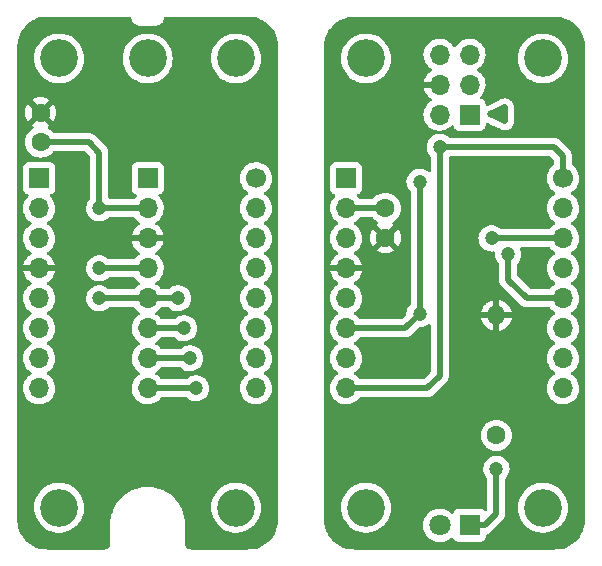
<source format=gbr>
%TF.GenerationSoftware,KiCad,Pcbnew,(6.0.0)*%
%TF.CreationDate,2022-03-17T10:54:16-04:00*%
%TF.ProjectId,JTAG_ISP-BOTH,4a544147-5f49-4535-902d-424f54482e6b,v4.1.0*%
%TF.SameCoordinates,Original*%
%TF.FileFunction,Copper,L2,Bot*%
%TF.FilePolarity,Positive*%
%FSLAX46Y46*%
G04 Gerber Fmt 4.6, Leading zero omitted, Abs format (unit mm)*
G04 Created by KiCad (PCBNEW (6.0.0)) date 2022-03-17 10:54:16*
%MOMM*%
%LPD*%
G01*
G04 APERTURE LIST*
%TA.AperFunction,EtchedComponent*%
%ADD10C,0.508000*%
%TD*%
%TA.AperFunction,ComponentPad*%
%ADD11C,3.200001*%
%TD*%
%TA.AperFunction,ComponentPad*%
%ADD12R,1.700000X1.700000*%
%TD*%
%TA.AperFunction,ComponentPad*%
%ADD13O,1.700000X1.700000*%
%TD*%
%TA.AperFunction,ComponentPad*%
%ADD14R,1.800000X1.800000*%
%TD*%
%TA.AperFunction,ComponentPad*%
%ADD15C,1.800000*%
%TD*%
%TA.AperFunction,ComponentPad*%
%ADD16C,1.600000*%
%TD*%
%TA.AperFunction,ComponentPad*%
%ADD17C,1.700000*%
%TD*%
%TA.AperFunction,ComponentPad*%
%ADD18O,1.600000X1.600000*%
%TD*%
%TA.AperFunction,ViaPad*%
%ADD19C,1.200000*%
%TD*%
%TA.AperFunction,Conductor*%
%ADD20C,0.508000*%
%TD*%
G04 APERTURE END LIST*
D10*
%TO.C,REF\u002A\u002A*%
X186669009Y-70645207D02*
X186669009Y-69469197D01*
X186586011Y-70532202D02*
X186146011Y-69872202D01*
X186669009Y-70645207D02*
X185431004Y-70057207D01*
X185431013Y-70057207D02*
X186669009Y-69469197D01*
%TD*%
D11*
%TO.P,REF\u002A\u002A,*%
%TO.N,*%
X156421612Y-65323075D03*
%TD*%
D12*
%TO.P,J2,1,Pin_1*%
%TO.N,unconnected-(J2-Pad1)*%
X173223983Y-75465405D03*
D13*
%TO.P,J2,2,Pin_2*%
%TO.N,+5V*%
X173223983Y-78005405D03*
%TO.P,J2,3,Pin_3*%
%TO.N,unconnected-(J2-Pad3)*%
X173223983Y-80545405D03*
%TO.P,J2,4,Pin_4*%
%TO.N,GND*%
X173223983Y-83085405D03*
%TO.P,J2,5,Pin_5*%
%TO.N,unconnected-(J2-Pad5)*%
X173223983Y-85625405D03*
%TO.P,J2,6,Pin_6*%
%TO.N,MISO*%
X173223983Y-88165405D03*
%TO.P,J2,7,Pin_7*%
%TO.N,unconnected-(J2-Pad7)*%
X173223983Y-90705405D03*
%TO.P,J2,8,Pin_8*%
%TO.N,SCLK*%
X173223983Y-93245405D03*
%TD*%
D11*
%TO.P,REF\u002A\u002A,*%
%TO.N,*%
X174915979Y-65323211D03*
%TD*%
%TO.P,REF\u002A\u002A,*%
%TO.N,*%
X163910611Y-65323075D03*
%TD*%
D14*
%TO.P,D1,1,K*%
%TO.N,Net-(D1-Pad1)*%
X183674989Y-104857206D03*
D15*
%TO.P,D1,2,A*%
%TO.N,MISO*%
X181134989Y-104857206D03*
%TD*%
D16*
%TO.P,C1,1*%
%TO.N,+5V*%
X147366623Y-72407063D03*
%TO.P,C1,2*%
%TO.N,GND*%
X147366623Y-69907063D03*
%TD*%
D11*
%TO.P,REF\u002A\u002A,*%
%TO.N,*%
X148932613Y-65323075D03*
%TD*%
%TO.P,REF\u002A\u002A,*%
%TO.N,*%
X189893978Y-103359634D03*
%TD*%
%TO.P,REF\u002A\u002A,*%
%TO.N,*%
X148932613Y-103359495D03*
%TD*%
%TO.P,REF\u002A\u002A,*%
%TO.N,*%
X174915979Y-103359634D03*
%TD*%
%TO.P,REF\u002A\u002A,*%
%TO.N,*%
X189893978Y-65323211D03*
%TD*%
D16*
%TO.P,C1,1*%
%TO.N,+5V*%
X176543988Y-78009638D03*
%TO.P,C1,2*%
%TO.N,GND*%
X176543988Y-80509638D03*
%TD*%
D12*
%TO.P,JTAG1,1,#MCLR*%
%TO.N,N/C*%
X156421614Y-75465262D03*
D13*
%TO.P,JTAG1,2,VDD*%
%TO.N,+5V*%
X156421614Y-78005262D03*
%TO.P,JTAG1,3,GND*%
%TO.N,GND*%
X156421614Y-80545262D03*
%TO.P,JTAG1,4,TDO*%
%TO.N,N/C*%
X156421614Y-83085262D03*
%TO.P,JTAG1,5,TCK*%
X156421614Y-85625262D03*
%TO.P,JTAG1,6,#RESET*%
X156421614Y-88165262D03*
%TO.P,JTAG1,7,TDI*%
X156421614Y-90705262D03*
%TO.P,JTAG1,8,TMS*%
X156421614Y-93245262D03*
%TD*%
D11*
%TO.P,REF\u002A\u002A,*%
%TO.N,*%
X163910611Y-103359495D03*
%TD*%
D17*
%TO.P,J3,1,Pin_1*%
%TO.N,SCLK*%
X191585999Y-75465405D03*
D13*
%TO.P,J3,2,Pin_2*%
%TO.N,unconnected-(J3-Pad2)*%
X191585999Y-78005405D03*
%TO.P,J3,3,Pin_3*%
%TO.N,RESET*%
X191585999Y-80545405D03*
%TO.P,J3,4,Pin_4*%
%TO.N,unconnected-(J3-Pad4)*%
X191585999Y-83085405D03*
%TO.P,J3,5,Pin_5*%
%TO.N,MOSI*%
X191585999Y-85625405D03*
%TO.P,J3,6,Pin_6*%
%TO.N,unconnected-(J3-Pad6)*%
X191585999Y-88165405D03*
%TO.P,J3,7,Pin_7*%
%TO.N,unconnected-(J3-Pad7)*%
X191585999Y-90705405D03*
%TO.P,J3,8,Pin_8*%
%TO.N,unconnected-(J3-Pad8)*%
X191585999Y-93245405D03*
%TD*%
D12*
%TO.P,J1,1,Pin_1*%
%TO.N,MISO*%
X183674991Y-70082205D03*
D13*
%TO.P,J1,2,Pin_2*%
%TO.N,SCLK*%
X181134991Y-70082205D03*
%TO.P,J1,3,Pin_3*%
%TO.N,RESET*%
X183674991Y-67542205D03*
%TO.P,J1,4,Pin_4*%
%TO.N,GND*%
X181134991Y-67542205D03*
%TO.P,J1,5,Pin_5*%
%TO.N,MOSI*%
X183674991Y-65002205D03*
%TO.P,J1,6,Pin_6*%
%TO.N,+5V*%
X181134991Y-65002205D03*
%TD*%
D12*
%TO.P,J1,1,Pin_1*%
%TO.N,N/C*%
X147240612Y-75465255D03*
D13*
%TO.P,J1,2,Pin_2*%
%TO.N,+5V*%
X147240612Y-78005255D03*
%TO.P,J1,3,Pin_3*%
%TO.N,N/C*%
X147240612Y-80545255D03*
%TO.P,J1,4,Pin_4*%
%TO.N,GND*%
X147240612Y-83085255D03*
%TO.P,J1,5,Pin_5*%
%TO.N,N/C*%
X147240612Y-85625255D03*
%TO.P,J1,6,Pin_6*%
X147240612Y-88165255D03*
%TO.P,J1,7,Pin_7*%
X147240612Y-90705255D03*
%TO.P,J1,8,Pin_8*%
X147240612Y-93245255D03*
%TD*%
D17*
%TO.P,J2,1,Pin_1*%
%TO.N,N/C*%
X165602612Y-75465255D03*
D13*
%TO.P,J2,2,Pin_2*%
X165602612Y-78005255D03*
%TO.P,J2,3,Pin_3*%
X165602612Y-80545255D03*
%TO.P,J2,4,Pin_4*%
X165602612Y-83085255D03*
%TO.P,J2,5,Pin_5*%
X165602612Y-85625255D03*
%TO.P,J2,6,Pin_6*%
X165602612Y-88165255D03*
%TO.P,J2,7,Pin_7*%
X165602612Y-90705255D03*
%TO.P,J2,8,Pin_8*%
X165602612Y-93245255D03*
%TD*%
D16*
%TO.P,R1,1*%
%TO.N,Net-(D1-Pad1)*%
X185950000Y-97237206D03*
D18*
%TO.P,R1,2*%
%TO.N,GND*%
X185950000Y-87077206D03*
%TD*%
D19*
%TO.N,*%
X159492372Y-88165262D03*
X158984372Y-85625262D03*
X152334851Y-83085255D03*
X160508373Y-93245255D03*
X160000372Y-90705262D03*
X152334851Y-85625255D03*
%TO.N,+5V*%
X152334851Y-78005255D03*
%TO.N,GND*%
X162966623Y-78057063D03*
X183343988Y-80559638D03*
X163266623Y-83157063D03*
X188750000Y-83157206D03*
X177693988Y-90609638D03*
X150360611Y-90659495D03*
%TO.N,MISO*%
X179443988Y-86959638D03*
X179443988Y-75759638D03*
%TO.N,SCLK*%
X181150000Y-72807206D03*
%TO.N,RESET*%
X185543988Y-80559638D03*
%TO.N,MOSI*%
X186943988Y-81906905D03*
%TO.N,Net-(D1-Pad1)*%
X185950000Y-100057206D03*
%TD*%
D20*
%TO.N,*%
X156421612Y-93245255D02*
X160508373Y-93245255D01*
X156421612Y-85625255D02*
X158984365Y-85625255D01*
X158984365Y-85625255D02*
X158984372Y-85625262D01*
X156421612Y-88165255D02*
X159492365Y-88165255D01*
X156421612Y-83085255D02*
X152334851Y-83085255D01*
X156421612Y-90705255D02*
X160000365Y-90705255D01*
X160000365Y-90705255D02*
X160000372Y-90705262D01*
X159492365Y-88165255D02*
X159492372Y-88165262D01*
X156421612Y-85625255D02*
X152334851Y-85625255D01*
%TO.N,+5V*%
X156421612Y-78005255D02*
X152334851Y-78005255D01*
X173223983Y-78005405D02*
X176539755Y-78005405D01*
X152334851Y-73325291D02*
X152334851Y-78005255D01*
X151416623Y-72407063D02*
X152334851Y-73325291D01*
X147366623Y-72407063D02*
X151416623Y-72407063D01*
%TO.N,MISO*%
X179443988Y-86959638D02*
X178238221Y-88165405D01*
X178238221Y-88165405D02*
X173223983Y-88165405D01*
X179443988Y-86959638D02*
X179443988Y-75759638D01*
%TO.N,SCLK*%
X190791556Y-72807206D02*
X191585999Y-73601649D01*
X180108221Y-93245405D02*
X181150000Y-92203626D01*
X181150000Y-72807206D02*
X190791556Y-72807206D01*
X181150000Y-92203626D02*
X181150000Y-72807206D01*
X173223983Y-93245405D02*
X180108221Y-93245405D01*
X191585999Y-73601649D02*
X191585999Y-75465405D01*
%TO.N,RESET*%
X185558221Y-80545405D02*
X191585999Y-80545405D01*
X185543988Y-80559638D02*
X185558221Y-80545405D01*
%TO.N,MOSI*%
X186943988Y-84059638D02*
X188509755Y-85625405D01*
X188509755Y-85625405D02*
X191585999Y-85625405D01*
X186943988Y-81906905D02*
X186943988Y-84059638D01*
%TO.N,Net-(D1-Pad1)*%
X185950000Y-103857206D02*
X185950000Y-100057206D01*
X183674989Y-104857206D02*
X184950000Y-104857206D01*
X184950000Y-104857206D02*
X185950000Y-103857206D01*
%TD*%
%TA.AperFunction,Conductor*%
%TO.N,GND*%
G36*
X154974459Y-61801077D02*
G01*
X155020952Y-61854733D01*
X155031731Y-61894727D01*
X155035566Y-61933670D01*
X155078908Y-62076556D01*
X155081823Y-62082010D01*
X155081824Y-62082012D01*
X155106600Y-62128365D01*
X155149293Y-62208240D01*
X155153222Y-62213028D01*
X155153223Y-62213029D01*
X155240086Y-62318875D01*
X155240090Y-62318879D01*
X155244016Y-62323663D01*
X155359437Y-62418387D01*
X155491120Y-62488774D01*
X155634005Y-62532118D01*
X155704913Y-62539102D01*
X155727930Y-62541369D01*
X155736485Y-62542508D01*
X155765268Y-62547351D01*
X155765273Y-62547351D01*
X155770061Y-62548157D01*
X155776360Y-62548234D01*
X155777741Y-62548251D01*
X155777745Y-62548251D01*
X155782600Y-62548310D01*
X155810188Y-62544359D01*
X155828051Y-62543086D01*
X157007415Y-62543086D01*
X157028318Y-62544832D01*
X157048082Y-62548157D01*
X157054220Y-62548232D01*
X157055756Y-62548251D01*
X157055761Y-62548251D01*
X157060621Y-62548310D01*
X157065434Y-62547621D01*
X157065446Y-62547620D01*
X157092682Y-62543719D01*
X157098178Y-62543055D01*
X157209216Y-62532119D01*
X157215134Y-62530324D01*
X157215138Y-62530323D01*
X157346177Y-62490573D01*
X157346180Y-62490572D01*
X157352100Y-62488776D01*
X157483783Y-62418390D01*
X157599204Y-62323667D01*
X157693927Y-62208246D01*
X157764313Y-62076563D01*
X157766112Y-62070634D01*
X157805860Y-61939601D01*
X157805861Y-61939597D01*
X157807656Y-61933679D01*
X157811492Y-61894734D01*
X157838075Y-61828903D01*
X157896030Y-61787893D01*
X157936885Y-61781086D01*
X164911353Y-61781086D01*
X164930738Y-61782586D01*
X164945468Y-61784880D01*
X164945472Y-61784880D01*
X164954341Y-61786261D01*
X164971510Y-61784016D01*
X164995450Y-61783183D01*
X165253381Y-61798785D01*
X165268485Y-61800619D01*
X165339259Y-61813589D01*
X165549490Y-61852115D01*
X165564252Y-61855753D01*
X165837019Y-61940750D01*
X165851238Y-61946144D01*
X166111751Y-62063391D01*
X166125220Y-62070460D01*
X166369706Y-62218257D01*
X166382228Y-62226900D01*
X166607118Y-62403091D01*
X166618506Y-62413181D01*
X166820505Y-62615180D01*
X166830595Y-62626568D01*
X167006786Y-62851458D01*
X167015429Y-62863980D01*
X167163226Y-63108466D01*
X167170295Y-63121935D01*
X167262679Y-63327204D01*
X167287541Y-63382445D01*
X167292936Y-63396667D01*
X167351758Y-63585432D01*
X167377932Y-63669428D01*
X167381571Y-63684196D01*
X167396817Y-63767388D01*
X167433067Y-63965201D01*
X167434901Y-63980305D01*
X167450066Y-64231004D01*
X167448809Y-64257714D01*
X167448806Y-64257934D01*
X167447425Y-64266805D01*
X167448589Y-64275707D01*
X167448589Y-64275710D01*
X167451547Y-64298326D01*
X167452611Y-64314664D01*
X167452611Y-104360167D01*
X167451111Y-104379551D01*
X167447425Y-104403225D01*
X167449065Y-104415765D01*
X167449670Y-104420392D01*
X167450503Y-104444334D01*
X167434901Y-104702265D01*
X167433067Y-104717369D01*
X167428180Y-104744037D01*
X167393602Y-104932728D01*
X167381573Y-104998368D01*
X167377933Y-105013136D01*
X167302828Y-105254158D01*
X167292937Y-105285899D01*
X167287542Y-105300122D01*
X167211307Y-105469511D01*
X167170297Y-105560631D01*
X167163226Y-105574104D01*
X167015429Y-105818590D01*
X167006786Y-105831112D01*
X166830595Y-106056002D01*
X166820505Y-106067390D01*
X166618506Y-106269389D01*
X166607118Y-106279479D01*
X166382228Y-106455670D01*
X166369706Y-106464313D01*
X166125220Y-106612110D01*
X166111751Y-106619179D01*
X165851241Y-106736425D01*
X165837019Y-106741820D01*
X165564252Y-106826817D01*
X165549490Y-106830455D01*
X165339259Y-106868981D01*
X165268485Y-106881951D01*
X165253381Y-106883785D01*
X165002682Y-106898950D01*
X164975972Y-106897693D01*
X164975752Y-106897690D01*
X164966881Y-106896309D01*
X164957979Y-106897473D01*
X164957976Y-106897473D01*
X164935360Y-106900431D01*
X164919022Y-106901495D01*
X160120919Y-106901495D01*
X160101535Y-106899995D01*
X160086734Y-106897690D01*
X160086730Y-106897690D01*
X160077861Y-106896309D01*
X160068959Y-106897473D01*
X160068955Y-106897473D01*
X160068859Y-106897486D01*
X160038422Y-106897757D01*
X159976217Y-106890749D01*
X159948710Y-106884471D01*
X159871520Y-106857461D01*
X159846101Y-106845219D01*
X159776854Y-106801708D01*
X159754795Y-106784116D01*
X159696971Y-106726292D01*
X159679379Y-106704233D01*
X159635868Y-106634986D01*
X159623626Y-106609565D01*
X159596617Y-106532378D01*
X159590338Y-106504871D01*
X159584070Y-106449244D01*
X159583287Y-106433598D01*
X159583396Y-106424640D01*
X159584778Y-106415766D01*
X159580656Y-106384244D01*
X159579592Y-106367907D01*
X159579592Y-104812713D01*
X159581338Y-104791809D01*
X159583856Y-104776841D01*
X159584663Y-104772045D01*
X159584816Y-104759506D01*
X159584125Y-104754681D01*
X159584067Y-104753795D01*
X159583115Y-104744037D01*
X159567408Y-104444334D01*
X159566602Y-104428952D01*
X159565954Y-104424856D01*
X159536560Y-104239274D01*
X159514821Y-104102020D01*
X159429150Y-103782291D01*
X159395371Y-103694292D01*
X159311712Y-103476354D01*
X159310528Y-103473269D01*
X159241281Y-103337364D01*
X161797300Y-103337364D01*
X161813849Y-103624378D01*
X161814674Y-103628583D01*
X161814675Y-103628591D01*
X161844224Y-103779201D01*
X161869197Y-103906490D01*
X161870584Y-103910540D01*
X161870585Y-103910545D01*
X161936142Y-104102020D01*
X161962321Y-104178481D01*
X161964248Y-104182312D01*
X162086235Y-104424856D01*
X162091496Y-104435317D01*
X162254332Y-104672245D01*
X162257219Y-104675418D01*
X162257220Y-104675419D01*
X162345143Y-104772045D01*
X162447817Y-104884883D01*
X162451112Y-104887638D01*
X162451113Y-104887639D01*
X162601214Y-105013142D01*
X162668370Y-105069293D01*
X162911909Y-105222066D01*
X163173929Y-105340372D01*
X163178048Y-105341592D01*
X163445468Y-105420806D01*
X163445473Y-105420807D01*
X163449581Y-105422024D01*
X163453815Y-105422672D01*
X163453820Y-105422673D01*
X163702422Y-105460714D01*
X163733764Y-105465510D01*
X163880096Y-105467809D01*
X164016928Y-105469959D01*
X164016934Y-105469959D01*
X164021219Y-105470026D01*
X164025471Y-105469511D01*
X164025479Y-105469511D01*
X164302367Y-105436003D01*
X164302372Y-105436002D01*
X164306628Y-105435487D01*
X164584708Y-105362534D01*
X164850315Y-105252516D01*
X165098533Y-105107469D01*
X165324770Y-104930077D01*
X165365896Y-104887639D01*
X165482624Y-104767184D01*
X165524838Y-104723623D01*
X165527371Y-104720175D01*
X165527375Y-104720170D01*
X165692498Y-104495381D01*
X165695036Y-104491926D01*
X165716950Y-104451566D01*
X165830165Y-104243050D01*
X165830166Y-104243048D01*
X165832215Y-104239274D01*
X165933836Y-103970343D01*
X165976174Y-103785483D01*
X165997060Y-103694292D01*
X165997061Y-103694288D01*
X165998018Y-103690108D01*
X166018953Y-103455539D01*
X166023354Y-103406221D01*
X166023354Y-103406219D01*
X166023574Y-103403755D01*
X166024038Y-103359495D01*
X166022238Y-103333093D01*
X166004776Y-103076947D01*
X166004775Y-103076941D01*
X166004484Y-103072670D01*
X165999947Y-103050759D01*
X165947054Y-102795350D01*
X165946185Y-102791153D01*
X165850218Y-102520152D01*
X165718361Y-102264683D01*
X165705099Y-102245812D01*
X165555515Y-102032977D01*
X165553052Y-102029472D01*
X165357351Y-101818873D01*
X165134879Y-101636782D01*
X164889753Y-101486568D01*
X164871659Y-101478625D01*
X164630441Y-101372738D01*
X164626509Y-101371012D01*
X164600574Y-101363624D01*
X164354145Y-101293427D01*
X164354146Y-101293427D01*
X164350017Y-101292251D01*
X164137315Y-101261980D01*
X164069647Y-101252349D01*
X164069645Y-101252349D01*
X164065395Y-101251744D01*
X164061106Y-101251722D01*
X164061099Y-101251721D01*
X163782194Y-101250260D01*
X163782187Y-101250260D01*
X163777908Y-101250238D01*
X163773664Y-101250797D01*
X163773660Y-101250797D01*
X163648271Y-101267305D01*
X163492877Y-101287763D01*
X163488737Y-101288896D01*
X163488735Y-101288896D01*
X163411922Y-101309910D01*
X163215575Y-101363624D01*
X163211627Y-101365308D01*
X162955087Y-101474732D01*
X162955083Y-101474734D01*
X162951135Y-101476418D01*
X162826571Y-101550968D01*
X162708132Y-101621852D01*
X162708128Y-101621855D01*
X162704450Y-101624056D01*
X162480083Y-101803808D01*
X162282188Y-102012346D01*
X162114425Y-102245812D01*
X161979899Y-102499887D01*
X161881100Y-102769868D01*
X161819856Y-103050759D01*
X161797300Y-103337364D01*
X159241281Y-103337364D01*
X159160254Y-103178339D01*
X158979974Y-102900733D01*
X158771664Y-102643492D01*
X158537606Y-102409434D01*
X158280365Y-102201124D01*
X158002759Y-102020844D01*
X157707829Y-101870570D01*
X157398807Y-101751948D01*
X157079078Y-101666277D01*
X156878718Y-101634543D01*
X156755394Y-101615010D01*
X156755386Y-101615009D01*
X156752146Y-101614496D01*
X156453384Y-101598838D01*
X156439070Y-101597264D01*
X156439032Y-101597258D01*
X156434142Y-101596435D01*
X156421603Y-101596282D01*
X156421592Y-101596282D01*
X156417151Y-101596918D01*
X156416743Y-101596947D01*
X156406120Y-101597984D01*
X156091049Y-101614496D01*
X156087809Y-101615009D01*
X156087801Y-101615010D01*
X155964477Y-101634543D01*
X155764117Y-101666277D01*
X155444388Y-101751948D01*
X155135366Y-101870570D01*
X154840436Y-102020844D01*
X154562830Y-102201124D01*
X154305589Y-102409434D01*
X154071531Y-102643492D01*
X153863221Y-102900733D01*
X153682941Y-103178339D01*
X153532667Y-103473269D01*
X153531483Y-103476354D01*
X153447825Y-103694292D01*
X153414045Y-103782291D01*
X153328374Y-104102020D01*
X153306635Y-104239274D01*
X153277242Y-104424856D01*
X153276593Y-104428952D01*
X153275787Y-104444334D01*
X153260534Y-104735376D01*
X153259826Y-104742201D01*
X153259800Y-104744358D01*
X153258417Y-104753236D01*
X153259582Y-104762143D01*
X153262539Y-104784757D01*
X153263603Y-104801095D01*
X153263603Y-106360168D01*
X153262103Y-106379552D01*
X153259798Y-106394353D01*
X153259798Y-106394357D01*
X153258417Y-106403226D01*
X153259581Y-106412128D01*
X153259581Y-106412132D01*
X153259594Y-106412228D01*
X153259865Y-106442665D01*
X153252857Y-106504870D01*
X153246578Y-106532380D01*
X153219569Y-106609566D01*
X153207327Y-106634986D01*
X153163816Y-106704233D01*
X153146224Y-106726292D01*
X153088400Y-106784116D01*
X153066341Y-106801708D01*
X152997094Y-106845219D01*
X152971673Y-106857461D01*
X152894486Y-106884470D01*
X152866979Y-106890749D01*
X152846851Y-106893017D01*
X152811347Y-106897017D01*
X152795706Y-106897800D01*
X152786748Y-106897691D01*
X152777874Y-106896309D01*
X152746353Y-106900431D01*
X152730015Y-106901495D01*
X147931941Y-106901495D01*
X147912556Y-106899995D01*
X147897755Y-106897690D01*
X147897752Y-106897690D01*
X147888883Y-106896309D01*
X147871714Y-106898554D01*
X147847774Y-106899387D01*
X147589843Y-106883785D01*
X147574739Y-106881951D01*
X147503965Y-106868981D01*
X147293734Y-106830455D01*
X147278972Y-106826817D01*
X147006205Y-106741820D01*
X146991983Y-106736425D01*
X146731473Y-106619179D01*
X146718004Y-106612110D01*
X146473518Y-106464313D01*
X146460996Y-106455670D01*
X146236106Y-106279479D01*
X146224718Y-106269389D01*
X146022719Y-106067390D01*
X146012629Y-106056002D01*
X145836438Y-105831112D01*
X145827795Y-105818590D01*
X145679998Y-105574104D01*
X145672927Y-105560631D01*
X145631918Y-105469511D01*
X145555682Y-105300122D01*
X145550287Y-105285899D01*
X145540396Y-105254158D01*
X145465291Y-105013136D01*
X145461651Y-104998368D01*
X145449623Y-104932728D01*
X145415044Y-104744037D01*
X145410157Y-104717369D01*
X145408323Y-104702265D01*
X145393158Y-104451566D01*
X145394415Y-104424856D01*
X145394418Y-104424636D01*
X145395799Y-104415765D01*
X145394160Y-104403225D01*
X145391677Y-104384244D01*
X145390613Y-104367906D01*
X145390613Y-103337364D01*
X146819302Y-103337364D01*
X146835851Y-103624378D01*
X146836676Y-103628583D01*
X146836677Y-103628591D01*
X146866226Y-103779201D01*
X146891199Y-103906490D01*
X146892586Y-103910540D01*
X146892587Y-103910545D01*
X146958144Y-104102020D01*
X146984323Y-104178481D01*
X146986250Y-104182312D01*
X147108237Y-104424856D01*
X147113498Y-104435317D01*
X147276334Y-104672245D01*
X147279221Y-104675418D01*
X147279222Y-104675419D01*
X147367145Y-104772045D01*
X147469819Y-104884883D01*
X147473114Y-104887638D01*
X147473115Y-104887639D01*
X147623216Y-105013142D01*
X147690372Y-105069293D01*
X147933911Y-105222066D01*
X148195931Y-105340372D01*
X148200050Y-105341592D01*
X148467470Y-105420806D01*
X148467475Y-105420807D01*
X148471583Y-105422024D01*
X148475817Y-105422672D01*
X148475822Y-105422673D01*
X148724424Y-105460714D01*
X148755766Y-105465510D01*
X148902098Y-105467809D01*
X149038930Y-105469959D01*
X149038936Y-105469959D01*
X149043221Y-105470026D01*
X149047473Y-105469511D01*
X149047481Y-105469511D01*
X149324369Y-105436003D01*
X149324374Y-105436002D01*
X149328630Y-105435487D01*
X149606710Y-105362534D01*
X149872317Y-105252516D01*
X150120535Y-105107469D01*
X150346772Y-104930077D01*
X150387898Y-104887639D01*
X150504626Y-104767184D01*
X150546840Y-104723623D01*
X150549373Y-104720175D01*
X150549377Y-104720170D01*
X150714500Y-104495381D01*
X150717038Y-104491926D01*
X150738952Y-104451566D01*
X150852167Y-104243050D01*
X150852168Y-104243048D01*
X150854217Y-104239274D01*
X150955838Y-103970343D01*
X150998176Y-103785483D01*
X151019062Y-103694292D01*
X151019063Y-103694288D01*
X151020020Y-103690108D01*
X151040955Y-103455539D01*
X151045356Y-103406221D01*
X151045356Y-103406219D01*
X151045576Y-103403755D01*
X151046040Y-103359495D01*
X151044240Y-103333093D01*
X151026778Y-103076947D01*
X151026777Y-103076941D01*
X151026486Y-103072670D01*
X151021949Y-103050759D01*
X150969056Y-102795350D01*
X150968187Y-102791153D01*
X150872220Y-102520152D01*
X150740363Y-102264683D01*
X150727101Y-102245812D01*
X150577517Y-102032977D01*
X150575054Y-102029472D01*
X150379353Y-101818873D01*
X150156881Y-101636782D01*
X149911755Y-101486568D01*
X149893661Y-101478625D01*
X149652443Y-101372738D01*
X149648511Y-101371012D01*
X149622576Y-101363624D01*
X149376147Y-101293427D01*
X149376148Y-101293427D01*
X149372019Y-101292251D01*
X149159317Y-101261980D01*
X149091649Y-101252349D01*
X149091647Y-101252349D01*
X149087397Y-101251744D01*
X149083108Y-101251722D01*
X149083101Y-101251721D01*
X148804196Y-101250260D01*
X148804189Y-101250260D01*
X148799910Y-101250238D01*
X148795666Y-101250797D01*
X148795662Y-101250797D01*
X148670273Y-101267305D01*
X148514879Y-101287763D01*
X148510739Y-101288896D01*
X148510737Y-101288896D01*
X148433924Y-101309910D01*
X148237577Y-101363624D01*
X148233629Y-101365308D01*
X147977089Y-101474732D01*
X147977085Y-101474734D01*
X147973137Y-101476418D01*
X147848573Y-101550968D01*
X147730134Y-101621852D01*
X147730130Y-101621855D01*
X147726452Y-101624056D01*
X147502085Y-101803808D01*
X147304190Y-102012346D01*
X147136427Y-102245812D01*
X147001901Y-102499887D01*
X146903102Y-102769868D01*
X146841858Y-103050759D01*
X146819302Y-103337364D01*
X145390613Y-103337364D01*
X145390613Y-93211950D01*
X145877863Y-93211950D01*
X145878160Y-93217103D01*
X145878160Y-93217106D01*
X145883623Y-93311845D01*
X145890722Y-93434970D01*
X145891859Y-93440016D01*
X145891860Y-93440022D01*
X145906535Y-93505138D01*
X145939834Y-93652894D01*
X146023878Y-93859871D01*
X146074631Y-93942693D01*
X146131891Y-94036132D01*
X146140599Y-94050343D01*
X146286862Y-94219193D01*
X146390570Y-94305293D01*
X146451827Y-94356149D01*
X146458738Y-94361887D01*
X146651612Y-94474593D01*
X146656437Y-94476435D01*
X146656438Y-94476436D01*
X146729224Y-94504230D01*
X146860304Y-94554285D01*
X146865372Y-94555316D01*
X146865375Y-94555317D01*
X146972629Y-94577138D01*
X147079209Y-94598822D01*
X147084384Y-94599012D01*
X147084386Y-94599012D01*
X147297285Y-94606819D01*
X147297289Y-94606819D01*
X147302449Y-94607008D01*
X147307569Y-94606352D01*
X147307571Y-94606352D01*
X147518900Y-94579280D01*
X147518901Y-94579280D01*
X147524028Y-94578623D01*
X147528978Y-94577138D01*
X147733041Y-94515916D01*
X147733046Y-94515914D01*
X147737996Y-94514429D01*
X147938606Y-94416151D01*
X148120472Y-94286428D01*
X148147560Y-94259435D01*
X148275047Y-94132392D01*
X148278708Y-94128744D01*
X148289577Y-94113619D01*
X148406047Y-93951532D01*
X148409065Y-93947332D01*
X148446910Y-93870759D01*
X148505748Y-93751708D01*
X148505749Y-93751706D01*
X148508042Y-93747066D01*
X148572982Y-93533324D01*
X148602141Y-93311845D01*
X148602255Y-93307192D01*
X148603686Y-93248620D01*
X148603686Y-93248616D01*
X148603768Y-93245255D01*
X148585464Y-93022616D01*
X148531043Y-92805957D01*
X148441966Y-92601095D01*
X148374255Y-92496430D01*
X148323434Y-92417872D01*
X148323432Y-92417869D01*
X148320626Y-92413532D01*
X148170282Y-92248306D01*
X148166231Y-92245107D01*
X148166227Y-92245103D01*
X147999026Y-92113055D01*
X147999022Y-92113053D01*
X147994971Y-92109853D01*
X147953665Y-92087051D01*
X147903696Y-92036619D01*
X147888924Y-91967176D01*
X147914040Y-91900771D01*
X147941392Y-91874164D01*
X148011013Y-91824504D01*
X148120472Y-91746428D01*
X148147553Y-91719442D01*
X148275047Y-91592392D01*
X148278708Y-91588744D01*
X148294770Y-91566392D01*
X148406047Y-91411532D01*
X148409065Y-91407332D01*
X148442215Y-91340259D01*
X148505748Y-91211708D01*
X148505749Y-91211706D01*
X148508042Y-91207066D01*
X148572982Y-90993324D01*
X148602141Y-90771845D01*
X148602435Y-90759817D01*
X148603686Y-90708620D01*
X148603686Y-90708616D01*
X148603768Y-90705255D01*
X148585464Y-90482616D01*
X148531043Y-90265957D01*
X148441966Y-90061095D01*
X148402518Y-90000117D01*
X148323434Y-89877872D01*
X148323432Y-89877869D01*
X148320626Y-89873532D01*
X148170282Y-89708306D01*
X148166231Y-89705107D01*
X148166227Y-89705103D01*
X147999026Y-89573055D01*
X147999022Y-89573053D01*
X147994971Y-89569853D01*
X147953665Y-89547051D01*
X147903696Y-89496619D01*
X147888924Y-89427176D01*
X147914040Y-89360771D01*
X147941392Y-89334164D01*
X148011013Y-89284504D01*
X148120472Y-89206428D01*
X148147553Y-89179442D01*
X148275047Y-89052392D01*
X148278708Y-89048744D01*
X148294770Y-89026392D01*
X148406047Y-88871532D01*
X148409065Y-88867332D01*
X148442215Y-88800259D01*
X148505748Y-88671708D01*
X148505749Y-88671706D01*
X148508042Y-88667066D01*
X148572982Y-88453324D01*
X148602141Y-88231845D01*
X148602435Y-88219817D01*
X148603686Y-88168620D01*
X148603686Y-88168616D01*
X148603768Y-88165255D01*
X148585464Y-87942616D01*
X148531043Y-87725957D01*
X148441966Y-87521095D01*
X148402518Y-87460117D01*
X148323434Y-87337872D01*
X148323432Y-87337869D01*
X148320626Y-87333532D01*
X148170282Y-87168306D01*
X148166231Y-87165107D01*
X148166227Y-87165103D01*
X147999026Y-87033055D01*
X147999022Y-87033053D01*
X147994971Y-87029853D01*
X147953665Y-87007051D01*
X147903696Y-86956619D01*
X147888924Y-86887176D01*
X147914040Y-86820771D01*
X147941392Y-86794164D01*
X148011013Y-86744504D01*
X148120472Y-86666428D01*
X148147553Y-86639442D01*
X148275047Y-86512392D01*
X148278708Y-86508744D01*
X148289577Y-86493619D01*
X148406047Y-86331532D01*
X148409065Y-86327332D01*
X148442215Y-86260259D01*
X148505748Y-86131708D01*
X148505749Y-86131706D01*
X148508042Y-86127066D01*
X148572982Y-85913324D01*
X148602141Y-85691845D01*
X148602435Y-85679817D01*
X148603686Y-85628620D01*
X148603686Y-85628616D01*
X148603768Y-85625255D01*
X148601372Y-85596114D01*
X151221983Y-85596114D01*
X151235308Y-85799406D01*
X151285456Y-85996865D01*
X151370749Y-86181879D01*
X151488330Y-86348252D01*
X151634261Y-86490412D01*
X151639057Y-86493617D01*
X151639060Y-86493619D01*
X151777115Y-86585864D01*
X151803654Y-86603597D01*
X151808957Y-86605875D01*
X151808960Y-86605877D01*
X151985531Y-86681738D01*
X151990838Y-86684018D01*
X152063668Y-86700498D01*
X152183906Y-86727705D01*
X152183911Y-86727706D01*
X152189543Y-86728980D01*
X152195314Y-86729207D01*
X152195316Y-86729207D01*
X152258321Y-86731682D01*
X152393114Y-86736978D01*
X152594734Y-86707745D01*
X152600198Y-86705890D01*
X152600203Y-86705889D01*
X152782178Y-86644117D01*
X152782183Y-86644115D01*
X152787650Y-86642259D01*
X152965402Y-86542713D01*
X153116699Y-86416881D01*
X153181862Y-86388700D01*
X153197267Y-86387755D01*
X155227150Y-86387755D01*
X155295271Y-86407757D01*
X155322387Y-86431258D01*
X155464474Y-86595287D01*
X155467864Y-86599200D01*
X155571564Y-86685293D01*
X155632829Y-86736156D01*
X155639740Y-86741894D01*
X155710209Y-86783073D01*
X155713059Y-86784738D01*
X155761783Y-86836376D01*
X155774854Y-86906159D01*
X155748123Y-86971931D01*
X155707669Y-87005289D01*
X155699824Y-87009373D01*
X155695221Y-87011769D01*
X155691088Y-87014872D01*
X155691085Y-87014874D01*
X155520714Y-87142792D01*
X155516579Y-87145897D01*
X155495158Y-87168313D01*
X155386457Y-87282062D01*
X155362243Y-87307400D01*
X155236357Y-87491942D01*
X155234178Y-87496637D01*
X155144485Y-87689865D01*
X155142302Y-87694567D01*
X155082603Y-87909832D01*
X155058865Y-88131957D01*
X155059162Y-88137106D01*
X155059162Y-88137113D01*
X155064431Y-88228495D01*
X155071724Y-88354977D01*
X155072861Y-88360022D01*
X155072862Y-88360029D01*
X155087537Y-88425145D01*
X155120836Y-88572901D01*
X155204880Y-88779878D01*
X155255629Y-88862693D01*
X155312893Y-88956139D01*
X155321601Y-88970350D01*
X155467864Y-89139200D01*
X155571572Y-89225300D01*
X155632829Y-89276156D01*
X155639740Y-89281894D01*
X155710209Y-89323073D01*
X155713059Y-89324738D01*
X155761783Y-89376376D01*
X155774854Y-89446159D01*
X155748123Y-89511931D01*
X155707669Y-89545289D01*
X155699824Y-89549373D01*
X155695221Y-89551769D01*
X155691088Y-89554872D01*
X155691085Y-89554874D01*
X155520714Y-89682792D01*
X155516579Y-89685897D01*
X155495158Y-89708313D01*
X155386457Y-89822062D01*
X155362243Y-89847400D01*
X155236357Y-90031942D01*
X155234178Y-90036637D01*
X155144485Y-90229865D01*
X155142302Y-90234567D01*
X155082603Y-90449832D01*
X155058865Y-90671957D01*
X155059162Y-90677106D01*
X155059162Y-90677113D01*
X155064431Y-90768495D01*
X155071724Y-90894977D01*
X155072861Y-90900022D01*
X155072862Y-90900029D01*
X155087537Y-90965145D01*
X155120836Y-91112901D01*
X155204880Y-91319878D01*
X155255629Y-91402693D01*
X155312893Y-91496139D01*
X155321601Y-91510350D01*
X155467864Y-91679200D01*
X155571572Y-91765300D01*
X155632829Y-91816156D01*
X155639740Y-91821894D01*
X155710209Y-91863073D01*
X155713059Y-91864738D01*
X155761783Y-91916376D01*
X155774854Y-91986159D01*
X155748123Y-92051931D01*
X155707669Y-92085289D01*
X155699824Y-92089373D01*
X155695221Y-92091769D01*
X155691088Y-92094872D01*
X155691085Y-92094874D01*
X155520714Y-92222792D01*
X155516579Y-92225897D01*
X155495158Y-92248313D01*
X155399486Y-92348428D01*
X155362243Y-92387400D01*
X155236357Y-92571942D01*
X155234178Y-92576637D01*
X155144485Y-92769865D01*
X155142302Y-92774567D01*
X155082603Y-92989832D01*
X155058865Y-93211957D01*
X155059162Y-93217106D01*
X155059162Y-93217113D01*
X155060785Y-93245255D01*
X155071724Y-93434977D01*
X155072861Y-93440022D01*
X155072862Y-93440029D01*
X155088768Y-93510607D01*
X155120836Y-93652901D01*
X155204880Y-93859878D01*
X155321601Y-94050350D01*
X155467864Y-94219200D01*
X155639740Y-94361894D01*
X155832614Y-94474600D01*
X156041306Y-94554292D01*
X156046374Y-94555323D01*
X156046377Y-94555324D01*
X156153597Y-94577138D01*
X156260211Y-94598829D01*
X156265386Y-94599019D01*
X156265388Y-94599019D01*
X156478287Y-94606826D01*
X156478291Y-94606826D01*
X156483451Y-94607015D01*
X156488571Y-94606359D01*
X156488573Y-94606359D01*
X156699902Y-94579287D01*
X156699903Y-94579287D01*
X156705030Y-94578630D01*
X156710003Y-94577138D01*
X156914043Y-94515923D01*
X156914048Y-94515921D01*
X156918998Y-94514436D01*
X157119608Y-94416158D01*
X157301474Y-94286435D01*
X157459710Y-94128751D01*
X157462731Y-94124547D01*
X157508948Y-94060229D01*
X157564943Y-94016581D01*
X157611271Y-94007755D01*
X159651175Y-94007755D01*
X159719296Y-94027757D01*
X159739097Y-94043501D01*
X159746121Y-94050343D01*
X159807783Y-94110412D01*
X159812579Y-94113617D01*
X159812582Y-94113619D01*
X159880522Y-94159015D01*
X159977176Y-94223597D01*
X159982479Y-94225875D01*
X159982482Y-94225877D01*
X160159053Y-94301738D01*
X160164360Y-94304018D01*
X160237190Y-94320498D01*
X160357428Y-94347705D01*
X160357433Y-94347706D01*
X160363065Y-94348980D01*
X160368836Y-94349207D01*
X160368838Y-94349207D01*
X160431843Y-94351682D01*
X160566636Y-94356978D01*
X160768256Y-94327745D01*
X160773720Y-94325890D01*
X160773725Y-94325889D01*
X160955700Y-94264117D01*
X160955705Y-94264115D01*
X160961172Y-94262259D01*
X161138924Y-94162713D01*
X161295559Y-94032441D01*
X161425831Y-93875806D01*
X161525377Y-93698054D01*
X161527233Y-93692587D01*
X161527235Y-93692582D01*
X161589007Y-93510607D01*
X161589008Y-93510602D01*
X161590863Y-93505138D01*
X161620096Y-93303518D01*
X161621622Y-93245255D01*
X161618562Y-93211950D01*
X164239863Y-93211950D01*
X164240160Y-93217103D01*
X164240160Y-93217106D01*
X164245623Y-93311845D01*
X164252722Y-93434970D01*
X164253859Y-93440016D01*
X164253860Y-93440022D01*
X164268535Y-93505138D01*
X164301834Y-93652894D01*
X164385878Y-93859871D01*
X164436631Y-93942693D01*
X164493891Y-94036132D01*
X164502599Y-94050343D01*
X164648862Y-94219193D01*
X164752570Y-94305293D01*
X164813827Y-94356149D01*
X164820738Y-94361887D01*
X165013612Y-94474593D01*
X165018437Y-94476435D01*
X165018438Y-94476436D01*
X165091224Y-94504230D01*
X165222304Y-94554285D01*
X165227372Y-94555316D01*
X165227375Y-94555317D01*
X165334629Y-94577138D01*
X165441209Y-94598822D01*
X165446384Y-94599012D01*
X165446386Y-94599012D01*
X165659285Y-94606819D01*
X165659289Y-94606819D01*
X165664449Y-94607008D01*
X165669569Y-94606352D01*
X165669571Y-94606352D01*
X165880900Y-94579280D01*
X165880901Y-94579280D01*
X165886028Y-94578623D01*
X165890978Y-94577138D01*
X166095041Y-94515916D01*
X166095046Y-94515914D01*
X166099996Y-94514429D01*
X166300606Y-94416151D01*
X166482472Y-94286428D01*
X166509560Y-94259435D01*
X166637047Y-94132392D01*
X166640708Y-94128744D01*
X166651577Y-94113619D01*
X166768047Y-93951532D01*
X166771065Y-93947332D01*
X166808910Y-93870759D01*
X166867748Y-93751708D01*
X166867749Y-93751706D01*
X166870042Y-93747066D01*
X166934982Y-93533324D01*
X166964141Y-93311845D01*
X166964255Y-93307192D01*
X166965686Y-93248620D01*
X166965686Y-93248616D01*
X166965768Y-93245255D01*
X166947464Y-93022616D01*
X166893043Y-92805957D01*
X166803966Y-92601095D01*
X166736255Y-92496430D01*
X166685434Y-92417872D01*
X166685432Y-92417869D01*
X166682626Y-92413532D01*
X166532282Y-92248306D01*
X166528231Y-92245107D01*
X166528227Y-92245103D01*
X166361026Y-92113055D01*
X166361022Y-92113053D01*
X166356971Y-92109853D01*
X166315665Y-92087051D01*
X166265696Y-92036619D01*
X166250924Y-91967176D01*
X166276040Y-91900771D01*
X166303392Y-91874164D01*
X166373013Y-91824504D01*
X166482472Y-91746428D01*
X166509553Y-91719442D01*
X166637047Y-91592392D01*
X166640708Y-91588744D01*
X166656770Y-91566392D01*
X166768047Y-91411532D01*
X166771065Y-91407332D01*
X166804215Y-91340259D01*
X166867748Y-91211708D01*
X166867749Y-91211706D01*
X166870042Y-91207066D01*
X166934982Y-90993324D01*
X166964141Y-90771845D01*
X166964435Y-90759817D01*
X166965686Y-90708620D01*
X166965686Y-90708616D01*
X166965768Y-90705255D01*
X166947464Y-90482616D01*
X166893043Y-90265957D01*
X166803966Y-90061095D01*
X166764518Y-90000117D01*
X166685434Y-89877872D01*
X166685432Y-89877869D01*
X166682626Y-89873532D01*
X166532282Y-89708306D01*
X166528231Y-89705107D01*
X166528227Y-89705103D01*
X166361026Y-89573055D01*
X166361022Y-89573053D01*
X166356971Y-89569853D01*
X166315665Y-89547051D01*
X166265696Y-89496619D01*
X166250924Y-89427176D01*
X166276040Y-89360771D01*
X166303392Y-89334164D01*
X166373013Y-89284504D01*
X166482472Y-89206428D01*
X166509553Y-89179442D01*
X166637047Y-89052392D01*
X166640708Y-89048744D01*
X166656770Y-89026392D01*
X166768047Y-88871532D01*
X166771065Y-88867332D01*
X166804215Y-88800259D01*
X166867748Y-88671708D01*
X166867749Y-88671706D01*
X166870042Y-88667066D01*
X166934982Y-88453324D01*
X166964141Y-88231845D01*
X166964435Y-88219817D01*
X166965686Y-88168620D01*
X166965686Y-88168616D01*
X166965768Y-88165255D01*
X166947464Y-87942616D01*
X166893043Y-87725957D01*
X166803966Y-87521095D01*
X166764518Y-87460117D01*
X166685434Y-87337872D01*
X166685432Y-87337869D01*
X166682626Y-87333532D01*
X166532282Y-87168306D01*
X166528231Y-87165107D01*
X166528227Y-87165103D01*
X166361026Y-87033055D01*
X166361022Y-87033053D01*
X166356971Y-87029853D01*
X166315665Y-87007051D01*
X166265696Y-86956619D01*
X166250924Y-86887176D01*
X166276040Y-86820771D01*
X166303392Y-86794164D01*
X166373013Y-86744504D01*
X166482472Y-86666428D01*
X166509553Y-86639442D01*
X166637047Y-86512392D01*
X166640708Y-86508744D01*
X166651577Y-86493619D01*
X166768047Y-86331532D01*
X166771065Y-86327332D01*
X166804215Y-86260259D01*
X166867748Y-86131708D01*
X166867749Y-86131706D01*
X166870042Y-86127066D01*
X166934982Y-85913324D01*
X166964141Y-85691845D01*
X166964435Y-85679817D01*
X166965686Y-85628620D01*
X166965686Y-85628616D01*
X166965768Y-85625255D01*
X166947464Y-85402616D01*
X166893043Y-85185957D01*
X166803966Y-84981095D01*
X166764518Y-84920117D01*
X166685434Y-84797872D01*
X166685432Y-84797869D01*
X166682626Y-84793532D01*
X166532282Y-84628306D01*
X166528231Y-84625107D01*
X166528227Y-84625103D01*
X166361026Y-84493055D01*
X166361022Y-84493053D01*
X166356971Y-84489853D01*
X166315665Y-84467051D01*
X166265696Y-84416619D01*
X166250924Y-84347176D01*
X166276040Y-84280771D01*
X166303392Y-84254164D01*
X166373013Y-84204504D01*
X166482472Y-84126428D01*
X166509560Y-84099435D01*
X166637047Y-83972392D01*
X166640708Y-83968744D01*
X166651577Y-83953619D01*
X166768047Y-83791532D01*
X166771065Y-83787332D01*
X166867745Y-83591715D01*
X166867748Y-83591708D01*
X166867749Y-83591706D01*
X166870042Y-83587066D01*
X166934982Y-83373324D01*
X166964141Y-83151845D01*
X166965768Y-83085255D01*
X166947464Y-82862616D01*
X166893043Y-82645957D01*
X166803966Y-82441095D01*
X166727874Y-82323475D01*
X166685434Y-82257872D01*
X166685432Y-82257869D01*
X166682626Y-82253532D01*
X166532282Y-82088306D01*
X166528231Y-82085107D01*
X166528227Y-82085103D01*
X166361026Y-81953055D01*
X166361022Y-81953053D01*
X166356971Y-81949853D01*
X166315665Y-81927051D01*
X166265696Y-81876619D01*
X166250924Y-81807176D01*
X166276040Y-81740771D01*
X166303392Y-81714164D01*
X166347215Y-81682905D01*
X166482472Y-81586428D01*
X166640708Y-81428744D01*
X166700206Y-81345944D01*
X166768047Y-81251532D01*
X166771065Y-81247332D01*
X166773481Y-81242445D01*
X166867748Y-81051708D01*
X166867749Y-81051706D01*
X166870042Y-81047066D01*
X166934982Y-80833324D01*
X166964141Y-80611845D01*
X166965768Y-80545255D01*
X166947464Y-80322616D01*
X166893043Y-80105957D01*
X166803966Y-79901095D01*
X166682626Y-79713532D01*
X166532282Y-79548306D01*
X166528231Y-79545107D01*
X166528227Y-79545103D01*
X166361026Y-79413055D01*
X166361022Y-79413053D01*
X166356971Y-79409853D01*
X166315665Y-79387051D01*
X166265696Y-79336619D01*
X166250924Y-79267176D01*
X166276040Y-79200771D01*
X166303392Y-79174164D01*
X166373013Y-79124504D01*
X166482472Y-79046428D01*
X166509560Y-79019435D01*
X166637047Y-78892392D01*
X166640708Y-78888744D01*
X166651577Y-78873619D01*
X166768047Y-78711532D01*
X166771065Y-78707332D01*
X166867745Y-78511715D01*
X166867748Y-78511708D01*
X166867749Y-78511706D01*
X166870042Y-78507066D01*
X166934982Y-78293324D01*
X166964141Y-78071845D01*
X166965768Y-78005255D01*
X166947464Y-77782616D01*
X166893043Y-77565957D01*
X166803966Y-77361095D01*
X166727874Y-77243475D01*
X166685434Y-77177872D01*
X166685432Y-77177869D01*
X166682626Y-77173532D01*
X166532282Y-77008306D01*
X166528231Y-77005107D01*
X166528227Y-77005103D01*
X166361026Y-76873055D01*
X166361022Y-76873053D01*
X166356971Y-76869853D01*
X166315665Y-76847051D01*
X166265696Y-76796619D01*
X166250924Y-76727176D01*
X166276040Y-76660771D01*
X166303392Y-76634164D01*
X166347215Y-76602905D01*
X166482472Y-76506428D01*
X166640708Y-76348744D01*
X166700206Y-76265944D01*
X166768047Y-76171532D01*
X166771065Y-76167332D01*
X166870042Y-75967066D01*
X166934982Y-75753324D01*
X166964141Y-75531845D01*
X166965768Y-75465255D01*
X166947464Y-75242616D01*
X166893043Y-75025957D01*
X166803966Y-74821095D01*
X166682626Y-74633532D01*
X166532282Y-74468306D01*
X166528231Y-74465107D01*
X166528227Y-74465103D01*
X166361026Y-74333055D01*
X166361022Y-74333053D01*
X166356971Y-74329853D01*
X166161401Y-74221893D01*
X166156532Y-74220169D01*
X166156528Y-74220167D01*
X165955699Y-74149050D01*
X165955695Y-74149049D01*
X165950824Y-74147324D01*
X165945731Y-74146417D01*
X165945728Y-74146416D01*
X165735985Y-74109055D01*
X165735979Y-74109054D01*
X165730896Y-74108149D01*
X165657064Y-74107247D01*
X165512693Y-74105483D01*
X165512691Y-74105483D01*
X165507523Y-74105420D01*
X165286703Y-74139210D01*
X165074368Y-74208612D01*
X164876219Y-74311762D01*
X164872086Y-74314865D01*
X164872083Y-74314867D01*
X164701712Y-74442785D01*
X164697577Y-74445890D01*
X164543241Y-74607393D01*
X164417355Y-74791935D01*
X164323300Y-74994560D01*
X164263601Y-75209825D01*
X164239863Y-75431950D01*
X164240160Y-75437103D01*
X164240160Y-75437106D01*
X164245623Y-75531845D01*
X164252722Y-75654970D01*
X164253859Y-75660016D01*
X164253860Y-75660022D01*
X164273731Y-75748194D01*
X164301834Y-75872894D01*
X164385878Y-76079871D01*
X164502599Y-76270343D01*
X164648862Y-76439193D01*
X164820738Y-76581887D01*
X164891207Y-76623066D01*
X164894057Y-76624731D01*
X164942781Y-76676369D01*
X164955852Y-76746152D01*
X164929121Y-76811924D01*
X164888667Y-76845282D01*
X164876219Y-76851762D01*
X164872086Y-76854865D01*
X164872083Y-76854867D01*
X164701712Y-76982785D01*
X164697577Y-76985890D01*
X164543241Y-77147393D01*
X164540327Y-77151665D01*
X164540326Y-77151666D01*
X164528021Y-77169705D01*
X164417355Y-77331935D01*
X164323300Y-77534560D01*
X164263601Y-77749825D01*
X164239863Y-77971950D01*
X164240160Y-77977103D01*
X164240160Y-77977106D01*
X164251492Y-78173638D01*
X164252722Y-78194970D01*
X164253859Y-78200016D01*
X164253860Y-78200022D01*
X164273731Y-78288194D01*
X164301834Y-78412894D01*
X164385878Y-78619871D01*
X164388577Y-78624275D01*
X164494350Y-78796881D01*
X164502599Y-78810343D01*
X164648862Y-78979193D01*
X164752570Y-79065293D01*
X164813827Y-79116149D01*
X164820738Y-79121887D01*
X164891207Y-79163066D01*
X164894057Y-79164731D01*
X164942781Y-79216369D01*
X164955852Y-79286152D01*
X164929121Y-79351924D01*
X164888667Y-79385282D01*
X164876219Y-79391762D01*
X164872086Y-79394865D01*
X164872083Y-79394867D01*
X164701712Y-79522785D01*
X164697577Y-79525890D01*
X164543241Y-79687393D01*
X164540327Y-79691665D01*
X164540326Y-79691666D01*
X164525410Y-79713532D01*
X164417355Y-79871935D01*
X164323300Y-80074560D01*
X164263601Y-80289825D01*
X164239863Y-80511950D01*
X164240160Y-80517103D01*
X164240160Y-80517106D01*
X164245623Y-80611845D01*
X164252722Y-80734970D01*
X164253859Y-80740016D01*
X164253860Y-80740022D01*
X164267211Y-80799262D01*
X164301834Y-80952894D01*
X164385878Y-81159871D01*
X164502599Y-81350343D01*
X164648862Y-81519193D01*
X164820738Y-81661887D01*
X164891207Y-81703066D01*
X164894057Y-81704731D01*
X164942781Y-81756369D01*
X164955852Y-81826152D01*
X164929121Y-81891924D01*
X164888667Y-81925282D01*
X164876219Y-81931762D01*
X164872086Y-81934865D01*
X164872083Y-81934867D01*
X164763061Y-82016723D01*
X164697577Y-82065890D01*
X164694005Y-82069628D01*
X164567455Y-82202055D01*
X164543241Y-82227393D01*
X164540327Y-82231665D01*
X164540326Y-82231666D01*
X164528016Y-82249712D01*
X164417355Y-82411935D01*
X164323300Y-82614560D01*
X164263601Y-82829825D01*
X164239863Y-83051950D01*
X164240160Y-83057103D01*
X164240160Y-83057106D01*
X164251492Y-83253638D01*
X164252722Y-83274970D01*
X164253859Y-83280016D01*
X164253860Y-83280022D01*
X164267209Y-83339255D01*
X164301834Y-83492894D01*
X164385878Y-83699871D01*
X164388577Y-83704275D01*
X164494350Y-83876881D01*
X164502599Y-83890343D01*
X164648862Y-84059193D01*
X164752570Y-84145293D01*
X164813827Y-84196149D01*
X164820738Y-84201887D01*
X164891207Y-84243066D01*
X164894057Y-84244731D01*
X164942781Y-84296369D01*
X164955852Y-84366152D01*
X164929121Y-84431924D01*
X164888667Y-84465282D01*
X164876219Y-84471762D01*
X164872086Y-84474865D01*
X164872083Y-84474867D01*
X164769422Y-84551947D01*
X164697577Y-84605890D01*
X164694005Y-84609628D01*
X164567455Y-84742055D01*
X164543241Y-84767393D01*
X164417355Y-84951935D01*
X164323300Y-85154560D01*
X164263601Y-85369825D01*
X164239863Y-85591950D01*
X164240160Y-85597103D01*
X164240160Y-85597106D01*
X164245623Y-85691845D01*
X164252722Y-85814970D01*
X164253859Y-85820016D01*
X164253860Y-85820022D01*
X164267249Y-85879431D01*
X164301834Y-86032894D01*
X164385878Y-86239871D01*
X164395647Y-86255813D01*
X164494350Y-86416881D01*
X164502599Y-86430343D01*
X164648862Y-86599193D01*
X164796222Y-86721534D01*
X164814834Y-86736985D01*
X164820738Y-86741887D01*
X164891207Y-86783066D01*
X164894057Y-86784731D01*
X164942781Y-86836369D01*
X164955852Y-86906152D01*
X164929121Y-86971924D01*
X164888667Y-87005282D01*
X164876219Y-87011762D01*
X164872086Y-87014865D01*
X164872083Y-87014867D01*
X164769422Y-87091947D01*
X164697577Y-87145890D01*
X164543241Y-87307393D01*
X164417355Y-87491935D01*
X164323300Y-87694560D01*
X164263601Y-87909825D01*
X164239863Y-88131950D01*
X164240160Y-88137103D01*
X164240160Y-88137106D01*
X164245623Y-88231845D01*
X164252722Y-88354970D01*
X164253859Y-88360016D01*
X164253860Y-88360022D01*
X164253862Y-88360029D01*
X164301834Y-88572894D01*
X164385878Y-88779871D01*
X164395647Y-88795813D01*
X164481910Y-88936581D01*
X164502599Y-88970343D01*
X164648862Y-89139193D01*
X164796222Y-89261534D01*
X164814834Y-89276985D01*
X164820738Y-89281887D01*
X164891207Y-89323066D01*
X164894057Y-89324731D01*
X164942781Y-89376369D01*
X164955852Y-89446152D01*
X164929121Y-89511924D01*
X164888667Y-89545282D01*
X164876219Y-89551762D01*
X164872086Y-89554865D01*
X164872083Y-89554867D01*
X164769422Y-89631947D01*
X164697577Y-89685890D01*
X164543241Y-89847393D01*
X164417355Y-90031935D01*
X164323300Y-90234560D01*
X164263601Y-90449825D01*
X164239863Y-90671950D01*
X164240160Y-90677103D01*
X164240160Y-90677106D01*
X164245623Y-90771845D01*
X164252722Y-90894970D01*
X164253859Y-90900016D01*
X164253860Y-90900022D01*
X164253862Y-90900029D01*
X164301834Y-91112894D01*
X164385878Y-91319871D01*
X164395647Y-91335813D01*
X164481910Y-91476581D01*
X164502599Y-91510343D01*
X164648862Y-91679193D01*
X164796222Y-91801534D01*
X164814834Y-91816985D01*
X164820738Y-91821887D01*
X164891207Y-91863066D01*
X164894057Y-91864731D01*
X164942781Y-91916369D01*
X164955852Y-91986152D01*
X164929121Y-92051924D01*
X164888667Y-92085282D01*
X164876219Y-92091762D01*
X164872086Y-92094865D01*
X164872083Y-92094867D01*
X164763061Y-92176723D01*
X164697577Y-92225890D01*
X164694005Y-92229628D01*
X164567455Y-92362055D01*
X164543241Y-92387393D01*
X164417355Y-92571935D01*
X164323300Y-92774560D01*
X164263601Y-92989825D01*
X164239863Y-93211950D01*
X161618562Y-93211950D01*
X161602981Y-93042381D01*
X161589607Y-92994962D01*
X161549248Y-92851861D01*
X161549247Y-92851859D01*
X161547680Y-92846302D01*
X161527785Y-92805957D01*
X161460129Y-92668765D01*
X161457574Y-92663584D01*
X161389142Y-92571942D01*
X161339131Y-92504970D01*
X161339131Y-92504969D01*
X161335678Y-92500346D01*
X161237631Y-92409712D01*
X161190316Y-92365974D01*
X161190313Y-92365972D01*
X161186076Y-92362055D01*
X161140048Y-92333014D01*
X161018661Y-92256424D01*
X161018656Y-92256422D01*
X161013777Y-92253343D01*
X160824553Y-92177850D01*
X160624739Y-92138104D01*
X160618965Y-92138028D01*
X160618961Y-92138028D01*
X160515825Y-92136679D01*
X160421028Y-92135438D01*
X160415331Y-92136417D01*
X160415330Y-92136417D01*
X160225940Y-92168960D01*
X160220243Y-92169939D01*
X160029107Y-92240453D01*
X160024146Y-92243405D01*
X160024145Y-92243405D01*
X160015896Y-92248313D01*
X159854022Y-92344618D01*
X159762138Y-92425198D01*
X159732161Y-92451487D01*
X159667757Y-92481364D01*
X159649084Y-92482755D01*
X157614961Y-92482755D01*
X157546840Y-92462753D01*
X157509171Y-92425198D01*
X157504437Y-92417881D01*
X157501628Y-92413539D01*
X157351284Y-92248313D01*
X157347233Y-92245114D01*
X157347229Y-92245110D01*
X157180028Y-92113062D01*
X157180024Y-92113060D01*
X157175973Y-92109860D01*
X157134667Y-92087058D01*
X157084698Y-92036626D01*
X157069926Y-91967183D01*
X157095042Y-91900778D01*
X157122394Y-91874171D01*
X157166217Y-91842912D01*
X157301474Y-91746435D01*
X157328562Y-91719442D01*
X157456049Y-91592399D01*
X157459710Y-91588751D01*
X157462731Y-91584547D01*
X157508948Y-91520229D01*
X157564943Y-91476581D01*
X157611271Y-91467755D01*
X159143167Y-91467755D01*
X159211288Y-91487757D01*
X159231089Y-91503501D01*
X159238113Y-91510343D01*
X159299782Y-91570419D01*
X159304578Y-91573624D01*
X159304581Y-91573626D01*
X159332677Y-91592399D01*
X159469175Y-91683604D01*
X159474478Y-91685882D01*
X159474481Y-91685884D01*
X159615401Y-91746428D01*
X159656359Y-91764025D01*
X159729189Y-91780505D01*
X159849427Y-91807712D01*
X159849432Y-91807713D01*
X159855064Y-91808987D01*
X159860835Y-91809214D01*
X159860837Y-91809214D01*
X159923842Y-91811689D01*
X160058635Y-91816985D01*
X160260255Y-91787752D01*
X160265719Y-91785897D01*
X160265724Y-91785896D01*
X160447699Y-91724124D01*
X160447704Y-91724122D01*
X160453171Y-91722266D01*
X160630923Y-91622720D01*
X160787558Y-91492448D01*
X160917830Y-91335813D01*
X161017376Y-91158061D01*
X161019232Y-91152594D01*
X161019234Y-91152589D01*
X161081006Y-90970614D01*
X161081007Y-90970609D01*
X161082862Y-90965145D01*
X161112095Y-90763525D01*
X161113621Y-90705262D01*
X161094980Y-90502388D01*
X161081604Y-90454962D01*
X161041247Y-90311868D01*
X161041246Y-90311866D01*
X161039679Y-90306309D01*
X161022255Y-90270975D01*
X160952128Y-90128772D01*
X160949573Y-90123591D01*
X160827677Y-89960353D01*
X160710108Y-89851673D01*
X160682315Y-89825981D01*
X160682312Y-89825979D01*
X160678075Y-89822062D01*
X160632047Y-89793021D01*
X160510660Y-89716431D01*
X160510655Y-89716429D01*
X160505776Y-89713350D01*
X160316552Y-89637857D01*
X160116738Y-89598111D01*
X160110964Y-89598035D01*
X160110960Y-89598035D01*
X160007824Y-89596686D01*
X159913027Y-89595445D01*
X159907330Y-89596424D01*
X159907329Y-89596424D01*
X159717939Y-89628967D01*
X159712242Y-89629946D01*
X159521106Y-89700460D01*
X159346021Y-89804625D01*
X159254145Y-89885198D01*
X159224168Y-89911487D01*
X159159764Y-89941364D01*
X159141091Y-89942755D01*
X157614961Y-89942755D01*
X157546840Y-89922753D01*
X157509171Y-89885198D01*
X157504437Y-89877881D01*
X157501628Y-89873539D01*
X157351284Y-89708313D01*
X157347233Y-89705114D01*
X157347229Y-89705110D01*
X157180028Y-89573062D01*
X157180024Y-89573060D01*
X157175973Y-89569860D01*
X157134667Y-89547058D01*
X157084698Y-89496626D01*
X157069926Y-89427183D01*
X157095042Y-89360778D01*
X157122394Y-89334171D01*
X157166217Y-89302912D01*
X157301474Y-89206435D01*
X157328562Y-89179442D01*
X157456049Y-89052399D01*
X157459710Y-89048751D01*
X157462731Y-89044547D01*
X157508948Y-88980229D01*
X157564943Y-88936581D01*
X157611271Y-88927755D01*
X158635167Y-88927755D01*
X158703288Y-88947757D01*
X158723089Y-88963501D01*
X158730113Y-88970343D01*
X158791782Y-89030419D01*
X158796578Y-89033624D01*
X158796581Y-89033626D01*
X158824677Y-89052399D01*
X158961175Y-89143604D01*
X158966478Y-89145882D01*
X158966481Y-89145884D01*
X159107401Y-89206428D01*
X159148359Y-89224025D01*
X159221189Y-89240505D01*
X159341427Y-89267712D01*
X159341432Y-89267713D01*
X159347064Y-89268987D01*
X159352835Y-89269214D01*
X159352837Y-89269214D01*
X159415842Y-89271689D01*
X159550635Y-89276985D01*
X159752255Y-89247752D01*
X159757719Y-89245897D01*
X159757724Y-89245896D01*
X159939699Y-89184124D01*
X159939704Y-89184122D01*
X159945171Y-89182266D01*
X160122923Y-89082720D01*
X160279558Y-88952448D01*
X160409830Y-88795813D01*
X160509376Y-88618061D01*
X160511232Y-88612594D01*
X160511234Y-88612589D01*
X160573006Y-88430614D01*
X160573007Y-88430609D01*
X160574862Y-88425145D01*
X160604095Y-88223525D01*
X160605621Y-88165262D01*
X160586980Y-87962388D01*
X160573604Y-87914962D01*
X160533247Y-87771868D01*
X160533246Y-87771866D01*
X160531679Y-87766309D01*
X160514255Y-87730975D01*
X160444128Y-87588772D01*
X160441573Y-87583591D01*
X160319677Y-87420353D01*
X160202108Y-87311673D01*
X160174315Y-87285981D01*
X160174312Y-87285979D01*
X160170075Y-87282062D01*
X160124047Y-87253021D01*
X160002660Y-87176431D01*
X160002655Y-87176429D01*
X159997776Y-87173350D01*
X159808552Y-87097857D01*
X159608738Y-87058111D01*
X159602964Y-87058035D01*
X159602960Y-87058035D01*
X159499824Y-87056686D01*
X159405027Y-87055445D01*
X159399330Y-87056424D01*
X159399329Y-87056424D01*
X159209939Y-87088967D01*
X159204242Y-87089946D01*
X159013106Y-87160460D01*
X158838021Y-87264625D01*
X158746145Y-87345198D01*
X158716168Y-87371487D01*
X158651764Y-87401364D01*
X158633091Y-87402755D01*
X157614961Y-87402755D01*
X157546840Y-87382753D01*
X157509171Y-87345198D01*
X157504437Y-87337881D01*
X157501628Y-87333539D01*
X157351284Y-87168313D01*
X157347233Y-87165114D01*
X157347229Y-87165110D01*
X157180028Y-87033062D01*
X157180024Y-87033060D01*
X157175973Y-87029860D01*
X157134667Y-87007058D01*
X157084698Y-86956626D01*
X157069926Y-86887183D01*
X157095042Y-86820778D01*
X157122394Y-86794171D01*
X157166217Y-86762912D01*
X157301474Y-86666435D01*
X157328562Y-86639442D01*
X157456049Y-86512399D01*
X157459710Y-86508751D01*
X157462731Y-86504547D01*
X157508948Y-86440229D01*
X157564943Y-86396581D01*
X157611271Y-86387755D01*
X158127167Y-86387755D01*
X158195288Y-86407757D01*
X158215089Y-86423501D01*
X158222113Y-86430343D01*
X158283782Y-86490419D01*
X158288578Y-86493624D01*
X158288581Y-86493626D01*
X158366285Y-86545546D01*
X158453175Y-86603604D01*
X158458478Y-86605882D01*
X158458481Y-86605884D01*
X158599401Y-86666428D01*
X158640359Y-86684025D01*
X158713189Y-86700505D01*
X158833427Y-86727712D01*
X158833432Y-86727713D01*
X158839064Y-86728987D01*
X158844835Y-86729214D01*
X158844837Y-86729214D01*
X158907842Y-86731689D01*
X159042635Y-86736985D01*
X159244255Y-86707752D01*
X159249719Y-86705897D01*
X159249724Y-86705896D01*
X159431699Y-86644124D01*
X159431704Y-86644122D01*
X159437171Y-86642266D01*
X159614923Y-86542720D01*
X159771558Y-86412448D01*
X159901830Y-86255813D01*
X160001376Y-86078061D01*
X160003232Y-86072594D01*
X160003234Y-86072589D01*
X160065006Y-85890614D01*
X160065007Y-85890609D01*
X160066862Y-85885145D01*
X160096095Y-85683525D01*
X160097621Y-85625262D01*
X160078980Y-85422388D01*
X160065604Y-85374962D01*
X160025247Y-85231868D01*
X160025246Y-85231866D01*
X160023679Y-85226309D01*
X160006255Y-85190975D01*
X159936128Y-85048772D01*
X159933573Y-85043591D01*
X159811677Y-84880353D01*
X159694108Y-84771673D01*
X159666315Y-84745981D01*
X159666312Y-84745979D01*
X159662075Y-84742062D01*
X159616047Y-84713021D01*
X159494660Y-84636431D01*
X159494655Y-84636429D01*
X159489776Y-84633350D01*
X159300552Y-84557857D01*
X159100738Y-84518111D01*
X159094964Y-84518035D01*
X159094960Y-84518035D01*
X158991824Y-84516686D01*
X158897027Y-84515445D01*
X158891330Y-84516424D01*
X158891329Y-84516424D01*
X158701980Y-84548960D01*
X158696242Y-84549946D01*
X158505106Y-84620460D01*
X158330021Y-84724625D01*
X158238145Y-84805198D01*
X158208168Y-84831487D01*
X158143764Y-84861364D01*
X158125091Y-84862755D01*
X157614961Y-84862755D01*
X157546840Y-84842753D01*
X157509171Y-84805198D01*
X157504437Y-84797881D01*
X157501628Y-84793539D01*
X157351284Y-84628313D01*
X157347233Y-84625114D01*
X157347229Y-84625110D01*
X157180028Y-84493062D01*
X157180024Y-84493060D01*
X157175973Y-84489860D01*
X157134667Y-84467058D01*
X157084698Y-84416626D01*
X157069926Y-84347183D01*
X157095042Y-84280778D01*
X157122394Y-84254171D01*
X157166217Y-84222912D01*
X157301474Y-84126435D01*
X157459710Y-83968751D01*
X157470584Y-83953619D01*
X157587049Y-83791539D01*
X157590067Y-83787339D01*
X157661958Y-83641879D01*
X157686750Y-83591715D01*
X157686753Y-83591708D01*
X157689044Y-83587073D01*
X157721514Y-83480202D01*
X157752479Y-83378285D01*
X157752481Y-83378278D01*
X157753984Y-83373331D01*
X157783143Y-83151852D01*
X157784770Y-83085262D01*
X157766466Y-82862623D01*
X157712045Y-82645964D01*
X157622968Y-82441102D01*
X157543941Y-82318945D01*
X157504436Y-82257879D01*
X157504431Y-82257872D01*
X157501628Y-82253539D01*
X157351284Y-82088313D01*
X157347233Y-82085114D01*
X157347229Y-82085110D01*
X157180028Y-81953062D01*
X157180024Y-81953060D01*
X157175973Y-81949860D01*
X157171443Y-81947359D01*
X157138884Y-81929386D01*
X157134183Y-81926791D01*
X157084212Y-81876359D01*
X157069440Y-81806916D01*
X157094556Y-81740510D01*
X157121908Y-81713903D01*
X157296942Y-81589054D01*
X157304814Y-81582401D01*
X157455666Y-81432074D01*
X157462344Y-81424227D01*
X157586617Y-81251282D01*
X157591927Y-81242445D01*
X157686284Y-81051529D01*
X157690083Y-81041934D01*
X157751991Y-80838172D01*
X157754169Y-80828099D01*
X157755600Y-80817224D01*
X157753389Y-80803040D01*
X157740231Y-80799262D01*
X155104839Y-80799262D01*
X155091308Y-80803235D01*
X155089871Y-80813228D01*
X155120179Y-80947708D01*
X155123259Y-80957537D01*
X155203384Y-81154865D01*
X155208027Y-81164056D01*
X155319308Y-81345650D01*
X155325391Y-81353961D01*
X155464827Y-81514929D01*
X155472194Y-81522145D01*
X155636048Y-81658178D01*
X155644495Y-81664093D01*
X155713583Y-81704465D01*
X155762307Y-81756104D01*
X155775378Y-81825887D01*
X155748647Y-81891658D01*
X155708198Y-81925014D01*
X155695221Y-81931769D01*
X155691088Y-81934872D01*
X155691085Y-81934874D01*
X155520714Y-82062792D01*
X155516579Y-82065897D01*
X155495158Y-82088313D01*
X155399486Y-82188428D01*
X155362243Y-82227400D01*
X155359329Y-82231672D01*
X155359328Y-82231673D01*
X155334712Y-82267759D01*
X155279801Y-82312762D01*
X155230624Y-82322755D01*
X153192441Y-82322755D01*
X153124320Y-82302753D01*
X153106912Y-82289279D01*
X153016799Y-82205979D01*
X153012554Y-82202055D01*
X152935030Y-82153141D01*
X152845139Y-82096424D01*
X152845134Y-82096422D01*
X152840255Y-82093343D01*
X152651031Y-82017850D01*
X152451217Y-81978104D01*
X152445443Y-81978028D01*
X152445439Y-81978028D01*
X152342303Y-81976679D01*
X152247506Y-81975438D01*
X152241809Y-81976417D01*
X152241808Y-81976417D01*
X152052418Y-82008960D01*
X152046721Y-82009939D01*
X151855585Y-82080453D01*
X151850624Y-82083405D01*
X151850623Y-82083405D01*
X151842374Y-82088313D01*
X151680500Y-82184618D01*
X151527329Y-82318945D01*
X151523762Y-82323470D01*
X151523757Y-82323475D01*
X151457395Y-82407656D01*
X151401202Y-82478936D01*
X151306343Y-82659233D01*
X151245929Y-82853798D01*
X151221983Y-83056114D01*
X151235308Y-83259406D01*
X151285456Y-83456865D01*
X151370749Y-83641879D01*
X151488330Y-83808252D01*
X151634261Y-83950412D01*
X151639057Y-83953617D01*
X151639060Y-83953619D01*
X151707000Y-83999015D01*
X151803654Y-84063597D01*
X151808957Y-84065875D01*
X151808960Y-84065877D01*
X151985531Y-84141738D01*
X151990838Y-84144018D01*
X152063668Y-84160498D01*
X152183906Y-84187705D01*
X152183911Y-84187706D01*
X152189543Y-84188980D01*
X152195314Y-84189207D01*
X152195316Y-84189207D01*
X152258321Y-84191682D01*
X152393114Y-84196978D01*
X152594734Y-84167745D01*
X152600198Y-84165890D01*
X152600203Y-84165889D01*
X152782178Y-84104117D01*
X152782183Y-84104115D01*
X152787650Y-84102259D01*
X152965402Y-84002713D01*
X153116699Y-83876881D01*
X153181862Y-83848700D01*
X153197267Y-83847755D01*
X155227150Y-83847755D01*
X155295271Y-83867757D01*
X155322387Y-83891258D01*
X155464474Y-84055287D01*
X155467864Y-84059200D01*
X155639740Y-84201894D01*
X155710209Y-84243073D01*
X155713059Y-84244738D01*
X155761783Y-84296376D01*
X155774854Y-84366159D01*
X155748123Y-84431931D01*
X155707669Y-84465289D01*
X155699824Y-84469373D01*
X155695221Y-84471769D01*
X155691088Y-84474872D01*
X155691085Y-84474874D01*
X155520714Y-84602792D01*
X155516579Y-84605897D01*
X155495158Y-84628313D01*
X155386457Y-84742062D01*
X155362243Y-84767400D01*
X155359329Y-84771672D01*
X155359328Y-84771673D01*
X155334712Y-84807759D01*
X155279801Y-84852762D01*
X155230624Y-84862755D01*
X153192441Y-84862755D01*
X153124320Y-84842753D01*
X153106912Y-84829279D01*
X153016799Y-84745979D01*
X153012554Y-84742055D01*
X152935030Y-84693141D01*
X152845139Y-84636424D01*
X152845134Y-84636422D01*
X152840255Y-84633343D01*
X152736111Y-84591794D01*
X152656400Y-84559992D01*
X152651031Y-84557850D01*
X152451217Y-84518104D01*
X152445443Y-84518028D01*
X152445439Y-84518028D01*
X152342303Y-84516679D01*
X152247506Y-84515438D01*
X152241809Y-84516417D01*
X152241808Y-84516417D01*
X152225391Y-84519238D01*
X152046721Y-84549939D01*
X151855585Y-84620453D01*
X151850624Y-84623405D01*
X151850623Y-84623405D01*
X151842374Y-84628313D01*
X151680500Y-84724618D01*
X151527329Y-84858945D01*
X151523762Y-84863470D01*
X151523757Y-84863475D01*
X151457395Y-84947656D01*
X151401202Y-85018936D01*
X151398513Y-85024047D01*
X151398511Y-85024050D01*
X151388230Y-85043591D01*
X151306343Y-85199233D01*
X151245929Y-85393798D01*
X151221983Y-85596114D01*
X148601372Y-85596114D01*
X148585464Y-85402616D01*
X148531043Y-85185957D01*
X148441966Y-84981095D01*
X148402518Y-84920117D01*
X148323434Y-84797872D01*
X148323432Y-84797869D01*
X148320626Y-84793532D01*
X148170282Y-84628306D01*
X148166231Y-84625107D01*
X148166227Y-84625103D01*
X147999026Y-84493055D01*
X147999022Y-84493053D01*
X147994971Y-84489853D01*
X147953181Y-84466784D01*
X147903210Y-84416352D01*
X147888438Y-84346909D01*
X147913554Y-84280503D01*
X147940906Y-84253896D01*
X148115940Y-84129047D01*
X148123812Y-84122394D01*
X148274664Y-83972067D01*
X148281342Y-83964220D01*
X148405615Y-83791275D01*
X148410925Y-83782438D01*
X148505282Y-83591522D01*
X148509081Y-83581927D01*
X148570989Y-83378165D01*
X148573167Y-83368092D01*
X148574598Y-83357217D01*
X148572387Y-83343033D01*
X148559229Y-83339255D01*
X145923837Y-83339255D01*
X145910306Y-83343228D01*
X145908869Y-83353221D01*
X145939177Y-83487701D01*
X145942257Y-83497530D01*
X146022382Y-83694858D01*
X146027025Y-83704049D01*
X146138306Y-83885643D01*
X146144389Y-83893954D01*
X146283825Y-84054922D01*
X146291192Y-84062138D01*
X146455046Y-84198171D01*
X146463493Y-84204086D01*
X146532581Y-84244458D01*
X146581305Y-84296097D01*
X146594376Y-84365880D01*
X146567645Y-84431651D01*
X146527196Y-84465007D01*
X146514219Y-84471762D01*
X146510086Y-84474865D01*
X146510083Y-84474867D01*
X146407422Y-84551947D01*
X146335577Y-84605890D01*
X146332005Y-84609628D01*
X146205455Y-84742055D01*
X146181241Y-84767393D01*
X146055355Y-84951935D01*
X145961300Y-85154560D01*
X145901601Y-85369825D01*
X145877863Y-85591950D01*
X145878160Y-85597103D01*
X145878160Y-85597106D01*
X145883623Y-85691845D01*
X145890722Y-85814970D01*
X145891859Y-85820016D01*
X145891860Y-85820022D01*
X145905249Y-85879431D01*
X145939834Y-86032894D01*
X146023878Y-86239871D01*
X146033647Y-86255813D01*
X146132350Y-86416881D01*
X146140599Y-86430343D01*
X146286862Y-86599193D01*
X146434222Y-86721534D01*
X146452834Y-86736985D01*
X146458738Y-86741887D01*
X146529207Y-86783066D01*
X146532057Y-86784731D01*
X146580781Y-86836369D01*
X146593852Y-86906152D01*
X146567121Y-86971924D01*
X146526667Y-87005282D01*
X146514219Y-87011762D01*
X146510086Y-87014865D01*
X146510083Y-87014867D01*
X146407422Y-87091947D01*
X146335577Y-87145890D01*
X146181241Y-87307393D01*
X146055355Y-87491935D01*
X145961300Y-87694560D01*
X145901601Y-87909825D01*
X145877863Y-88131950D01*
X145878160Y-88137103D01*
X145878160Y-88137106D01*
X145883623Y-88231845D01*
X145890722Y-88354970D01*
X145891859Y-88360016D01*
X145891860Y-88360022D01*
X145891862Y-88360029D01*
X145939834Y-88572894D01*
X146023878Y-88779871D01*
X146033647Y-88795813D01*
X146119910Y-88936581D01*
X146140599Y-88970343D01*
X146286862Y-89139193D01*
X146434222Y-89261534D01*
X146452834Y-89276985D01*
X146458738Y-89281887D01*
X146529207Y-89323066D01*
X146532057Y-89324731D01*
X146580781Y-89376369D01*
X146593852Y-89446152D01*
X146567121Y-89511924D01*
X146526667Y-89545282D01*
X146514219Y-89551762D01*
X146510086Y-89554865D01*
X146510083Y-89554867D01*
X146407422Y-89631947D01*
X146335577Y-89685890D01*
X146181241Y-89847393D01*
X146055355Y-90031935D01*
X145961300Y-90234560D01*
X145901601Y-90449825D01*
X145877863Y-90671950D01*
X145878160Y-90677103D01*
X145878160Y-90677106D01*
X145883623Y-90771845D01*
X145890722Y-90894970D01*
X145891859Y-90900016D01*
X145891860Y-90900022D01*
X145891862Y-90900029D01*
X145939834Y-91112894D01*
X146023878Y-91319871D01*
X146033647Y-91335813D01*
X146119910Y-91476581D01*
X146140599Y-91510343D01*
X146286862Y-91679193D01*
X146434222Y-91801534D01*
X146452834Y-91816985D01*
X146458738Y-91821887D01*
X146529207Y-91863066D01*
X146532057Y-91864731D01*
X146580781Y-91916369D01*
X146593852Y-91986152D01*
X146567121Y-92051924D01*
X146526667Y-92085282D01*
X146514219Y-92091762D01*
X146510086Y-92094865D01*
X146510083Y-92094867D01*
X146401061Y-92176723D01*
X146335577Y-92225890D01*
X146332005Y-92229628D01*
X146205455Y-92362055D01*
X146181241Y-92387393D01*
X146055355Y-92571935D01*
X145961300Y-92774560D01*
X145901601Y-92989825D01*
X145877863Y-93211950D01*
X145390613Y-93211950D01*
X145390613Y-80511950D01*
X145877863Y-80511950D01*
X145878160Y-80517103D01*
X145878160Y-80517106D01*
X145883623Y-80611845D01*
X145890722Y-80734970D01*
X145891859Y-80740016D01*
X145891860Y-80740022D01*
X145905211Y-80799262D01*
X145939834Y-80952894D01*
X146023878Y-81159871D01*
X146140599Y-81350343D01*
X146286862Y-81519193D01*
X146458738Y-81661887D01*
X146531602Y-81704465D01*
X146532567Y-81705029D01*
X146581291Y-81756667D01*
X146594362Y-81826450D01*
X146567631Y-81892222D01*
X146527174Y-81925582D01*
X146519069Y-81929801D01*
X146510350Y-81935291D01*
X146340045Y-82063160D01*
X146332338Y-82070003D01*
X146185202Y-82223972D01*
X146178716Y-82231982D01*
X146058710Y-82407904D01*
X146053612Y-82416878D01*
X145963950Y-82610038D01*
X145960387Y-82619725D01*
X145905001Y-82819438D01*
X145906524Y-82827862D01*
X145918904Y-82831255D01*
X148558956Y-82831255D01*
X148572487Y-82827282D01*
X148573792Y-82818202D01*
X148531826Y-82651130D01*
X148528506Y-82641379D01*
X148443584Y-82446069D01*
X148438717Y-82436994D01*
X148323038Y-82258181D01*
X148316748Y-82250012D01*
X148173418Y-82092495D01*
X148165885Y-82085470D01*
X147998751Y-81953477D01*
X147990168Y-81947775D01*
X147953214Y-81927375D01*
X147903243Y-81876942D01*
X147888471Y-81807500D01*
X147913587Y-81741094D01*
X147940939Y-81714487D01*
X147964409Y-81697746D01*
X148120472Y-81586428D01*
X148278708Y-81428744D01*
X148338206Y-81345944D01*
X148406047Y-81251532D01*
X148409065Y-81247332D01*
X148411481Y-81242445D01*
X148505748Y-81051708D01*
X148505749Y-81051706D01*
X148508042Y-81047066D01*
X148572982Y-80833324D01*
X148602141Y-80611845D01*
X148603768Y-80545255D01*
X148585464Y-80322616D01*
X148531043Y-80105957D01*
X148441966Y-79901095D01*
X148320626Y-79713532D01*
X148170282Y-79548306D01*
X148166231Y-79545107D01*
X148166227Y-79545103D01*
X147999026Y-79413055D01*
X147999022Y-79413053D01*
X147994971Y-79409853D01*
X147953665Y-79387051D01*
X147903696Y-79336619D01*
X147888924Y-79267176D01*
X147914040Y-79200771D01*
X147941392Y-79174164D01*
X148011013Y-79124504D01*
X148120472Y-79046428D01*
X148147560Y-79019435D01*
X148275047Y-78892392D01*
X148278708Y-78888744D01*
X148289577Y-78873619D01*
X148406047Y-78711532D01*
X148409065Y-78707332D01*
X148505745Y-78511715D01*
X148505748Y-78511708D01*
X148505749Y-78511706D01*
X148508042Y-78507066D01*
X148572982Y-78293324D01*
X148602141Y-78071845D01*
X148603768Y-78005255D01*
X148585464Y-77782616D01*
X148531043Y-77565957D01*
X148441966Y-77361095D01*
X148365874Y-77243475D01*
X148323434Y-77177872D01*
X148323432Y-77177869D01*
X148320626Y-77173532D01*
X148317144Y-77169705D01*
X148173410Y-77011743D01*
X148142358Y-76947897D01*
X148150753Y-76877398D01*
X148195929Y-76822630D01*
X148222373Y-76808961D01*
X148328909Y-76769022D01*
X148337317Y-76765870D01*
X148453873Y-76678516D01*
X148541227Y-76561960D01*
X148592357Y-76425571D01*
X148599112Y-76363389D01*
X148599112Y-74567121D01*
X148592357Y-74504939D01*
X148541227Y-74368550D01*
X148453873Y-74251994D01*
X148337317Y-74164640D01*
X148200928Y-74113510D01*
X148138746Y-74106755D01*
X146342478Y-74106755D01*
X146280296Y-74113510D01*
X146143907Y-74164640D01*
X146027351Y-74251994D01*
X145939997Y-74368550D01*
X145888867Y-74504939D01*
X145882112Y-74567121D01*
X145882112Y-76363389D01*
X145888867Y-76425571D01*
X145939997Y-76561960D01*
X146027351Y-76678516D01*
X146143907Y-76765870D01*
X146152316Y-76769022D01*
X146152317Y-76769023D01*
X146261063Y-76809790D01*
X146317828Y-76852431D01*
X146342528Y-76918993D01*
X146327321Y-76988342D01*
X146307928Y-77014823D01*
X146181241Y-77147393D01*
X146178327Y-77151665D01*
X146178326Y-77151666D01*
X146166021Y-77169705D01*
X146055355Y-77331935D01*
X145961300Y-77534560D01*
X145901601Y-77749825D01*
X145877863Y-77971950D01*
X145878160Y-77977103D01*
X145878160Y-77977106D01*
X145889492Y-78173638D01*
X145890722Y-78194970D01*
X145891859Y-78200016D01*
X145891860Y-78200022D01*
X145911731Y-78288194D01*
X145939834Y-78412894D01*
X146023878Y-78619871D01*
X146026577Y-78624275D01*
X146132350Y-78796881D01*
X146140599Y-78810343D01*
X146286862Y-78979193D01*
X146390570Y-79065293D01*
X146451827Y-79116149D01*
X146458738Y-79121887D01*
X146529207Y-79163066D01*
X146532057Y-79164731D01*
X146580781Y-79216369D01*
X146593852Y-79286152D01*
X146567121Y-79351924D01*
X146526667Y-79385282D01*
X146514219Y-79391762D01*
X146510086Y-79394865D01*
X146510083Y-79394867D01*
X146339712Y-79522785D01*
X146335577Y-79525890D01*
X146181241Y-79687393D01*
X146178327Y-79691665D01*
X146178326Y-79691666D01*
X146163410Y-79713532D01*
X146055355Y-79871935D01*
X145961300Y-80074560D01*
X145901601Y-80289825D01*
X145877863Y-80511950D01*
X145390613Y-80511950D01*
X145390613Y-72407063D01*
X146053125Y-72407063D01*
X146073080Y-72635150D01*
X146074504Y-72640463D01*
X146074504Y-72640465D01*
X146130516Y-72849501D01*
X146132339Y-72856306D01*
X146134662Y-72861287D01*
X146134662Y-72861288D01*
X146226774Y-73058825D01*
X146226777Y-73058830D01*
X146229100Y-73063812D01*
X146283714Y-73141809D01*
X146340769Y-73223291D01*
X146360425Y-73251363D01*
X146522323Y-73413261D01*
X146526831Y-73416418D01*
X146526834Y-73416420D01*
X146605012Y-73471161D01*
X146709874Y-73544586D01*
X146714856Y-73546909D01*
X146714861Y-73546912D01*
X146912398Y-73639024D01*
X146917380Y-73641347D01*
X146922688Y-73642769D01*
X146922690Y-73642770D01*
X147133221Y-73699182D01*
X147133223Y-73699182D01*
X147138536Y-73700606D01*
X147366623Y-73720561D01*
X147594710Y-73700606D01*
X147600023Y-73699182D01*
X147600025Y-73699182D01*
X147810556Y-73642770D01*
X147810558Y-73642769D01*
X147815866Y-73641347D01*
X147820848Y-73639024D01*
X148018385Y-73546912D01*
X148018390Y-73546909D01*
X148023372Y-73544586D01*
X148128234Y-73471161D01*
X148206412Y-73416420D01*
X148206415Y-73416418D01*
X148210923Y-73413261D01*
X148372821Y-73251363D01*
X148375982Y-73246849D01*
X148392478Y-73223291D01*
X148447935Y-73178963D01*
X148495690Y-73169563D01*
X151048595Y-73169563D01*
X151116716Y-73189565D01*
X151137690Y-73206468D01*
X151535446Y-73604224D01*
X151569472Y-73666536D01*
X151572351Y-73693319D01*
X151572351Y-77142372D01*
X151552349Y-77210493D01*
X151535144Y-77230469D01*
X151535647Y-77230947D01*
X151531666Y-77235141D01*
X151527329Y-77238945D01*
X151523762Y-77243470D01*
X151523757Y-77243475D01*
X151457395Y-77327656D01*
X151401202Y-77398936D01*
X151306343Y-77579233D01*
X151245929Y-77773798D01*
X151221983Y-77976114D01*
X151235308Y-78179406D01*
X151285456Y-78376865D01*
X151370749Y-78561879D01*
X151488330Y-78728252D01*
X151634261Y-78870412D01*
X151639057Y-78873617D01*
X151639060Y-78873619D01*
X151707000Y-78919015D01*
X151803654Y-78983597D01*
X151808957Y-78985875D01*
X151808960Y-78985877D01*
X151985531Y-79061738D01*
X151990838Y-79064018D01*
X152063668Y-79080498D01*
X152183906Y-79107705D01*
X152183911Y-79107706D01*
X152189543Y-79108980D01*
X152195314Y-79109207D01*
X152195316Y-79109207D01*
X152258321Y-79111682D01*
X152393114Y-79116978D01*
X152594734Y-79087745D01*
X152600198Y-79085890D01*
X152600203Y-79085889D01*
X152782178Y-79024117D01*
X152782183Y-79024115D01*
X152787650Y-79022259D01*
X152965402Y-78922713D01*
X153116699Y-78796881D01*
X153181862Y-78768700D01*
X153197267Y-78767755D01*
X155227150Y-78767755D01*
X155295271Y-78787757D01*
X155322387Y-78811258D01*
X155464474Y-78975287D01*
X155467864Y-78979200D01*
X155639740Y-79121894D01*
X155713047Y-79164731D01*
X155713569Y-79165036D01*
X155762293Y-79216674D01*
X155775364Y-79286457D01*
X155748633Y-79352229D01*
X155708176Y-79385589D01*
X155700071Y-79389808D01*
X155691352Y-79395298D01*
X155521047Y-79523167D01*
X155513340Y-79530010D01*
X155366204Y-79683979D01*
X155359718Y-79691989D01*
X155239712Y-79867911D01*
X155234614Y-79876885D01*
X155144952Y-80070045D01*
X155141389Y-80079732D01*
X155086003Y-80279445D01*
X155087526Y-80287869D01*
X155099906Y-80291262D01*
X157739958Y-80291262D01*
X157753489Y-80287289D01*
X157754794Y-80278209D01*
X157712828Y-80111137D01*
X157709508Y-80101386D01*
X157624586Y-79906076D01*
X157619719Y-79897001D01*
X157504040Y-79718188D01*
X157497750Y-79710019D01*
X157354420Y-79552502D01*
X157346887Y-79545477D01*
X157179753Y-79413484D01*
X157171170Y-79407782D01*
X157134216Y-79387382D01*
X157084245Y-79336949D01*
X157069473Y-79267507D01*
X157094589Y-79201101D01*
X157121941Y-79174494D01*
X157145411Y-79157753D01*
X157301474Y-79046435D01*
X157459710Y-78888751D01*
X157470584Y-78873619D01*
X157587049Y-78711539D01*
X157590067Y-78707339D01*
X157661958Y-78561879D01*
X157686750Y-78511715D01*
X157686753Y-78511708D01*
X157689044Y-78507073D01*
X157721514Y-78400202D01*
X157752479Y-78298285D01*
X157752481Y-78298278D01*
X157753984Y-78293331D01*
X157783143Y-78071852D01*
X157784770Y-78005262D01*
X157766466Y-77782623D01*
X157712045Y-77565964D01*
X157622968Y-77361102D01*
X157519032Y-77200441D01*
X157504436Y-77177879D01*
X157504431Y-77177872D01*
X157501628Y-77173539D01*
X157498146Y-77169712D01*
X157354412Y-77011750D01*
X157323360Y-76947904D01*
X157331755Y-76877405D01*
X157376931Y-76822637D01*
X157403375Y-76808968D01*
X157509911Y-76769029D01*
X157518319Y-76765877D01*
X157634875Y-76678523D01*
X157722229Y-76561967D01*
X157773359Y-76425578D01*
X157780114Y-76363396D01*
X157780114Y-74567128D01*
X157773359Y-74504946D01*
X157722229Y-74368557D01*
X157634875Y-74252001D01*
X157518319Y-74164647D01*
X157381930Y-74113517D01*
X157319748Y-74106762D01*
X155523480Y-74106762D01*
X155461298Y-74113517D01*
X155324909Y-74164647D01*
X155208353Y-74252001D01*
X155120999Y-74368557D01*
X155069869Y-74504946D01*
X155063114Y-74567128D01*
X155063114Y-76363396D01*
X155069869Y-76425578D01*
X155120999Y-76561967D01*
X155208353Y-76678523D01*
X155324909Y-76765877D01*
X155333318Y-76769029D01*
X155333319Y-76769030D01*
X155442065Y-76809797D01*
X155498830Y-76852438D01*
X155523530Y-76919000D01*
X155508323Y-76988349D01*
X155488930Y-77014830D01*
X155362243Y-77147400D01*
X155359329Y-77151672D01*
X155359328Y-77151673D01*
X155334712Y-77187759D01*
X155279801Y-77232762D01*
X155230624Y-77242755D01*
X153223351Y-77242755D01*
X153155230Y-77222753D01*
X153108737Y-77169097D01*
X153097351Y-77116755D01*
X153097351Y-73392659D01*
X153098784Y-73373708D01*
X153100974Y-73359315D01*
X153100974Y-73359313D01*
X153102074Y-73352083D01*
X153097766Y-73299116D01*
X153097351Y-73288902D01*
X153097351Y-73280766D01*
X153094041Y-73252375D01*
X153093608Y-73248000D01*
X153088254Y-73182163D01*
X153088253Y-73182160D01*
X153087660Y-73174864D01*
X153085405Y-73167902D01*
X153084205Y-73161898D01*
X153082799Y-73155951D01*
X153081952Y-73148684D01*
X153056904Y-73079678D01*
X153055476Y-73075518D01*
X153035119Y-73012678D01*
X153035117Y-73012673D01*
X153032863Y-73005716D01*
X153029069Y-72999464D01*
X153026517Y-72993889D01*
X153023781Y-72988426D01*
X153021285Y-72981550D01*
X152981032Y-72920154D01*
X152978685Y-72916435D01*
X152945221Y-72861288D01*
X152940623Y-72853710D01*
X152933183Y-72845285D01*
X152933211Y-72845260D01*
X152930617Y-72842335D01*
X152927812Y-72838981D01*
X152923797Y-72832856D01*
X152867264Y-72779302D01*
X152864823Y-72776925D01*
X152003433Y-71915535D01*
X151991046Y-71901122D01*
X151982418Y-71889398D01*
X151978077Y-71883499D01*
X151937568Y-71849084D01*
X151930052Y-71842154D01*
X151924308Y-71836410D01*
X151921434Y-71834136D01*
X151921427Y-71834130D01*
X151901912Y-71818691D01*
X151898508Y-71815900D01*
X151848151Y-71773118D01*
X151848147Y-71773115D01*
X151842572Y-71768379D01*
X151836055Y-71765051D01*
X151830991Y-71761674D01*
X151825767Y-71758447D01*
X151820023Y-71753903D01*
X151793732Y-71741615D01*
X151753541Y-71722831D01*
X151749590Y-71720900D01*
X151690740Y-71690850D01*
X151684219Y-71687520D01*
X151677104Y-71685779D01*
X151671358Y-71683642D01*
X151665575Y-71681718D01*
X151658944Y-71678619D01*
X151587066Y-71663669D01*
X151582794Y-71662702D01*
X151511511Y-71645259D01*
X151505912Y-71644912D01*
X151505908Y-71644911D01*
X151500293Y-71644563D01*
X151500295Y-71644524D01*
X151496394Y-71644291D01*
X151492035Y-71643902D01*
X151484867Y-71642411D01*
X151477550Y-71642609D01*
X151407046Y-71644517D01*
X151403637Y-71644563D01*
X148495690Y-71644563D01*
X148427569Y-71624561D01*
X148392478Y-71590835D01*
X148375982Y-71567277D01*
X148375980Y-71567275D01*
X148372821Y-71562763D01*
X148210923Y-71400865D01*
X148206415Y-71397708D01*
X148206412Y-71397706D01*
X148027876Y-71272694D01*
X148023372Y-71269540D01*
X148018388Y-71267216D01*
X148016095Y-71265892D01*
X147967102Y-71214510D01*
X147953666Y-71144796D01*
X147980052Y-71078885D01*
X148016095Y-71047654D01*
X148027625Y-71040997D01*
X148079671Y-71004554D01*
X148088047Y-70994075D01*
X148080979Y-70980629D01*
X147379435Y-70279085D01*
X147365491Y-70271471D01*
X147363658Y-70271602D01*
X147357043Y-70275853D01*
X146651546Y-70981350D01*
X146645116Y-70993125D01*
X146654412Y-71005140D01*
X146705621Y-71040997D01*
X146717151Y-71047654D01*
X146766144Y-71099036D01*
X146779581Y-71168750D01*
X146753194Y-71234661D01*
X146717151Y-71265892D01*
X146714858Y-71267216D01*
X146709874Y-71269540D01*
X146705370Y-71272694D01*
X146526834Y-71397706D01*
X146526831Y-71397708D01*
X146522323Y-71400865D01*
X146360425Y-71562763D01*
X146357268Y-71567271D01*
X146357266Y-71567274D01*
X146317153Y-71624561D01*
X146229100Y-71750314D01*
X146226777Y-71755296D01*
X146226774Y-71755301D01*
X146134662Y-71952838D01*
X146132339Y-71957820D01*
X146073080Y-72178976D01*
X146053125Y-72407063D01*
X145390613Y-72407063D01*
X145390613Y-69912538D01*
X146054106Y-69912538D01*
X146073095Y-70129582D01*
X146074998Y-70140375D01*
X146131387Y-70350824D01*
X146135133Y-70361116D01*
X146227209Y-70558574D01*
X146232692Y-70568069D01*
X146269132Y-70620111D01*
X146279611Y-70628487D01*
X146293057Y-70621419D01*
X146994601Y-69919875D01*
X147000979Y-69908195D01*
X147731031Y-69908195D01*
X147731162Y-69910028D01*
X147735413Y-69916643D01*
X148440910Y-70622140D01*
X148452685Y-70628570D01*
X148464700Y-70619274D01*
X148500554Y-70568069D01*
X148506037Y-70558574D01*
X148598113Y-70361116D01*
X148601859Y-70350824D01*
X148658248Y-70140375D01*
X148660151Y-70129582D01*
X148679140Y-69912538D01*
X148679140Y-69901588D01*
X148660151Y-69684544D01*
X148658248Y-69673751D01*
X148601859Y-69463302D01*
X148598113Y-69453010D01*
X148506037Y-69255552D01*
X148500554Y-69246057D01*
X148464114Y-69194015D01*
X148453635Y-69185639D01*
X148440189Y-69192707D01*
X147738645Y-69894251D01*
X147731031Y-69908195D01*
X147000979Y-69908195D01*
X147002215Y-69905931D01*
X147002084Y-69904098D01*
X146997833Y-69897483D01*
X146292336Y-69191986D01*
X146280561Y-69185556D01*
X146268546Y-69194852D01*
X146232692Y-69246057D01*
X146227209Y-69255552D01*
X146135133Y-69453010D01*
X146131387Y-69463302D01*
X146074998Y-69673751D01*
X146073095Y-69684544D01*
X146054106Y-69901588D01*
X146054106Y-69912538D01*
X145390613Y-69912538D01*
X145390613Y-68820051D01*
X146645199Y-68820051D01*
X146652267Y-68833497D01*
X147353811Y-69535041D01*
X147367755Y-69542655D01*
X147369588Y-69542524D01*
X147376203Y-69538273D01*
X148081700Y-68832776D01*
X148088130Y-68821001D01*
X148078834Y-68808986D01*
X148027629Y-68773132D01*
X148018134Y-68767649D01*
X147820676Y-68675573D01*
X147810384Y-68671827D01*
X147599935Y-68615438D01*
X147589142Y-68613535D01*
X147372098Y-68594546D01*
X147361148Y-68594546D01*
X147144104Y-68613535D01*
X147133311Y-68615438D01*
X146922862Y-68671827D01*
X146912570Y-68675573D01*
X146715112Y-68767649D01*
X146705617Y-68773132D01*
X146653575Y-68809572D01*
X146645199Y-68820051D01*
X145390613Y-68820051D01*
X145390613Y-65300944D01*
X146819302Y-65300944D01*
X146835851Y-65587958D01*
X146836676Y-65592163D01*
X146836677Y-65592171D01*
X146868623Y-65754996D01*
X146891199Y-65870070D01*
X146892586Y-65874120D01*
X146892587Y-65874125D01*
X146982934Y-66138005D01*
X146984323Y-66142061D01*
X147113498Y-66398897D01*
X147276334Y-66635825D01*
X147469819Y-66848463D01*
X147473114Y-66851218D01*
X147473115Y-66851219D01*
X147523871Y-66893657D01*
X147690372Y-67032873D01*
X147933911Y-67185646D01*
X148195931Y-67303952D01*
X148200050Y-67305172D01*
X148467470Y-67384386D01*
X148467475Y-67384387D01*
X148471583Y-67385604D01*
X148475817Y-67386252D01*
X148475822Y-67386253D01*
X148724424Y-67424294D01*
X148755766Y-67429090D01*
X148902098Y-67431389D01*
X149038930Y-67433539D01*
X149038936Y-67433539D01*
X149043221Y-67433606D01*
X149047473Y-67433091D01*
X149047481Y-67433091D01*
X149324369Y-67399583D01*
X149324374Y-67399582D01*
X149328630Y-67399067D01*
X149606710Y-67326114D01*
X149872317Y-67216096D01*
X150120535Y-67071049D01*
X150346772Y-66893657D01*
X150387898Y-66851219D01*
X150543857Y-66690281D01*
X150546840Y-66687203D01*
X150549373Y-66683755D01*
X150549377Y-66683750D01*
X150714500Y-66458961D01*
X150717038Y-66455506D01*
X150854217Y-66202854D01*
X150955838Y-65933923D01*
X151020020Y-65653688D01*
X151045576Y-65367335D01*
X151046040Y-65323075D01*
X151044531Y-65300944D01*
X154308301Y-65300944D01*
X154324850Y-65587958D01*
X154325675Y-65592163D01*
X154325676Y-65592171D01*
X154357622Y-65754996D01*
X154380198Y-65870070D01*
X154381585Y-65874120D01*
X154381586Y-65874125D01*
X154471933Y-66138005D01*
X154473322Y-66142061D01*
X154602497Y-66398897D01*
X154765333Y-66635825D01*
X154958818Y-66848463D01*
X154962113Y-66851218D01*
X154962114Y-66851219D01*
X155012870Y-66893657D01*
X155179371Y-67032873D01*
X155422910Y-67185646D01*
X155684930Y-67303952D01*
X155689049Y-67305172D01*
X155956469Y-67384386D01*
X155956474Y-67384387D01*
X155960582Y-67385604D01*
X155964816Y-67386252D01*
X155964821Y-67386253D01*
X156213423Y-67424294D01*
X156244765Y-67429090D01*
X156391097Y-67431389D01*
X156527929Y-67433539D01*
X156527935Y-67433539D01*
X156532220Y-67433606D01*
X156536472Y-67433091D01*
X156536480Y-67433091D01*
X156813368Y-67399583D01*
X156813373Y-67399582D01*
X156817629Y-67399067D01*
X157095709Y-67326114D01*
X157361316Y-67216096D01*
X157609534Y-67071049D01*
X157835771Y-66893657D01*
X157876897Y-66851219D01*
X158032856Y-66690281D01*
X158035839Y-66687203D01*
X158038372Y-66683755D01*
X158038376Y-66683750D01*
X158203499Y-66458961D01*
X158206037Y-66455506D01*
X158343216Y-66202854D01*
X158444837Y-65933923D01*
X158509019Y-65653688D01*
X158534575Y-65367335D01*
X158535039Y-65323075D01*
X158533530Y-65300944D01*
X161797300Y-65300944D01*
X161813849Y-65587958D01*
X161814674Y-65592163D01*
X161814675Y-65592171D01*
X161846621Y-65754996D01*
X161869197Y-65870070D01*
X161870584Y-65874120D01*
X161870585Y-65874125D01*
X161960932Y-66138005D01*
X161962321Y-66142061D01*
X162091496Y-66398897D01*
X162254332Y-66635825D01*
X162447817Y-66848463D01*
X162451112Y-66851218D01*
X162451113Y-66851219D01*
X162501869Y-66893657D01*
X162668370Y-67032873D01*
X162911909Y-67185646D01*
X163173929Y-67303952D01*
X163178048Y-67305172D01*
X163445468Y-67384386D01*
X163445473Y-67384387D01*
X163449581Y-67385604D01*
X163453815Y-67386252D01*
X163453820Y-67386253D01*
X163702422Y-67424294D01*
X163733764Y-67429090D01*
X163880096Y-67431389D01*
X164016928Y-67433539D01*
X164016934Y-67433539D01*
X164021219Y-67433606D01*
X164025471Y-67433091D01*
X164025479Y-67433091D01*
X164302367Y-67399583D01*
X164302372Y-67399582D01*
X164306628Y-67399067D01*
X164584708Y-67326114D01*
X164850315Y-67216096D01*
X165098533Y-67071049D01*
X165324770Y-66893657D01*
X165365896Y-66851219D01*
X165521855Y-66690281D01*
X165524838Y-66687203D01*
X165527371Y-66683755D01*
X165527375Y-66683750D01*
X165692498Y-66458961D01*
X165695036Y-66455506D01*
X165832215Y-66202854D01*
X165933836Y-65933923D01*
X165998018Y-65653688D01*
X166023574Y-65367335D01*
X166024038Y-65323075D01*
X166004484Y-65036250D01*
X165999947Y-65014339D01*
X165947054Y-64758930D01*
X165946185Y-64754733D01*
X165850218Y-64483732D01*
X165754523Y-64298326D01*
X165720326Y-64232070D01*
X165720326Y-64232069D01*
X165718361Y-64228263D01*
X165705099Y-64209392D01*
X165555515Y-63996557D01*
X165553052Y-63993052D01*
X165357351Y-63782453D01*
X165134879Y-63600362D01*
X164889753Y-63450148D01*
X164871659Y-63442205D01*
X164630441Y-63336318D01*
X164626509Y-63334592D01*
X164600574Y-63327204D01*
X164354145Y-63257007D01*
X164354146Y-63257007D01*
X164350017Y-63255831D01*
X164137315Y-63225560D01*
X164069647Y-63215929D01*
X164069645Y-63215929D01*
X164065395Y-63215324D01*
X164061106Y-63215302D01*
X164061099Y-63215301D01*
X163782194Y-63213840D01*
X163782187Y-63213840D01*
X163777908Y-63213818D01*
X163773664Y-63214377D01*
X163773660Y-63214377D01*
X163648271Y-63230885D01*
X163492877Y-63251343D01*
X163488737Y-63252476D01*
X163488735Y-63252476D01*
X163411922Y-63273490D01*
X163215575Y-63327204D01*
X163211627Y-63328888D01*
X162955087Y-63438312D01*
X162955083Y-63438314D01*
X162951135Y-63439998D01*
X162826571Y-63514548D01*
X162708132Y-63585432D01*
X162708128Y-63585435D01*
X162704450Y-63587636D01*
X162480083Y-63767388D01*
X162362983Y-63890786D01*
X162292366Y-63965201D01*
X162282188Y-63975926D01*
X162114425Y-64209392D01*
X161979899Y-64463467D01*
X161881100Y-64733448D01*
X161819856Y-65014339D01*
X161797300Y-65300944D01*
X158533530Y-65300944D01*
X158515485Y-65036250D01*
X158510948Y-65014339D01*
X158458055Y-64758930D01*
X158457186Y-64754733D01*
X158361219Y-64483732D01*
X158265524Y-64298326D01*
X158231327Y-64232070D01*
X158231327Y-64232069D01*
X158229362Y-64228263D01*
X158216100Y-64209392D01*
X158066516Y-63996557D01*
X158064053Y-63993052D01*
X157868352Y-63782453D01*
X157645880Y-63600362D01*
X157400754Y-63450148D01*
X157382660Y-63442205D01*
X157141442Y-63336318D01*
X157137510Y-63334592D01*
X157111575Y-63327204D01*
X156865146Y-63257007D01*
X156865147Y-63257007D01*
X156861018Y-63255831D01*
X156648316Y-63225560D01*
X156580648Y-63215929D01*
X156580646Y-63215929D01*
X156576396Y-63215324D01*
X156572107Y-63215302D01*
X156572100Y-63215301D01*
X156293195Y-63213840D01*
X156293188Y-63213840D01*
X156288909Y-63213818D01*
X156284665Y-63214377D01*
X156284661Y-63214377D01*
X156159272Y-63230885D01*
X156003878Y-63251343D01*
X155999738Y-63252476D01*
X155999736Y-63252476D01*
X155922923Y-63273490D01*
X155726576Y-63327204D01*
X155722628Y-63328888D01*
X155466088Y-63438312D01*
X155466084Y-63438314D01*
X155462136Y-63439998D01*
X155337572Y-63514548D01*
X155219133Y-63585432D01*
X155219129Y-63585435D01*
X155215451Y-63587636D01*
X154991084Y-63767388D01*
X154873984Y-63890786D01*
X154803367Y-63965201D01*
X154793189Y-63975926D01*
X154625426Y-64209392D01*
X154490900Y-64463467D01*
X154392101Y-64733448D01*
X154330857Y-65014339D01*
X154308301Y-65300944D01*
X151044531Y-65300944D01*
X151026486Y-65036250D01*
X151021949Y-65014339D01*
X150969056Y-64758930D01*
X150968187Y-64754733D01*
X150872220Y-64483732D01*
X150776525Y-64298326D01*
X150742328Y-64232070D01*
X150742328Y-64232069D01*
X150740363Y-64228263D01*
X150727101Y-64209392D01*
X150577517Y-63996557D01*
X150575054Y-63993052D01*
X150379353Y-63782453D01*
X150156881Y-63600362D01*
X149911755Y-63450148D01*
X149893661Y-63442205D01*
X149652443Y-63336318D01*
X149648511Y-63334592D01*
X149622576Y-63327204D01*
X149376147Y-63257007D01*
X149376148Y-63257007D01*
X149372019Y-63255831D01*
X149159317Y-63225560D01*
X149091649Y-63215929D01*
X149091647Y-63215929D01*
X149087397Y-63215324D01*
X149083108Y-63215302D01*
X149083101Y-63215301D01*
X148804196Y-63213840D01*
X148804189Y-63213840D01*
X148799910Y-63213818D01*
X148795666Y-63214377D01*
X148795662Y-63214377D01*
X148670273Y-63230885D01*
X148514879Y-63251343D01*
X148510739Y-63252476D01*
X148510737Y-63252476D01*
X148433924Y-63273490D01*
X148237577Y-63327204D01*
X148233629Y-63328888D01*
X147977089Y-63438312D01*
X147977085Y-63438314D01*
X147973137Y-63439998D01*
X147848573Y-63514548D01*
X147730134Y-63585432D01*
X147730130Y-63585435D01*
X147726452Y-63587636D01*
X147502085Y-63767388D01*
X147384985Y-63890786D01*
X147314368Y-63965201D01*
X147304190Y-63975926D01*
X147136427Y-64209392D01*
X147001901Y-64463467D01*
X146903102Y-64733448D01*
X146841858Y-65014339D01*
X146819302Y-65300944D01*
X145390613Y-65300944D01*
X145390613Y-64322403D01*
X145392113Y-64303018D01*
X145394418Y-64288217D01*
X145394418Y-64288214D01*
X145395799Y-64279345D01*
X145393554Y-64262176D01*
X145392721Y-64238236D01*
X145408323Y-63980305D01*
X145410157Y-63965201D01*
X145446407Y-63767388D01*
X145461653Y-63684196D01*
X145465292Y-63669428D01*
X145491467Y-63585432D01*
X145550288Y-63396667D01*
X145555683Y-63382445D01*
X145580545Y-63327204D01*
X145672929Y-63121935D01*
X145679998Y-63108466D01*
X145827795Y-62863980D01*
X145836438Y-62851458D01*
X146012629Y-62626568D01*
X146022719Y-62615180D01*
X146224718Y-62413181D01*
X146236106Y-62403091D01*
X146460996Y-62226900D01*
X146473518Y-62218257D01*
X146718004Y-62070460D01*
X146731473Y-62063391D01*
X146991986Y-61946144D01*
X147006205Y-61940750D01*
X147278972Y-61855753D01*
X147293734Y-61852115D01*
X147503965Y-61813589D01*
X147574739Y-61800619D01*
X147589843Y-61798785D01*
X147840542Y-61783620D01*
X147867252Y-61784877D01*
X147867472Y-61784880D01*
X147876343Y-61786261D01*
X147885245Y-61785097D01*
X147885248Y-61785097D01*
X147907864Y-61782139D01*
X147924202Y-61781075D01*
X154906338Y-61781075D01*
X154974459Y-61801077D01*
G37*
%TD.AperFunction*%
%TD*%
%TA.AperFunction,Conductor*%
%TO.N,GND*%
G36*
X190914045Y-61784618D02*
G01*
X190928846Y-61786923D01*
X190928849Y-61786923D01*
X190937718Y-61788304D01*
X190954887Y-61786059D01*
X190978827Y-61785226D01*
X191236758Y-61800828D01*
X191251862Y-61802662D01*
X191322636Y-61815632D01*
X191532867Y-61854158D01*
X191547629Y-61857796D01*
X191820396Y-61942793D01*
X191834615Y-61948187D01*
X192095128Y-62065434D01*
X192108597Y-62072503D01*
X192353083Y-62220300D01*
X192365605Y-62228943D01*
X192590495Y-62405134D01*
X192601883Y-62415224D01*
X192803882Y-62617223D01*
X192813972Y-62628611D01*
X192990163Y-62853501D01*
X192998806Y-62866023D01*
X193146603Y-63110509D01*
X193153672Y-63123978D01*
X193270918Y-63384488D01*
X193276313Y-63398710D01*
X193352485Y-63643153D01*
X193361309Y-63671471D01*
X193364948Y-63686239D01*
X193382605Y-63782589D01*
X193416444Y-63967244D01*
X193418278Y-63982348D01*
X193433443Y-64233047D01*
X193432186Y-64259757D01*
X193432183Y-64259977D01*
X193430802Y-64268848D01*
X193431966Y-64277750D01*
X193431966Y-64277753D01*
X193434924Y-64300369D01*
X193435988Y-64316707D01*
X193435988Y-104360310D01*
X193434488Y-104379694D01*
X193430802Y-104403368D01*
X193432072Y-104413077D01*
X193433047Y-104420535D01*
X193433880Y-104444477D01*
X193418278Y-104702408D01*
X193416444Y-104717512D01*
X193415299Y-104723762D01*
X193397173Y-104822675D01*
X193364950Y-104998511D01*
X193361310Y-105013279D01*
X193276314Y-105286042D01*
X193270919Y-105300265D01*
X193155160Y-105557473D01*
X193153674Y-105560774D01*
X193146603Y-105574247D01*
X192998806Y-105818733D01*
X192990163Y-105831255D01*
X192813972Y-106056145D01*
X192803882Y-106067533D01*
X192601883Y-106269532D01*
X192590495Y-106279622D01*
X192365605Y-106455813D01*
X192353083Y-106464456D01*
X192108597Y-106612253D01*
X192095128Y-106619322D01*
X191834618Y-106736568D01*
X191820396Y-106741963D01*
X191547629Y-106826960D01*
X191532867Y-106830598D01*
X191322636Y-106869124D01*
X191251862Y-106882094D01*
X191236758Y-106883928D01*
X190986059Y-106899093D01*
X190959349Y-106897836D01*
X190959129Y-106897833D01*
X190950258Y-106896452D01*
X190941356Y-106897616D01*
X190941353Y-106897616D01*
X190918737Y-106900574D01*
X190902399Y-106901638D01*
X173915318Y-106901638D01*
X173895933Y-106900138D01*
X173881132Y-106897833D01*
X173881129Y-106897833D01*
X173872260Y-106896452D01*
X173855091Y-106898697D01*
X173831151Y-106899530D01*
X173573220Y-106883928D01*
X173558116Y-106882094D01*
X173487342Y-106869124D01*
X173277111Y-106830598D01*
X173262349Y-106826960D01*
X172989582Y-106741963D01*
X172975360Y-106736568D01*
X172714850Y-106619322D01*
X172701381Y-106612253D01*
X172456895Y-106464456D01*
X172444373Y-106455813D01*
X172219483Y-106279622D01*
X172208095Y-106269532D01*
X172006096Y-106067533D01*
X171996006Y-106056145D01*
X171819815Y-105831255D01*
X171811172Y-105818733D01*
X171663375Y-105574247D01*
X171656304Y-105560774D01*
X171654819Y-105557473D01*
X171539059Y-105300265D01*
X171533664Y-105286042D01*
X171448668Y-105013279D01*
X171445028Y-104998511D01*
X171412806Y-104822675D01*
X171394679Y-104723762D01*
X171393534Y-104717512D01*
X171391700Y-104702408D01*
X171376535Y-104451709D01*
X171377792Y-104424999D01*
X171377795Y-104424779D01*
X171379176Y-104415908D01*
X171377537Y-104403368D01*
X171375054Y-104384387D01*
X171373990Y-104368049D01*
X171373990Y-103337503D01*
X172802668Y-103337503D01*
X172819217Y-103624517D01*
X172820042Y-103628722D01*
X172820043Y-103628730D01*
X172836086Y-103710501D01*
X172874565Y-103906629D01*
X172875952Y-103910679D01*
X172875953Y-103910684D01*
X172966300Y-104174564D01*
X172967689Y-104178620D01*
X172974477Y-104192117D01*
X173091605Y-104424999D01*
X173096864Y-104435456D01*
X173259700Y-104672384D01*
X173453185Y-104885022D01*
X173456480Y-104887777D01*
X173456481Y-104887778D01*
X173661208Y-105058955D01*
X173673738Y-105069432D01*
X173917277Y-105222205D01*
X174179297Y-105340511D01*
X174183416Y-105341731D01*
X174450836Y-105420945D01*
X174450841Y-105420946D01*
X174454949Y-105422163D01*
X174459183Y-105422811D01*
X174459188Y-105422812D01*
X174673252Y-105455568D01*
X174739132Y-105465649D01*
X174885464Y-105467948D01*
X175022296Y-105470098D01*
X175022302Y-105470098D01*
X175026587Y-105470165D01*
X175030839Y-105469650D01*
X175030847Y-105469650D01*
X175307735Y-105436142D01*
X175307740Y-105436141D01*
X175311996Y-105435626D01*
X175590076Y-105362673D01*
X175855683Y-105252655D01*
X176103901Y-105107608D01*
X176330138Y-104930216D01*
X176371264Y-104887778D01*
X176434353Y-104822675D01*
X179722084Y-104822675D01*
X179722381Y-104827828D01*
X179722381Y-104827831D01*
X179728437Y-104932867D01*
X179735416Y-105053903D01*
X179736553Y-105058949D01*
X179736554Y-105058955D01*
X179768730Y-105201729D01*
X179786335Y-105279848D01*
X179788277Y-105284630D01*
X179788278Y-105284634D01*
X179863615Y-105470165D01*
X179873473Y-105494443D01*
X179994490Y-105691925D01*
X180146136Y-105866990D01*
X180324338Y-106014936D01*
X180524311Y-106131790D01*
X180740683Y-106214415D01*
X180745749Y-106215446D01*
X180745750Y-106215446D01*
X180798835Y-106226246D01*
X180967645Y-106260591D01*
X181097078Y-106265337D01*
X181193938Y-106268889D01*
X181193942Y-106268889D01*
X181199102Y-106269078D01*
X181204222Y-106268422D01*
X181204224Y-106268422D01*
X181278155Y-106258951D01*
X181428836Y-106239648D01*
X181433784Y-106238163D01*
X181433791Y-106238162D01*
X181645736Y-106174575D01*
X181650679Y-106173092D01*
X181731225Y-106133633D01*
X181854038Y-106073468D01*
X181854041Y-106073466D01*
X181858673Y-106071197D01*
X182047232Y-105936700D01*
X182092298Y-105891791D01*
X182154670Y-105857875D01*
X182225476Y-105863063D01*
X182282238Y-105905709D01*
X182299220Y-105936813D01*
X182324374Y-106003911D01*
X182411728Y-106120467D01*
X182528284Y-106207821D01*
X182664673Y-106258951D01*
X182726855Y-106265706D01*
X184623123Y-106265706D01*
X184685305Y-106258951D01*
X184821694Y-106207821D01*
X184938250Y-106120467D01*
X185025604Y-106003911D01*
X185076734Y-105867522D01*
X185083489Y-105805340D01*
X185083489Y-105708266D01*
X185103491Y-105640145D01*
X185157147Y-105593652D01*
X185166488Y-105589831D01*
X185195633Y-105579251D01*
X185199711Y-105577851D01*
X185269575Y-105555219D01*
X185275838Y-105551419D01*
X185281380Y-105548881D01*
X185286856Y-105546139D01*
X185293741Y-105543640D01*
X185355132Y-105503391D01*
X185358800Y-105501076D01*
X185421581Y-105462979D01*
X185425786Y-105459265D01*
X185425789Y-105459263D01*
X185430005Y-105455539D01*
X185430031Y-105455568D01*
X185432962Y-105452968D01*
X185436316Y-105450164D01*
X185442435Y-105446152D01*
X185495989Y-105389619D01*
X185498366Y-105387178D01*
X186441528Y-104444016D01*
X186455941Y-104431629D01*
X186473564Y-104418660D01*
X186507979Y-104378151D01*
X186514909Y-104370635D01*
X186520653Y-104364891D01*
X186522932Y-104362011D01*
X186538384Y-104342481D01*
X186541171Y-104339082D01*
X186583943Y-104288735D01*
X186588684Y-104283155D01*
X186592013Y-104276636D01*
X186595426Y-104271518D01*
X186598623Y-104266341D01*
X186603161Y-104260606D01*
X186634241Y-104194105D01*
X186636173Y-104190153D01*
X186666213Y-104131324D01*
X186666214Y-104131322D01*
X186669543Y-104124802D01*
X186671284Y-104117686D01*
X186673420Y-104111942D01*
X186675344Y-104106160D01*
X186678444Y-104099526D01*
X186693395Y-104027646D01*
X186694365Y-104023362D01*
X186696898Y-104013012D01*
X186711804Y-103952094D01*
X186712500Y-103940876D01*
X186712537Y-103940878D01*
X186712773Y-103936979D01*
X186713163Y-103932608D01*
X186714652Y-103925449D01*
X186712546Y-103847629D01*
X186712500Y-103844220D01*
X186712500Y-103337503D01*
X187780667Y-103337503D01*
X187797216Y-103624517D01*
X187798041Y-103628722D01*
X187798042Y-103628730D01*
X187814085Y-103710501D01*
X187852564Y-103906629D01*
X187853951Y-103910679D01*
X187853952Y-103910684D01*
X187944299Y-104174564D01*
X187945688Y-104178620D01*
X187952476Y-104192117D01*
X188069604Y-104424999D01*
X188074863Y-104435456D01*
X188237699Y-104672384D01*
X188431184Y-104885022D01*
X188434479Y-104887777D01*
X188434480Y-104887778D01*
X188639207Y-105058955D01*
X188651737Y-105069432D01*
X188895276Y-105222205D01*
X189157296Y-105340511D01*
X189161415Y-105341731D01*
X189428835Y-105420945D01*
X189428840Y-105420946D01*
X189432948Y-105422163D01*
X189437182Y-105422811D01*
X189437187Y-105422812D01*
X189651251Y-105455568D01*
X189717131Y-105465649D01*
X189863463Y-105467948D01*
X190000295Y-105470098D01*
X190000301Y-105470098D01*
X190004586Y-105470165D01*
X190008838Y-105469650D01*
X190008846Y-105469650D01*
X190285734Y-105436142D01*
X190285739Y-105436141D01*
X190289995Y-105435626D01*
X190568075Y-105362673D01*
X190833682Y-105252655D01*
X191081900Y-105107608D01*
X191308137Y-104930216D01*
X191349263Y-104887778D01*
X191505222Y-104726840D01*
X191508205Y-104723762D01*
X191510738Y-104720314D01*
X191510742Y-104720309D01*
X191675865Y-104495520D01*
X191678403Y-104492065D01*
X191726562Y-104403368D01*
X191813532Y-104243189D01*
X191813533Y-104243187D01*
X191815582Y-104239413D01*
X191917203Y-103970482D01*
X191956886Y-103797218D01*
X191980427Y-103694431D01*
X191980428Y-103694427D01*
X191981385Y-103690247D01*
X191982013Y-103683217D01*
X192006721Y-103406360D01*
X192006721Y-103406358D01*
X192006941Y-103403894D01*
X192007405Y-103359634D01*
X191987851Y-103072809D01*
X191983314Y-103050898D01*
X191930421Y-102795489D01*
X191929552Y-102791292D01*
X191833585Y-102520291D01*
X191701728Y-102264822D01*
X191688466Y-102245951D01*
X191538882Y-102033116D01*
X191536419Y-102029611D01*
X191340718Y-101819012D01*
X191118246Y-101636921D01*
X190873120Y-101486707D01*
X190855026Y-101478764D01*
X190613808Y-101372877D01*
X190609876Y-101371151D01*
X190583941Y-101363763D01*
X190337512Y-101293566D01*
X190337513Y-101293566D01*
X190333384Y-101292390D01*
X190120682Y-101262119D01*
X190053014Y-101252488D01*
X190053012Y-101252488D01*
X190048762Y-101251883D01*
X190044473Y-101251861D01*
X190044466Y-101251860D01*
X189765561Y-101250399D01*
X189765554Y-101250399D01*
X189761275Y-101250377D01*
X189757031Y-101250936D01*
X189757027Y-101250936D01*
X189631638Y-101267444D01*
X189476244Y-101287902D01*
X189472104Y-101289035D01*
X189472102Y-101289035D01*
X189395289Y-101310049D01*
X189198942Y-101363763D01*
X189194994Y-101365447D01*
X188938454Y-101474871D01*
X188938450Y-101474873D01*
X188934502Y-101476557D01*
X188809938Y-101551107D01*
X188691499Y-101621991D01*
X188691495Y-101621994D01*
X188687817Y-101624195D01*
X188463450Y-101803947D01*
X188265555Y-102012485D01*
X188097792Y-102245951D01*
X187963266Y-102500026D01*
X187864467Y-102770007D01*
X187803223Y-103050898D01*
X187780667Y-103337503D01*
X186712500Y-103337503D01*
X186712500Y-100919622D01*
X186732502Y-100851501D01*
X186741626Y-100839053D01*
X186863760Y-100692203D01*
X186867458Y-100687757D01*
X186967004Y-100510005D01*
X186968860Y-100504538D01*
X186968862Y-100504533D01*
X187030634Y-100322558D01*
X187030635Y-100322553D01*
X187032490Y-100317089D01*
X187061723Y-100115469D01*
X187063249Y-100057206D01*
X187044608Y-99854332D01*
X186989307Y-99658253D01*
X186978680Y-99636702D01*
X186901756Y-99480716D01*
X186899201Y-99475535D01*
X186880796Y-99450887D01*
X186780758Y-99316921D01*
X186780758Y-99316920D01*
X186777305Y-99312297D01*
X186627703Y-99174006D01*
X186581675Y-99144965D01*
X186460288Y-99068375D01*
X186460283Y-99068373D01*
X186455404Y-99065294D01*
X186266180Y-98989801D01*
X186066366Y-98950055D01*
X186060592Y-98949979D01*
X186060588Y-98949979D01*
X185957452Y-98948630D01*
X185862655Y-98947389D01*
X185856958Y-98948368D01*
X185856957Y-98948368D01*
X185667567Y-98980911D01*
X185661870Y-98981890D01*
X185470734Y-99052404D01*
X185295649Y-99156569D01*
X185142478Y-99290896D01*
X185138911Y-99295421D01*
X185138906Y-99295426D01*
X185052331Y-99405246D01*
X185016351Y-99450887D01*
X184921492Y-99631184D01*
X184861078Y-99825749D01*
X184837132Y-100028065D01*
X184850457Y-100231357D01*
X184900605Y-100428816D01*
X184985898Y-100613830D01*
X185103479Y-100780203D01*
X185107613Y-100784230D01*
X185149422Y-100824959D01*
X185184259Y-100886821D01*
X185187500Y-100915213D01*
X185187500Y-103489178D01*
X185167498Y-103557299D01*
X185150595Y-103578273D01*
X185124782Y-103604086D01*
X185062470Y-103638112D01*
X184991655Y-103633047D01*
X184946592Y-103604086D01*
X184943631Y-103601125D01*
X184938250Y-103593945D01*
X184821694Y-103506591D01*
X184685305Y-103455461D01*
X184623123Y-103448706D01*
X182726855Y-103448706D01*
X182664673Y-103455461D01*
X182528284Y-103506591D01*
X182411728Y-103593945D01*
X182324374Y-103710501D01*
X182321222Y-103718910D01*
X182321221Y-103718911D01*
X182300527Y-103774112D01*
X182257886Y-103830877D01*
X182191324Y-103855577D01*
X182121975Y-103840370D01*
X182099156Y-103823872D01*
X182098876Y-103823564D01*
X181966362Y-103718911D01*
X181921166Y-103683217D01*
X181921161Y-103683214D01*
X181917112Y-103680016D01*
X181912596Y-103677523D01*
X181912593Y-103677521D01*
X181718868Y-103570579D01*
X181718864Y-103570577D01*
X181714344Y-103568082D01*
X181709475Y-103566358D01*
X181709471Y-103566356D01*
X181500892Y-103492494D01*
X181500888Y-103492493D01*
X181496017Y-103490768D01*
X181490924Y-103489861D01*
X181490921Y-103489860D01*
X181273084Y-103451057D01*
X181273078Y-103451056D01*
X181267995Y-103450151D01*
X181195085Y-103449260D01*
X181041570Y-103447385D01*
X181041568Y-103447385D01*
X181036400Y-103447322D01*
X180807453Y-103482356D01*
X180587303Y-103554312D01*
X180582715Y-103556700D01*
X180582711Y-103556702D01*
X180436054Y-103633047D01*
X180381861Y-103661258D01*
X180377728Y-103664361D01*
X180377725Y-103664363D01*
X180200779Y-103797218D01*
X180196644Y-103800323D01*
X180193072Y-103804061D01*
X180056965Y-103946489D01*
X180036628Y-103967770D01*
X179906108Y-104159105D01*
X179808591Y-104369187D01*
X179746696Y-104592375D01*
X179722084Y-104822675D01*
X176434353Y-104822675D01*
X176527223Y-104726840D01*
X176530206Y-104723762D01*
X176532739Y-104720314D01*
X176532743Y-104720309D01*
X176697866Y-104495520D01*
X176700404Y-104492065D01*
X176748563Y-104403368D01*
X176835533Y-104243189D01*
X176835534Y-104243187D01*
X176837583Y-104239413D01*
X176939204Y-103970482D01*
X176978887Y-103797218D01*
X177002428Y-103694431D01*
X177002429Y-103694427D01*
X177003386Y-103690247D01*
X177004014Y-103683217D01*
X177028722Y-103406360D01*
X177028722Y-103406358D01*
X177028942Y-103403894D01*
X177029406Y-103359634D01*
X177009852Y-103072809D01*
X177005315Y-103050898D01*
X176952422Y-102795489D01*
X176951553Y-102791292D01*
X176855586Y-102520291D01*
X176723729Y-102264822D01*
X176710467Y-102245951D01*
X176560883Y-102033116D01*
X176558420Y-102029611D01*
X176362719Y-101819012D01*
X176140247Y-101636921D01*
X175895121Y-101486707D01*
X175877027Y-101478764D01*
X175635809Y-101372877D01*
X175631877Y-101371151D01*
X175605942Y-101363763D01*
X175359513Y-101293566D01*
X175359514Y-101293566D01*
X175355385Y-101292390D01*
X175142683Y-101262119D01*
X175075015Y-101252488D01*
X175075013Y-101252488D01*
X175070763Y-101251883D01*
X175066474Y-101251861D01*
X175066467Y-101251860D01*
X174787562Y-101250399D01*
X174787555Y-101250399D01*
X174783276Y-101250377D01*
X174779032Y-101250936D01*
X174779028Y-101250936D01*
X174653639Y-101267444D01*
X174498245Y-101287902D01*
X174494105Y-101289035D01*
X174494103Y-101289035D01*
X174417290Y-101310049D01*
X174220943Y-101363763D01*
X174216995Y-101365447D01*
X173960455Y-101474871D01*
X173960451Y-101474873D01*
X173956503Y-101476557D01*
X173831939Y-101551107D01*
X173713500Y-101621991D01*
X173713496Y-101621994D01*
X173709818Y-101624195D01*
X173485451Y-101803947D01*
X173287556Y-102012485D01*
X173119793Y-102245951D01*
X172985267Y-102500026D01*
X172886468Y-102770007D01*
X172825224Y-103050898D01*
X172802668Y-103337503D01*
X171373990Y-103337503D01*
X171373990Y-97237206D01*
X184636502Y-97237206D01*
X184656457Y-97465293D01*
X184715716Y-97686449D01*
X184718039Y-97691430D01*
X184718039Y-97691431D01*
X184810151Y-97888968D01*
X184810154Y-97888973D01*
X184812477Y-97893955D01*
X184943802Y-98081506D01*
X185105700Y-98243404D01*
X185110208Y-98246561D01*
X185110211Y-98246563D01*
X185188389Y-98301304D01*
X185293251Y-98374729D01*
X185298233Y-98377052D01*
X185298238Y-98377055D01*
X185495775Y-98469167D01*
X185500757Y-98471490D01*
X185506065Y-98472912D01*
X185506067Y-98472913D01*
X185716598Y-98529325D01*
X185716600Y-98529325D01*
X185721913Y-98530749D01*
X185950000Y-98550704D01*
X186178087Y-98530749D01*
X186183400Y-98529325D01*
X186183402Y-98529325D01*
X186393933Y-98472913D01*
X186393935Y-98472912D01*
X186399243Y-98471490D01*
X186404225Y-98469167D01*
X186601762Y-98377055D01*
X186601767Y-98377052D01*
X186606749Y-98374729D01*
X186711611Y-98301304D01*
X186789789Y-98246563D01*
X186789792Y-98246561D01*
X186794300Y-98243404D01*
X186956198Y-98081506D01*
X187087523Y-97893955D01*
X187089846Y-97888973D01*
X187089849Y-97888968D01*
X187181961Y-97691431D01*
X187181961Y-97691430D01*
X187184284Y-97686449D01*
X187243543Y-97465293D01*
X187263498Y-97237206D01*
X187243543Y-97009119D01*
X187184284Y-96787963D01*
X187181961Y-96782981D01*
X187089849Y-96585444D01*
X187089846Y-96585439D01*
X187087523Y-96580457D01*
X186956198Y-96392906D01*
X186794300Y-96231008D01*
X186789792Y-96227851D01*
X186789789Y-96227849D01*
X186711611Y-96173108D01*
X186606749Y-96099683D01*
X186601767Y-96097360D01*
X186601762Y-96097357D01*
X186404225Y-96005245D01*
X186404224Y-96005245D01*
X186399243Y-96002922D01*
X186393935Y-96001500D01*
X186393933Y-96001499D01*
X186183402Y-95945087D01*
X186183400Y-95945087D01*
X186178087Y-95943663D01*
X185950000Y-95923708D01*
X185721913Y-95943663D01*
X185716600Y-95945087D01*
X185716598Y-95945087D01*
X185506067Y-96001499D01*
X185506065Y-96001500D01*
X185500757Y-96002922D01*
X185495776Y-96005245D01*
X185495775Y-96005245D01*
X185298238Y-96097357D01*
X185298233Y-96097360D01*
X185293251Y-96099683D01*
X185188389Y-96173108D01*
X185110211Y-96227849D01*
X185110208Y-96227851D01*
X185105700Y-96231008D01*
X184943802Y-96392906D01*
X184812477Y-96580457D01*
X184810154Y-96585439D01*
X184810151Y-96585444D01*
X184718039Y-96782981D01*
X184715716Y-96787963D01*
X184656457Y-97009119D01*
X184636502Y-97237206D01*
X171373990Y-97237206D01*
X171373990Y-93212100D01*
X171861234Y-93212100D01*
X171861531Y-93217253D01*
X171861531Y-93217256D01*
X171866994Y-93311995D01*
X171874093Y-93435120D01*
X171875230Y-93440166D01*
X171875231Y-93440172D01*
X171895102Y-93528344D01*
X171923205Y-93653044D01*
X171984656Y-93804381D01*
X171996826Y-93834351D01*
X172007249Y-93860021D01*
X172048799Y-93927824D01*
X172103281Y-94016731D01*
X172123970Y-94050493D01*
X172270233Y-94219343D01*
X172442109Y-94362037D01*
X172634983Y-94474743D01*
X172843675Y-94554435D01*
X172848743Y-94555466D01*
X172848746Y-94555467D01*
X172956000Y-94577288D01*
X173062580Y-94598972D01*
X173067755Y-94599162D01*
X173067757Y-94599162D01*
X173280656Y-94606969D01*
X173280660Y-94606969D01*
X173285820Y-94607158D01*
X173290940Y-94606502D01*
X173290942Y-94606502D01*
X173502271Y-94579430D01*
X173502272Y-94579430D01*
X173507399Y-94578773D01*
X173512349Y-94577288D01*
X173716412Y-94516066D01*
X173716417Y-94516064D01*
X173721367Y-94514579D01*
X173921977Y-94416301D01*
X174103843Y-94286578D01*
X174262079Y-94128894D01*
X174311312Y-94060379D01*
X174367307Y-94016731D01*
X174413635Y-94007905D01*
X180040845Y-94007905D01*
X180059795Y-94009338D01*
X180074194Y-94011529D01*
X180074200Y-94011529D01*
X180081429Y-94012629D01*
X180088721Y-94012036D01*
X180088724Y-94012036D01*
X180134404Y-94008320D01*
X180144619Y-94007905D01*
X180152746Y-94007905D01*
X180156382Y-94007481D01*
X180156384Y-94007481D01*
X180159836Y-94007078D01*
X180181145Y-94004594D01*
X180185465Y-94004167D01*
X180258647Y-93998214D01*
X180265609Y-93995958D01*
X180271597Y-93994762D01*
X180277554Y-93993354D01*
X180284828Y-93992506D01*
X180291710Y-93990008D01*
X180291714Y-93990007D01*
X180353828Y-93967460D01*
X180357932Y-93966050D01*
X180427796Y-93943418D01*
X180434059Y-93939618D01*
X180439601Y-93937080D01*
X180445077Y-93934338D01*
X180451962Y-93931839D01*
X180513353Y-93891590D01*
X180517021Y-93889275D01*
X180579802Y-93851178D01*
X180584007Y-93847464D01*
X180584010Y-93847462D01*
X180588226Y-93843738D01*
X180588252Y-93843767D01*
X180591183Y-93841167D01*
X180594537Y-93838363D01*
X180600656Y-93834351D01*
X180654210Y-93777818D01*
X180656587Y-93775377D01*
X181641528Y-92790436D01*
X181655941Y-92778049D01*
X181667665Y-92769421D01*
X181673564Y-92765080D01*
X181707979Y-92724571D01*
X181714909Y-92717055D01*
X181720653Y-92711311D01*
X181722927Y-92708437D01*
X181722933Y-92708430D01*
X181738372Y-92688915D01*
X181741163Y-92685511D01*
X181783945Y-92635154D01*
X181783948Y-92635150D01*
X181788684Y-92629575D01*
X181792012Y-92623058D01*
X181795389Y-92617994D01*
X181798616Y-92612770D01*
X181803160Y-92607026D01*
X181834232Y-92540544D01*
X181836163Y-92536593D01*
X181866213Y-92477743D01*
X181869543Y-92471222D01*
X181871284Y-92464107D01*
X181873421Y-92458361D01*
X181875345Y-92452578D01*
X181878444Y-92445947D01*
X181893394Y-92374069D01*
X181894363Y-92369788D01*
X181910470Y-92303965D01*
X181911804Y-92298514D01*
X181912500Y-92287296D01*
X181912539Y-92287298D01*
X181912772Y-92283397D01*
X181913161Y-92279038D01*
X181914652Y-92271870D01*
X181912546Y-92194049D01*
X181912500Y-92190640D01*
X181912500Y-87343728D01*
X184667273Y-87343728D01*
X184714764Y-87520967D01*
X184718510Y-87531259D01*
X184810586Y-87728717D01*
X184816069Y-87738213D01*
X184941028Y-87916673D01*
X184948084Y-87925081D01*
X185102125Y-88079122D01*
X185110533Y-88086178D01*
X185288993Y-88211137D01*
X185298489Y-88216620D01*
X185495947Y-88308696D01*
X185506239Y-88312442D01*
X185678503Y-88358600D01*
X185692599Y-88358264D01*
X185696000Y-88350322D01*
X185696000Y-88345173D01*
X186204000Y-88345173D01*
X186207973Y-88358704D01*
X186216522Y-88359933D01*
X186393761Y-88312442D01*
X186404053Y-88308696D01*
X186601511Y-88216620D01*
X186611007Y-88211137D01*
X186789467Y-88086178D01*
X186797875Y-88079122D01*
X186951916Y-87925081D01*
X186958972Y-87916673D01*
X187083931Y-87738213D01*
X187089414Y-87728717D01*
X187181490Y-87531259D01*
X187185236Y-87520967D01*
X187231394Y-87348703D01*
X187231058Y-87334607D01*
X187223116Y-87331206D01*
X186222115Y-87331206D01*
X186206876Y-87335681D01*
X186205671Y-87337071D01*
X186204000Y-87344754D01*
X186204000Y-88345173D01*
X185696000Y-88345173D01*
X185696000Y-87349321D01*
X185691525Y-87334082D01*
X185690135Y-87332877D01*
X185682452Y-87331206D01*
X184682033Y-87331206D01*
X184668502Y-87335179D01*
X184667273Y-87343728D01*
X181912500Y-87343728D01*
X181912500Y-86805709D01*
X184668606Y-86805709D01*
X184668942Y-86819805D01*
X184676884Y-86823206D01*
X185677885Y-86823206D01*
X185693124Y-86818731D01*
X185694329Y-86817341D01*
X185696000Y-86809658D01*
X185696000Y-86805091D01*
X186204000Y-86805091D01*
X186208475Y-86820330D01*
X186209865Y-86821535D01*
X186217548Y-86823206D01*
X187217967Y-86823206D01*
X187231498Y-86819233D01*
X187232727Y-86810684D01*
X187185236Y-86633445D01*
X187181490Y-86623153D01*
X187089414Y-86425695D01*
X187083931Y-86416199D01*
X186958972Y-86237739D01*
X186951916Y-86229331D01*
X186797875Y-86075290D01*
X186789467Y-86068234D01*
X186611007Y-85943275D01*
X186601511Y-85937792D01*
X186404053Y-85845716D01*
X186393761Y-85841970D01*
X186221497Y-85795812D01*
X186207401Y-85796148D01*
X186204000Y-85804090D01*
X186204000Y-86805091D01*
X185696000Y-86805091D01*
X185696000Y-85809239D01*
X185692027Y-85795708D01*
X185683478Y-85794479D01*
X185506239Y-85841970D01*
X185495947Y-85845716D01*
X185298489Y-85937792D01*
X185288993Y-85943275D01*
X185110533Y-86068234D01*
X185102125Y-86075290D01*
X184948084Y-86229331D01*
X184941028Y-86237739D01*
X184816069Y-86416199D01*
X184810586Y-86425695D01*
X184718510Y-86623153D01*
X184714764Y-86633445D01*
X184668606Y-86805709D01*
X181912500Y-86805709D01*
X181912500Y-73695706D01*
X181932502Y-73627585D01*
X181986158Y-73581092D01*
X182038500Y-73569706D01*
X190423528Y-73569706D01*
X190491649Y-73589708D01*
X190512623Y-73606611D01*
X190786594Y-73880582D01*
X190820620Y-73942894D01*
X190823499Y-73969677D01*
X190823499Y-74276063D01*
X190803497Y-74344184D01*
X190773152Y-74376823D01*
X190685099Y-74442935D01*
X190680964Y-74446040D01*
X190526628Y-74607543D01*
X190400742Y-74792085D01*
X190371052Y-74856047D01*
X190309095Y-74989523D01*
X190306687Y-74994710D01*
X190246988Y-75209975D01*
X190223250Y-75432100D01*
X190223547Y-75437253D01*
X190223547Y-75437256D01*
X190229010Y-75531995D01*
X190236109Y-75655120D01*
X190237246Y-75660166D01*
X190237247Y-75660172D01*
X190257118Y-75748344D01*
X190285221Y-75873044D01*
X190369265Y-76080021D01*
X190485986Y-76270493D01*
X190632249Y-76439343D01*
X190804125Y-76582037D01*
X190816474Y-76589253D01*
X190877444Y-76624881D01*
X190926168Y-76676519D01*
X190939239Y-76746302D01*
X190912508Y-76812074D01*
X190872054Y-76845432D01*
X190859606Y-76851912D01*
X190855473Y-76855015D01*
X190855470Y-76855017D01*
X190731566Y-76948047D01*
X190680964Y-76986040D01*
X190526628Y-77147543D01*
X190400742Y-77332085D01*
X190306687Y-77534710D01*
X190246988Y-77749975D01*
X190223250Y-77972100D01*
X190223547Y-77977253D01*
X190223547Y-77977256D01*
X190229010Y-78071995D01*
X190236109Y-78195120D01*
X190237246Y-78200166D01*
X190237247Y-78200172D01*
X190246908Y-78243040D01*
X190285221Y-78413044D01*
X190369265Y-78620021D01*
X190371964Y-78624425D01*
X190465297Y-78776731D01*
X190485986Y-78810493D01*
X190632249Y-78979343D01*
X190804125Y-79122037D01*
X190847120Y-79147161D01*
X190877444Y-79164881D01*
X190926168Y-79216519D01*
X190939239Y-79286302D01*
X190912508Y-79352074D01*
X190872054Y-79385432D01*
X190859606Y-79391912D01*
X190855473Y-79395015D01*
X190855470Y-79395017D01*
X190685099Y-79522935D01*
X190680964Y-79526040D01*
X190526628Y-79687543D01*
X190523714Y-79691815D01*
X190499091Y-79727910D01*
X190444179Y-79772912D01*
X190395003Y-79782905D01*
X186386182Y-79782905D01*
X186318061Y-79762903D01*
X186300653Y-79749429D01*
X186225937Y-79680362D01*
X186225931Y-79680357D01*
X186221691Y-79676438D01*
X186175663Y-79647397D01*
X186054276Y-79570807D01*
X186054271Y-79570805D01*
X186049392Y-79567726D01*
X185860168Y-79492233D01*
X185660354Y-79452487D01*
X185654580Y-79452411D01*
X185654576Y-79452411D01*
X185551440Y-79451062D01*
X185456643Y-79449821D01*
X185450946Y-79450800D01*
X185450945Y-79450800D01*
X185261555Y-79483343D01*
X185255858Y-79484322D01*
X185064722Y-79554836D01*
X184889637Y-79659001D01*
X184736466Y-79793328D01*
X184732899Y-79797853D01*
X184732894Y-79797858D01*
X184654819Y-79896897D01*
X184610339Y-79953319D01*
X184515480Y-80133616D01*
X184455066Y-80328181D01*
X184431120Y-80530497D01*
X184444445Y-80733789D01*
X184494593Y-80931248D01*
X184579886Y-81116262D01*
X184697467Y-81282635D01*
X184701601Y-81286662D01*
X184838159Y-81419691D01*
X184843398Y-81424795D01*
X184848194Y-81428000D01*
X184848197Y-81428002D01*
X184854992Y-81432542D01*
X185012791Y-81537980D01*
X185018094Y-81540258D01*
X185018097Y-81540260D01*
X185118052Y-81583204D01*
X185199975Y-81618401D01*
X185272805Y-81634881D01*
X185393043Y-81662088D01*
X185393048Y-81662089D01*
X185398680Y-81663363D01*
X185404451Y-81663590D01*
X185404453Y-81663590D01*
X185467458Y-81666065D01*
X185602251Y-81671361D01*
X185679372Y-81660179D01*
X185697465Y-81657556D01*
X185767751Y-81667576D01*
X185821462Y-81714006D01*
X185841545Y-81782103D01*
X185840672Y-81797059D01*
X185831120Y-81877764D01*
X185844445Y-82081056D01*
X185894593Y-82278515D01*
X185979886Y-82463529D01*
X186097467Y-82629902D01*
X186114102Y-82646107D01*
X186143410Y-82674658D01*
X186178247Y-82736520D01*
X186181488Y-82764912D01*
X186181488Y-83992262D01*
X186180055Y-84011212D01*
X186177864Y-84025611D01*
X186177864Y-84025617D01*
X186176764Y-84032846D01*
X186177357Y-84040138D01*
X186177357Y-84040141D01*
X186181073Y-84085821D01*
X186181488Y-84096036D01*
X186181488Y-84104163D01*
X186184799Y-84132562D01*
X186185226Y-84136882D01*
X186191179Y-84210064D01*
X186193435Y-84217026D01*
X186194631Y-84223014D01*
X186196039Y-84228971D01*
X186196887Y-84236245D01*
X186199385Y-84243127D01*
X186199386Y-84243131D01*
X186221933Y-84305245D01*
X186223343Y-84309349D01*
X186245975Y-84379213D01*
X186249775Y-84385476D01*
X186252313Y-84391018D01*
X186255055Y-84396494D01*
X186257554Y-84403379D01*
X186261569Y-84409503D01*
X186297803Y-84464770D01*
X186300118Y-84468438D01*
X186338215Y-84531219D01*
X186341929Y-84535424D01*
X186341931Y-84535427D01*
X186345655Y-84539643D01*
X186345626Y-84539669D01*
X186348226Y-84542600D01*
X186351030Y-84545954D01*
X186355042Y-84552073D01*
X186360354Y-84557105D01*
X186411574Y-84605626D01*
X186414016Y-84608004D01*
X187922945Y-86116933D01*
X187935332Y-86131346D01*
X187948301Y-86148969D01*
X187955193Y-86154824D01*
X187988810Y-86183384D01*
X187996326Y-86190314D01*
X188002070Y-86196058D01*
X188004944Y-86198332D01*
X188004951Y-86198338D01*
X188024466Y-86213777D01*
X188027870Y-86216568D01*
X188078227Y-86259350D01*
X188078231Y-86259353D01*
X188083806Y-86264089D01*
X188090323Y-86267417D01*
X188095387Y-86270794D01*
X188100611Y-86274021D01*
X188106355Y-86278565D01*
X188172859Y-86309647D01*
X188176756Y-86311552D01*
X188242159Y-86344948D01*
X188249273Y-86346688D01*
X188255015Y-86348824D01*
X188260806Y-86350751D01*
X188267435Y-86353849D01*
X188339324Y-86368802D01*
X188343590Y-86369768D01*
X188414867Y-86387209D01*
X188420469Y-86387557D01*
X188420472Y-86387557D01*
X188426085Y-86387905D01*
X188426083Y-86387944D01*
X188429984Y-86388177D01*
X188434343Y-86388566D01*
X188441511Y-86390057D01*
X188448828Y-86389859D01*
X188519332Y-86387951D01*
X188522741Y-86387905D01*
X190391541Y-86387905D01*
X190459662Y-86407907D01*
X190486778Y-86431408D01*
X190575314Y-86533616D01*
X190632249Y-86599343D01*
X190804125Y-86742037D01*
X190874594Y-86783216D01*
X190877444Y-86784881D01*
X190926168Y-86836519D01*
X190939239Y-86906302D01*
X190912508Y-86972074D01*
X190872054Y-87005432D01*
X190859606Y-87011912D01*
X190855473Y-87015015D01*
X190855470Y-87015017D01*
X190834689Y-87030620D01*
X190680964Y-87146040D01*
X190526628Y-87307543D01*
X190523714Y-87311815D01*
X190523713Y-87311816D01*
X190498129Y-87349321D01*
X190400742Y-87492085D01*
X190306687Y-87694710D01*
X190246988Y-87909975D01*
X190223250Y-88132100D01*
X190223547Y-88137253D01*
X190223547Y-88137256D01*
X190229010Y-88231995D01*
X190236109Y-88355120D01*
X190237246Y-88360166D01*
X190237247Y-88360172D01*
X190257118Y-88448344D01*
X190285221Y-88573044D01*
X190346672Y-88724381D01*
X190358842Y-88754351D01*
X190369265Y-88780021D01*
X190410815Y-88847824D01*
X190465297Y-88936731D01*
X190485986Y-88970493D01*
X190632249Y-89139343D01*
X190804125Y-89282037D01*
X190874594Y-89323216D01*
X190877444Y-89324881D01*
X190926168Y-89376519D01*
X190939239Y-89446302D01*
X190912508Y-89512074D01*
X190872054Y-89545432D01*
X190859606Y-89551912D01*
X190855473Y-89555015D01*
X190855470Y-89555017D01*
X190831246Y-89573205D01*
X190680964Y-89686040D01*
X190526628Y-89847543D01*
X190400742Y-90032085D01*
X190306687Y-90234710D01*
X190246988Y-90449975D01*
X190223250Y-90672100D01*
X190223547Y-90677253D01*
X190223547Y-90677256D01*
X190229010Y-90771995D01*
X190236109Y-90895120D01*
X190237246Y-90900166D01*
X190237247Y-90900172D01*
X190257118Y-90988344D01*
X190285221Y-91113044D01*
X190369265Y-91320021D01*
X190485986Y-91510493D01*
X190632249Y-91679343D01*
X190804125Y-91822037D01*
X190827332Y-91835598D01*
X190877444Y-91864881D01*
X190926168Y-91916519D01*
X190939239Y-91986302D01*
X190912508Y-92052074D01*
X190872054Y-92085432D01*
X190859606Y-92091912D01*
X190855473Y-92095015D01*
X190855470Y-92095017D01*
X190831246Y-92113205D01*
X190680964Y-92226040D01*
X190677392Y-92229778D01*
X190539495Y-92374079D01*
X190526628Y-92387543D01*
X190400742Y-92572085D01*
X190353715Y-92673397D01*
X190313749Y-92759497D01*
X190306687Y-92774710D01*
X190246988Y-92989975D01*
X190223250Y-93212100D01*
X190223547Y-93217253D01*
X190223547Y-93217256D01*
X190229010Y-93311995D01*
X190236109Y-93435120D01*
X190237246Y-93440166D01*
X190237247Y-93440172D01*
X190257118Y-93528344D01*
X190285221Y-93653044D01*
X190346672Y-93804381D01*
X190358842Y-93834351D01*
X190369265Y-93860021D01*
X190410815Y-93927824D01*
X190465297Y-94016731D01*
X190485986Y-94050493D01*
X190632249Y-94219343D01*
X190804125Y-94362037D01*
X190996999Y-94474743D01*
X191205691Y-94554435D01*
X191210759Y-94555466D01*
X191210762Y-94555467D01*
X191318016Y-94577288D01*
X191424596Y-94598972D01*
X191429771Y-94599162D01*
X191429773Y-94599162D01*
X191642672Y-94606969D01*
X191642676Y-94606969D01*
X191647836Y-94607158D01*
X191652956Y-94606502D01*
X191652958Y-94606502D01*
X191864287Y-94579430D01*
X191864288Y-94579430D01*
X191869415Y-94578773D01*
X191874365Y-94577288D01*
X192078428Y-94516066D01*
X192078433Y-94516064D01*
X192083383Y-94514579D01*
X192283993Y-94416301D01*
X192465859Y-94286578D01*
X192624095Y-94128894D01*
X192683593Y-94046094D01*
X192751434Y-93951682D01*
X192754452Y-93947482D01*
X192782076Y-93891590D01*
X192851135Y-93751858D01*
X192851136Y-93751856D01*
X192853429Y-93747216D01*
X192918369Y-93533474D01*
X192947528Y-93311995D01*
X192949155Y-93245405D01*
X192930851Y-93022766D01*
X192876430Y-92806107D01*
X192787353Y-92601245D01*
X192745528Y-92536593D01*
X192668821Y-92418022D01*
X192668819Y-92418019D01*
X192666013Y-92413682D01*
X192515669Y-92248456D01*
X192511618Y-92245257D01*
X192511614Y-92245253D01*
X192344413Y-92113205D01*
X192344409Y-92113203D01*
X192340358Y-92110003D01*
X192299052Y-92087201D01*
X192249083Y-92036769D01*
X192234311Y-91967326D01*
X192259427Y-91900921D01*
X192286779Y-91874314D01*
X192341057Y-91835598D01*
X192465859Y-91746578D01*
X192624095Y-91588894D01*
X192683593Y-91506094D01*
X192751434Y-91411682D01*
X192754452Y-91407482D01*
X192853429Y-91207216D01*
X192918369Y-90993474D01*
X192947528Y-90771995D01*
X192949155Y-90705405D01*
X192930851Y-90482766D01*
X192876430Y-90266107D01*
X192787353Y-90061245D01*
X192666013Y-89873682D01*
X192515669Y-89708456D01*
X192511618Y-89705257D01*
X192511614Y-89705253D01*
X192344413Y-89573205D01*
X192344409Y-89573203D01*
X192340358Y-89570003D01*
X192299052Y-89547201D01*
X192249083Y-89496769D01*
X192234311Y-89427326D01*
X192259427Y-89360921D01*
X192286779Y-89334314D01*
X192330602Y-89303055D01*
X192465859Y-89206578D01*
X192624095Y-89048894D01*
X192683593Y-88966094D01*
X192751434Y-88871682D01*
X192754452Y-88867482D01*
X192782076Y-88811590D01*
X192851135Y-88671858D01*
X192851136Y-88671856D01*
X192853429Y-88667216D01*
X192918369Y-88453474D01*
X192947528Y-88231995D01*
X192949155Y-88165405D01*
X192930851Y-87942766D01*
X192876430Y-87726107D01*
X192787353Y-87521245D01*
X192747905Y-87460267D01*
X192668821Y-87338022D01*
X192668819Y-87338019D01*
X192666013Y-87333682D01*
X192515669Y-87168456D01*
X192511618Y-87165257D01*
X192511614Y-87165253D01*
X192344413Y-87033205D01*
X192344409Y-87033203D01*
X192340358Y-87030003D01*
X192299052Y-87007201D01*
X192249083Y-86956769D01*
X192234311Y-86887326D01*
X192259427Y-86820921D01*
X192286779Y-86794314D01*
X192330602Y-86763055D01*
X192465859Y-86666578D01*
X192624095Y-86508894D01*
X192683593Y-86426094D01*
X192751434Y-86331682D01*
X192754452Y-86327482D01*
X192782757Y-86270212D01*
X192851135Y-86131858D01*
X192851136Y-86131856D01*
X192853429Y-86127216D01*
X192918369Y-85913474D01*
X192947528Y-85691995D01*
X192949155Y-85625405D01*
X192930851Y-85402766D01*
X192876430Y-85186107D01*
X192787353Y-84981245D01*
X192747905Y-84920267D01*
X192668821Y-84798022D01*
X192668819Y-84798019D01*
X192666013Y-84793682D01*
X192515669Y-84628456D01*
X192511618Y-84625257D01*
X192511614Y-84625253D01*
X192344413Y-84493205D01*
X192344409Y-84493203D01*
X192340358Y-84490003D01*
X192299052Y-84467201D01*
X192249083Y-84416769D01*
X192234311Y-84347326D01*
X192259427Y-84280921D01*
X192286779Y-84254314D01*
X192348815Y-84210064D01*
X192465859Y-84126578D01*
X192488353Y-84104163D01*
X192620434Y-83972542D01*
X192624095Y-83968894D01*
X192683593Y-83886094D01*
X192751434Y-83791682D01*
X192754452Y-83787482D01*
X192757802Y-83780705D01*
X192851135Y-83591858D01*
X192851136Y-83591856D01*
X192853429Y-83587216D01*
X192918369Y-83373474D01*
X192947528Y-83151995D01*
X192949155Y-83085405D01*
X192930851Y-82862766D01*
X192876430Y-82646107D01*
X192787353Y-82441245D01*
X192682078Y-82278515D01*
X192668821Y-82258022D01*
X192668819Y-82258019D01*
X192666013Y-82253682D01*
X192515669Y-82088456D01*
X192511618Y-82085257D01*
X192511614Y-82085253D01*
X192344413Y-81953205D01*
X192344409Y-81953203D01*
X192340358Y-81950003D01*
X192299052Y-81927201D01*
X192249083Y-81876769D01*
X192234311Y-81807326D01*
X192259427Y-81740921D01*
X192286779Y-81714314D01*
X192352303Y-81667576D01*
X192465859Y-81586578D01*
X192624095Y-81428894D01*
X192683593Y-81346094D01*
X192751434Y-81251682D01*
X192754452Y-81247482D01*
X192766061Y-81223994D01*
X192851135Y-81051858D01*
X192851136Y-81051856D01*
X192853429Y-81047216D01*
X192904711Y-80878428D01*
X192916864Y-80838428D01*
X192916864Y-80838426D01*
X192918369Y-80833474D01*
X192947528Y-80611995D01*
X192949155Y-80545405D01*
X192930851Y-80322766D01*
X192876430Y-80106107D01*
X192787353Y-79901245D01*
X192719649Y-79796590D01*
X192668821Y-79718022D01*
X192668819Y-79718019D01*
X192666013Y-79713682D01*
X192515669Y-79548456D01*
X192511618Y-79545257D01*
X192511614Y-79545253D01*
X192344413Y-79413205D01*
X192344409Y-79413203D01*
X192340358Y-79410003D01*
X192299052Y-79387201D01*
X192249083Y-79336769D01*
X192234311Y-79267326D01*
X192259427Y-79200921D01*
X192286779Y-79174314D01*
X192330602Y-79143055D01*
X192465859Y-79046578D01*
X192624095Y-78888894D01*
X192683593Y-78806094D01*
X192751434Y-78711682D01*
X192754452Y-78707482D01*
X192772535Y-78670895D01*
X192851135Y-78511858D01*
X192851136Y-78511856D01*
X192853429Y-78507216D01*
X192918369Y-78293474D01*
X192947528Y-78071995D01*
X192949155Y-78005405D01*
X192930851Y-77782766D01*
X192876430Y-77566107D01*
X192787353Y-77361245D01*
X192747905Y-77300267D01*
X192668821Y-77178022D01*
X192668819Y-77178019D01*
X192666013Y-77173682D01*
X192515669Y-77008456D01*
X192511618Y-77005257D01*
X192511614Y-77005253D01*
X192344413Y-76873205D01*
X192344409Y-76873203D01*
X192340358Y-76870003D01*
X192299052Y-76847201D01*
X192249083Y-76796769D01*
X192234311Y-76727326D01*
X192259427Y-76660921D01*
X192286779Y-76634314D01*
X192349952Y-76589253D01*
X192465859Y-76506578D01*
X192624095Y-76348894D01*
X192683593Y-76266094D01*
X192751434Y-76171682D01*
X192754452Y-76167482D01*
X192853429Y-75967216D01*
X192918369Y-75753474D01*
X192947528Y-75531995D01*
X192949155Y-75465405D01*
X192930851Y-75242766D01*
X192876430Y-75026107D01*
X192787353Y-74821245D01*
X192705277Y-74694375D01*
X192668821Y-74638022D01*
X192668819Y-74638019D01*
X192666013Y-74633682D01*
X192515669Y-74468456D01*
X192396406Y-74374267D01*
X192355344Y-74316349D01*
X192348499Y-74275385D01*
X192348499Y-73669025D01*
X192349932Y-73650075D01*
X192352123Y-73635676D01*
X192352123Y-73635670D01*
X192353223Y-73628441D01*
X192352124Y-73614923D01*
X192348914Y-73575466D01*
X192348499Y-73565251D01*
X192348499Y-73557124D01*
X192345188Y-73528725D01*
X192344759Y-73524385D01*
X192339401Y-73458516D01*
X192338808Y-73451223D01*
X192336552Y-73444261D01*
X192335356Y-73438273D01*
X192333948Y-73432316D01*
X192333100Y-73425042D01*
X192330602Y-73418160D01*
X192330601Y-73418156D01*
X192308054Y-73356042D01*
X192306644Y-73351938D01*
X192284012Y-73282074D01*
X192280212Y-73275811D01*
X192277674Y-73270269D01*
X192274932Y-73264793D01*
X192272433Y-73257908D01*
X192232184Y-73196517D01*
X192229869Y-73192849D01*
X192191772Y-73130068D01*
X192188056Y-73125861D01*
X192188053Y-73125857D01*
X192184331Y-73121644D01*
X192184361Y-73121618D01*
X192181763Y-73118690D01*
X192178959Y-73115336D01*
X192174945Y-73109214D01*
X192118414Y-73055662D01*
X192115971Y-73053284D01*
X191378362Y-72315674D01*
X191365976Y-72301261D01*
X191357351Y-72289541D01*
X191353010Y-72283642D01*
X191312501Y-72249227D01*
X191304985Y-72242297D01*
X191299241Y-72236553D01*
X191296367Y-72234279D01*
X191296360Y-72234273D01*
X191276845Y-72218834D01*
X191273441Y-72216043D01*
X191223084Y-72173261D01*
X191223080Y-72173258D01*
X191217505Y-72168522D01*
X191210988Y-72165194D01*
X191205924Y-72161817D01*
X191200700Y-72158590D01*
X191194956Y-72154046D01*
X191168665Y-72141758D01*
X191128474Y-72122974D01*
X191124523Y-72121043D01*
X191065673Y-72090993D01*
X191059152Y-72087663D01*
X191052037Y-72085922D01*
X191046291Y-72083785D01*
X191040508Y-72081861D01*
X191033877Y-72078762D01*
X190961999Y-72063812D01*
X190957727Y-72062845D01*
X190886444Y-72045402D01*
X190880845Y-72045055D01*
X190880841Y-72045054D01*
X190875226Y-72044706D01*
X190875228Y-72044667D01*
X190871327Y-72044434D01*
X190866968Y-72044045D01*
X190859800Y-72042554D01*
X190852483Y-72042752D01*
X190781979Y-72044660D01*
X190778570Y-72044706D01*
X182007590Y-72044706D01*
X181939469Y-72024704D01*
X181922061Y-72011230D01*
X181831948Y-71927930D01*
X181827703Y-71924006D01*
X181750179Y-71875092D01*
X181660288Y-71818375D01*
X181660283Y-71818373D01*
X181655404Y-71815294D01*
X181466180Y-71739801D01*
X181266366Y-71700055D01*
X181260592Y-71699979D01*
X181260588Y-71699979D01*
X181157452Y-71698630D01*
X181062655Y-71697389D01*
X181056958Y-71698368D01*
X181056957Y-71698368D01*
X180867567Y-71730911D01*
X180861870Y-71731890D01*
X180670734Y-71802404D01*
X180495649Y-71906569D01*
X180342478Y-72040896D01*
X180338911Y-72045421D01*
X180338906Y-72045426D01*
X180279295Y-72121043D01*
X180216351Y-72200887D01*
X180213662Y-72205998D01*
X180213660Y-72206001D01*
X180197586Y-72236553D01*
X180121492Y-72381184D01*
X180061078Y-72575749D01*
X180037132Y-72778065D01*
X180050457Y-72981357D01*
X180100605Y-73178816D01*
X180185898Y-73363830D01*
X180303479Y-73530203D01*
X180307613Y-73534230D01*
X180349422Y-73574959D01*
X180384259Y-73636821D01*
X180387500Y-73665213D01*
X180387500Y-74834089D01*
X180367498Y-74902210D01*
X180313842Y-74948703D01*
X180243568Y-74958807D01*
X180175971Y-74926614D01*
X180125931Y-74880357D01*
X180125928Y-74880355D01*
X180121691Y-74876438D01*
X180054572Y-74834089D01*
X179954276Y-74770807D01*
X179954271Y-74770805D01*
X179949392Y-74767726D01*
X179760168Y-74692233D01*
X179560354Y-74652487D01*
X179554580Y-74652411D01*
X179554576Y-74652411D01*
X179451440Y-74651062D01*
X179356643Y-74649821D01*
X179350946Y-74650800D01*
X179350945Y-74650800D01*
X179161555Y-74683343D01*
X179155858Y-74684322D01*
X178964722Y-74754836D01*
X178959761Y-74757788D01*
X178959760Y-74757788D01*
X178909305Y-74787806D01*
X178789637Y-74859001D01*
X178636466Y-74993328D01*
X178632899Y-74997853D01*
X178632894Y-74997858D01*
X178606669Y-75031125D01*
X178510339Y-75153319D01*
X178415480Y-75333616D01*
X178355066Y-75528181D01*
X178331120Y-75730497D01*
X178344445Y-75933789D01*
X178394593Y-76131248D01*
X178479886Y-76316262D01*
X178597467Y-76482635D01*
X178601601Y-76486662D01*
X178643410Y-76527391D01*
X178678247Y-76589253D01*
X178681488Y-76617645D01*
X178681488Y-86096755D01*
X178661486Y-86164876D01*
X178644281Y-86184852D01*
X178644784Y-86185330D01*
X178640803Y-86189524D01*
X178636466Y-86193328D01*
X178632899Y-86197853D01*
X178632894Y-86197858D01*
X178569270Y-86278565D01*
X178510339Y-86353319D01*
X178507650Y-86358430D01*
X178507648Y-86358433D01*
X178492325Y-86387557D01*
X178415480Y-86533616D01*
X178355066Y-86728181D01*
X178331120Y-86930497D01*
X178331498Y-86936264D01*
X178331347Y-86942034D01*
X178329353Y-86941982D01*
X178315808Y-87002552D01*
X178294668Y-87030620D01*
X177959288Y-87366000D01*
X177896976Y-87400026D01*
X177870193Y-87402905D01*
X174417334Y-87402905D01*
X174349213Y-87382903D01*
X174311541Y-87345344D01*
X174303997Y-87333682D01*
X174153653Y-87168456D01*
X174149602Y-87165257D01*
X174149598Y-87165253D01*
X173982397Y-87033205D01*
X173982393Y-87033203D01*
X173978342Y-87030003D01*
X173937036Y-87007201D01*
X173887067Y-86956769D01*
X173872295Y-86887326D01*
X173897411Y-86820921D01*
X173924763Y-86794314D01*
X173968586Y-86763055D01*
X174103843Y-86666578D01*
X174262079Y-86508894D01*
X174321577Y-86426094D01*
X174389418Y-86331682D01*
X174392436Y-86327482D01*
X174420741Y-86270212D01*
X174489119Y-86131858D01*
X174489120Y-86131856D01*
X174491413Y-86127216D01*
X174556353Y-85913474D01*
X174585512Y-85691995D01*
X174587139Y-85625405D01*
X174568835Y-85402766D01*
X174514414Y-85186107D01*
X174425337Y-84981245D01*
X174385889Y-84920267D01*
X174306805Y-84798022D01*
X174306803Y-84798019D01*
X174303997Y-84793682D01*
X174153653Y-84628456D01*
X174149602Y-84625257D01*
X174149598Y-84625253D01*
X173982397Y-84493205D01*
X173982393Y-84493203D01*
X173978342Y-84490003D01*
X173936552Y-84466934D01*
X173886581Y-84416502D01*
X173871809Y-84347059D01*
X173896925Y-84280653D01*
X173924277Y-84254046D01*
X174099311Y-84129197D01*
X174107183Y-84122544D01*
X174258035Y-83972217D01*
X174264713Y-83964370D01*
X174388986Y-83791425D01*
X174394296Y-83782588D01*
X174488653Y-83591672D01*
X174492452Y-83582077D01*
X174554360Y-83378315D01*
X174556538Y-83368242D01*
X174557969Y-83357367D01*
X174555758Y-83343183D01*
X174542600Y-83339405D01*
X171907208Y-83339405D01*
X171893677Y-83343378D01*
X171892240Y-83353371D01*
X171922548Y-83487851D01*
X171925628Y-83497680D01*
X172005753Y-83695008D01*
X172010396Y-83704199D01*
X172121677Y-83885793D01*
X172127760Y-83894104D01*
X172267196Y-84055072D01*
X172274563Y-84062288D01*
X172438417Y-84198321D01*
X172446864Y-84204236D01*
X172515952Y-84244608D01*
X172564676Y-84296247D01*
X172577747Y-84366030D01*
X172551016Y-84431801D01*
X172510567Y-84465157D01*
X172497590Y-84471912D01*
X172493457Y-84475015D01*
X172493454Y-84475017D01*
X172390825Y-84552073D01*
X172318948Y-84606040D01*
X172164612Y-84767543D01*
X172161698Y-84771815D01*
X172161697Y-84771816D01*
X172124735Y-84826000D01*
X172038726Y-84952085D01*
X171944671Y-85154710D01*
X171884972Y-85369975D01*
X171861234Y-85592100D01*
X171861531Y-85597253D01*
X171861531Y-85597256D01*
X171866994Y-85691995D01*
X171874093Y-85815120D01*
X171875230Y-85820166D01*
X171875231Y-85820172D01*
X171880144Y-85841970D01*
X171923205Y-86033044D01*
X171960006Y-86123674D01*
X171990129Y-86197858D01*
X172007249Y-86240021D01*
X172009948Y-86244425D01*
X172121030Y-86425695D01*
X172123970Y-86430493D01*
X172270233Y-86599343D01*
X172442109Y-86742037D01*
X172512578Y-86783216D01*
X172515428Y-86784881D01*
X172564152Y-86836519D01*
X172577223Y-86906302D01*
X172550492Y-86972074D01*
X172510038Y-87005432D01*
X172497590Y-87011912D01*
X172493457Y-87015015D01*
X172493454Y-87015017D01*
X172472673Y-87030620D01*
X172318948Y-87146040D01*
X172164612Y-87307543D01*
X172161698Y-87311815D01*
X172161697Y-87311816D01*
X172136113Y-87349321D01*
X172038726Y-87492085D01*
X171944671Y-87694710D01*
X171884972Y-87909975D01*
X171861234Y-88132100D01*
X171861531Y-88137253D01*
X171861531Y-88137256D01*
X171866994Y-88231995D01*
X171874093Y-88355120D01*
X171875230Y-88360166D01*
X171875231Y-88360172D01*
X171895102Y-88448344D01*
X171923205Y-88573044D01*
X171984656Y-88724381D01*
X171996826Y-88754351D01*
X172007249Y-88780021D01*
X172048799Y-88847824D01*
X172103281Y-88936731D01*
X172123970Y-88970493D01*
X172270233Y-89139343D01*
X172442109Y-89282037D01*
X172512578Y-89323216D01*
X172515428Y-89324881D01*
X172564152Y-89376519D01*
X172577223Y-89446302D01*
X172550492Y-89512074D01*
X172510038Y-89545432D01*
X172497590Y-89551912D01*
X172493457Y-89555015D01*
X172493454Y-89555017D01*
X172469230Y-89573205D01*
X172318948Y-89686040D01*
X172164612Y-89847543D01*
X172038726Y-90032085D01*
X171944671Y-90234710D01*
X171884972Y-90449975D01*
X171861234Y-90672100D01*
X171861531Y-90677253D01*
X171861531Y-90677256D01*
X171866994Y-90771995D01*
X171874093Y-90895120D01*
X171875230Y-90900166D01*
X171875231Y-90900172D01*
X171895102Y-90988344D01*
X171923205Y-91113044D01*
X172007249Y-91320021D01*
X172123970Y-91510493D01*
X172270233Y-91679343D01*
X172442109Y-91822037D01*
X172465316Y-91835598D01*
X172515428Y-91864881D01*
X172564152Y-91916519D01*
X172577223Y-91986302D01*
X172550492Y-92052074D01*
X172510038Y-92085432D01*
X172497590Y-92091912D01*
X172493457Y-92095015D01*
X172493454Y-92095017D01*
X172469230Y-92113205D01*
X172318948Y-92226040D01*
X172315376Y-92229778D01*
X172177479Y-92374079D01*
X172164612Y-92387543D01*
X172038726Y-92572085D01*
X171991699Y-92673397D01*
X171951733Y-92759497D01*
X171944671Y-92774710D01*
X171884972Y-92989975D01*
X171861234Y-93212100D01*
X171373990Y-93212100D01*
X171373990Y-80512100D01*
X171861234Y-80512100D01*
X171861531Y-80517253D01*
X171861531Y-80517256D01*
X171866994Y-80611995D01*
X171874093Y-80735120D01*
X171875230Y-80740166D01*
X171875231Y-80740172D01*
X171895102Y-80828344D01*
X171923205Y-80953044D01*
X172007249Y-81160021D01*
X172123970Y-81350493D01*
X172270233Y-81519343D01*
X172442109Y-81662037D01*
X172504459Y-81698471D01*
X172515938Y-81705179D01*
X172564662Y-81756817D01*
X172577733Y-81826600D01*
X172551002Y-81892372D01*
X172510545Y-81925732D01*
X172502440Y-81929951D01*
X172493721Y-81935441D01*
X172323416Y-82063310D01*
X172315709Y-82070153D01*
X172168573Y-82224122D01*
X172162087Y-82232132D01*
X172042081Y-82408054D01*
X172036983Y-82417028D01*
X171947321Y-82610188D01*
X171943758Y-82619875D01*
X171888372Y-82819588D01*
X171889895Y-82828012D01*
X171902275Y-82831405D01*
X174542327Y-82831405D01*
X174555858Y-82827432D01*
X174557163Y-82818352D01*
X174515197Y-82651280D01*
X174511877Y-82641529D01*
X174426955Y-82446219D01*
X174422088Y-82437144D01*
X174306409Y-82258331D01*
X174300119Y-82250162D01*
X174156789Y-82092645D01*
X174149256Y-82085620D01*
X173982122Y-81953627D01*
X173973539Y-81947925D01*
X173936585Y-81927525D01*
X173886614Y-81877092D01*
X173871842Y-81807650D01*
X173896958Y-81741244D01*
X173924310Y-81714637D01*
X173990287Y-81667576D01*
X174091054Y-81595700D01*
X175822481Y-81595700D01*
X175831777Y-81607715D01*
X175882982Y-81643569D01*
X175892477Y-81649052D01*
X176089935Y-81741128D01*
X176100227Y-81744874D01*
X176310676Y-81801263D01*
X176321469Y-81803166D01*
X176538513Y-81822155D01*
X176549463Y-81822155D01*
X176766507Y-81803166D01*
X176777300Y-81801263D01*
X176987749Y-81744874D01*
X176998041Y-81741128D01*
X177195499Y-81649052D01*
X177204994Y-81643569D01*
X177257036Y-81607129D01*
X177265412Y-81596650D01*
X177258344Y-81583204D01*
X176556800Y-80881660D01*
X176542856Y-80874046D01*
X176541023Y-80874177D01*
X176534408Y-80878428D01*
X175828911Y-81583925D01*
X175822481Y-81595700D01*
X174091054Y-81595700D01*
X174103843Y-81586578D01*
X174262079Y-81428894D01*
X174321577Y-81346094D01*
X174389418Y-81251682D01*
X174392436Y-81247482D01*
X174404045Y-81223994D01*
X174489119Y-81051858D01*
X174489120Y-81051856D01*
X174491413Y-81047216D01*
X174542695Y-80878428D01*
X174554848Y-80838428D01*
X174554848Y-80838426D01*
X174556353Y-80833474D01*
X174585512Y-80611995D01*
X174587139Y-80545405D01*
X174584649Y-80515113D01*
X175231471Y-80515113D01*
X175250460Y-80732157D01*
X175252363Y-80742950D01*
X175308752Y-80953399D01*
X175312498Y-80963691D01*
X175404574Y-81161149D01*
X175410057Y-81170644D01*
X175446497Y-81222686D01*
X175456976Y-81231062D01*
X175470422Y-81223994D01*
X176171966Y-80522450D01*
X176178344Y-80510770D01*
X176908396Y-80510770D01*
X176908527Y-80512603D01*
X176912778Y-80519218D01*
X177618275Y-81224715D01*
X177630050Y-81231145D01*
X177642065Y-81221849D01*
X177677919Y-81170644D01*
X177683402Y-81161149D01*
X177775478Y-80963691D01*
X177779224Y-80953399D01*
X177835613Y-80742950D01*
X177837516Y-80732157D01*
X177856505Y-80515113D01*
X177856505Y-80504163D01*
X177837516Y-80287119D01*
X177835613Y-80276326D01*
X177779224Y-80065877D01*
X177775478Y-80055585D01*
X177683402Y-79858127D01*
X177677919Y-79848632D01*
X177641479Y-79796590D01*
X177631000Y-79788214D01*
X177617554Y-79795282D01*
X176916010Y-80496826D01*
X176908396Y-80510770D01*
X176178344Y-80510770D01*
X176179580Y-80508506D01*
X176179449Y-80506673D01*
X176175198Y-80500058D01*
X175469701Y-79794561D01*
X175457926Y-79788131D01*
X175445911Y-79797427D01*
X175410057Y-79848632D01*
X175404574Y-79858127D01*
X175312498Y-80055585D01*
X175308752Y-80065877D01*
X175252363Y-80276326D01*
X175250460Y-80287119D01*
X175231471Y-80504163D01*
X175231471Y-80515113D01*
X174584649Y-80515113D01*
X174568835Y-80322766D01*
X174514414Y-80106107D01*
X174425337Y-79901245D01*
X174357633Y-79796590D01*
X174306805Y-79718022D01*
X174306803Y-79718019D01*
X174303997Y-79713682D01*
X174153653Y-79548456D01*
X174149602Y-79545257D01*
X174149598Y-79545253D01*
X173982397Y-79413205D01*
X173982393Y-79413203D01*
X173978342Y-79410003D01*
X173937036Y-79387201D01*
X173887067Y-79336769D01*
X173872295Y-79267326D01*
X173897411Y-79200921D01*
X173924763Y-79174314D01*
X173968586Y-79143055D01*
X174103843Y-79046578D01*
X174262079Y-78888894D01*
X174284397Y-78857835D01*
X174311312Y-78820379D01*
X174367307Y-78776731D01*
X174413635Y-78767905D01*
X175411957Y-78767905D01*
X175480078Y-78787907D01*
X175515169Y-78821633D01*
X175534629Y-78849424D01*
X175537790Y-78853938D01*
X175699688Y-79015836D01*
X175704196Y-79018993D01*
X175704199Y-79018995D01*
X175807864Y-79091582D01*
X175887239Y-79147161D01*
X175892223Y-79149485D01*
X175894516Y-79150809D01*
X175943509Y-79202191D01*
X175956945Y-79271905D01*
X175930559Y-79337816D01*
X175894516Y-79369047D01*
X175882986Y-79375704D01*
X175830940Y-79412147D01*
X175822564Y-79422626D01*
X175829632Y-79436072D01*
X176531176Y-80137616D01*
X176545120Y-80145230D01*
X176546953Y-80145099D01*
X176553568Y-80140848D01*
X177259065Y-79435351D01*
X177265495Y-79423576D01*
X177256199Y-79411561D01*
X177204990Y-79375704D01*
X177193460Y-79369047D01*
X177144467Y-79317665D01*
X177131030Y-79247951D01*
X177157417Y-79182040D01*
X177193460Y-79150809D01*
X177195753Y-79149485D01*
X177200737Y-79147161D01*
X177280112Y-79091582D01*
X177383777Y-79018995D01*
X177383780Y-79018993D01*
X177388288Y-79015836D01*
X177550186Y-78853938D01*
X177573685Y-78820379D01*
X177678354Y-78670895D01*
X177681511Y-78666387D01*
X177683834Y-78661405D01*
X177683837Y-78661400D01*
X177775949Y-78463863D01*
X177775949Y-78463862D01*
X177778272Y-78458881D01*
X177791906Y-78408001D01*
X177836107Y-78243040D01*
X177836107Y-78243038D01*
X177837531Y-78237725D01*
X177857486Y-78009638D01*
X177837531Y-77781551D01*
X177778272Y-77560395D01*
X177764106Y-77530015D01*
X177683837Y-77357876D01*
X177683834Y-77357871D01*
X177681511Y-77352889D01*
X177590494Y-77222903D01*
X177553345Y-77169849D01*
X177553343Y-77169846D01*
X177550186Y-77165338D01*
X177388288Y-77003440D01*
X177383780Y-77000283D01*
X177383777Y-77000281D01*
X177267900Y-76919143D01*
X177200737Y-76872115D01*
X177195755Y-76869792D01*
X177195750Y-76869789D01*
X176998213Y-76777677D01*
X176998212Y-76777677D01*
X176993231Y-76775354D01*
X176987923Y-76773932D01*
X176987921Y-76773931D01*
X176777390Y-76717519D01*
X176777388Y-76717519D01*
X176772075Y-76716095D01*
X176543988Y-76696140D01*
X176315901Y-76716095D01*
X176310588Y-76717519D01*
X176310586Y-76717519D01*
X176100055Y-76773931D01*
X176100053Y-76773932D01*
X176094745Y-76775354D01*
X176089764Y-76777677D01*
X176089763Y-76777677D01*
X175892226Y-76869789D01*
X175892221Y-76869792D01*
X175887239Y-76872115D01*
X175820076Y-76919143D01*
X175704199Y-77000281D01*
X175704196Y-77000283D01*
X175699688Y-77003440D01*
X175537790Y-77165338D01*
X175534631Y-77169850D01*
X175534629Y-77169852D01*
X175521097Y-77189177D01*
X175465639Y-77233505D01*
X175417885Y-77242905D01*
X174417334Y-77242905D01*
X174349213Y-77222903D01*
X174311541Y-77185344D01*
X174303997Y-77173682D01*
X174300512Y-77169852D01*
X174156781Y-77011893D01*
X174125729Y-76948047D01*
X174134124Y-76877548D01*
X174179300Y-76822780D01*
X174205744Y-76809111D01*
X174312280Y-76769172D01*
X174320688Y-76766020D01*
X174437244Y-76678666D01*
X174524598Y-76562110D01*
X174575728Y-76425721D01*
X174582483Y-76363539D01*
X174582483Y-74567271D01*
X174575728Y-74505089D01*
X174524598Y-74368700D01*
X174437244Y-74252144D01*
X174320688Y-74164790D01*
X174184299Y-74113660D01*
X174122117Y-74106905D01*
X172325849Y-74106905D01*
X172263667Y-74113660D01*
X172127278Y-74164790D01*
X172010722Y-74252144D01*
X171923368Y-74368700D01*
X171872238Y-74505089D01*
X171865483Y-74567271D01*
X171865483Y-76363539D01*
X171872238Y-76425721D01*
X171923368Y-76562110D01*
X172010722Y-76678666D01*
X172127278Y-76766020D01*
X172135687Y-76769172D01*
X172135688Y-76769173D01*
X172244434Y-76809940D01*
X172301199Y-76852581D01*
X172325899Y-76919143D01*
X172310692Y-76988492D01*
X172291299Y-77014973D01*
X172164612Y-77147543D01*
X172038726Y-77332085D01*
X171944671Y-77534710D01*
X171884972Y-77749975D01*
X171861234Y-77972100D01*
X171861531Y-77977253D01*
X171861531Y-77977256D01*
X171866994Y-78071995D01*
X171874093Y-78195120D01*
X171875230Y-78200166D01*
X171875231Y-78200172D01*
X171884892Y-78243040D01*
X171923205Y-78413044D01*
X172007249Y-78620021D01*
X172009948Y-78624425D01*
X172103281Y-78776731D01*
X172123970Y-78810493D01*
X172270233Y-78979343D01*
X172442109Y-79122037D01*
X172485104Y-79147161D01*
X172515428Y-79164881D01*
X172564152Y-79216519D01*
X172577223Y-79286302D01*
X172550492Y-79352074D01*
X172510038Y-79385432D01*
X172497590Y-79391912D01*
X172493457Y-79395015D01*
X172493454Y-79395017D01*
X172323083Y-79522935D01*
X172318948Y-79526040D01*
X172164612Y-79687543D01*
X172161698Y-79691815D01*
X172161697Y-79691816D01*
X172095939Y-79788214D01*
X172038726Y-79872085D01*
X171944671Y-80074710D01*
X171884972Y-80289975D01*
X171861234Y-80512100D01*
X171373990Y-80512100D01*
X171373990Y-70048900D01*
X179772242Y-70048900D01*
X179785101Y-70271920D01*
X179786238Y-70276966D01*
X179786239Y-70276972D01*
X179810295Y-70383713D01*
X179834213Y-70489844D01*
X179918257Y-70696821D01*
X180034978Y-70887293D01*
X180181241Y-71056143D01*
X180353117Y-71198837D01*
X180545991Y-71311543D01*
X180550816Y-71313385D01*
X180550817Y-71313386D01*
X180623603Y-71341180D01*
X180754683Y-71391235D01*
X180759751Y-71392266D01*
X180759754Y-71392267D01*
X180849260Y-71410477D01*
X180973588Y-71435772D01*
X180978763Y-71435962D01*
X180978765Y-71435962D01*
X181191664Y-71443769D01*
X181191668Y-71443769D01*
X181196828Y-71443958D01*
X181201948Y-71443302D01*
X181201950Y-71443302D01*
X181413279Y-71416230D01*
X181413280Y-71416230D01*
X181418407Y-71415573D01*
X181423357Y-71414088D01*
X181627420Y-71352866D01*
X181627425Y-71352864D01*
X181632375Y-71351379D01*
X181832985Y-71253101D01*
X182014851Y-71123378D01*
X182123082Y-71015524D01*
X182185453Y-70981609D01*
X182256259Y-70986797D01*
X182313021Y-71029443D01*
X182330003Y-71060546D01*
X182352192Y-71119734D01*
X182374376Y-71178910D01*
X182461730Y-71295466D01*
X182578286Y-71382820D01*
X182714675Y-71433950D01*
X182776857Y-71440705D01*
X184573125Y-71440705D01*
X184635307Y-71433950D01*
X184771696Y-71382820D01*
X184888252Y-71295466D01*
X184975606Y-71178910D01*
X185026736Y-71042521D01*
X185033491Y-70980339D01*
X185033491Y-70911320D01*
X185053493Y-70843199D01*
X185107149Y-70796706D01*
X185177423Y-70786602D01*
X185213547Y-70797505D01*
X185519449Y-70942795D01*
X186308572Y-71317595D01*
X186317800Y-71322456D01*
X186356764Y-71345088D01*
X186356769Y-71345090D01*
X186363094Y-71348764D01*
X186370091Y-71350883D01*
X186370102Y-71350888D01*
X186434019Y-71370246D01*
X186438009Y-71371527D01*
X186486451Y-71387976D01*
X186508117Y-71395333D01*
X186515407Y-71396029D01*
X186520781Y-71397182D01*
X186526146Y-71398147D01*
X186533152Y-71400269D01*
X186577978Y-71403050D01*
X186607063Y-71404854D01*
X186611243Y-71405183D01*
X186677707Y-71411532D01*
X186677711Y-71411532D01*
X186684998Y-71412228D01*
X186692252Y-71411228D01*
X186697683Y-71411115D01*
X186703187Y-71410817D01*
X186710498Y-71411271D01*
X186717713Y-71410031D01*
X186717717Y-71410031D01*
X186783485Y-71398730D01*
X186787624Y-71398089D01*
X186850760Y-71389390D01*
X186861023Y-71387976D01*
X186867840Y-71385340D01*
X186873120Y-71383975D01*
X186878403Y-71382420D01*
X186885618Y-71381180D01*
X186953804Y-71352167D01*
X186957661Y-71350601D01*
X187026747Y-71323882D01*
X187032785Y-71319741D01*
X187037619Y-71317193D01*
X187042381Y-71314477D01*
X187049118Y-71311610D01*
X187055015Y-71307270D01*
X187055019Y-71307268D01*
X187108772Y-71267711D01*
X187112186Y-71265285D01*
X187167241Y-71227525D01*
X187167249Y-71227518D01*
X187173281Y-71223381D01*
X187178200Y-71217966D01*
X187182326Y-71214368D01*
X187186334Y-71210631D01*
X187192229Y-71206292D01*
X187240217Y-71149806D01*
X187242947Y-71146699D01*
X187287845Y-71097281D01*
X187287847Y-71097278D01*
X187292764Y-71091866D01*
X187296304Y-71085468D01*
X187299494Y-71081014D01*
X187302536Y-71076453D01*
X187307273Y-71070876D01*
X187340983Y-71004860D01*
X187342944Y-71001173D01*
X187375245Y-70942795D01*
X187375246Y-70942793D01*
X187378788Y-70936391D01*
X187380763Y-70929344D01*
X187382851Y-70924254D01*
X187384749Y-70919150D01*
X187388080Y-70912627D01*
X187405688Y-70840669D01*
X187406751Y-70836617D01*
X187424764Y-70772342D01*
X187424764Y-70772339D01*
X187426738Y-70765297D01*
X187427039Y-70757983D01*
X187428140Y-70751033D01*
X187428136Y-70751032D01*
X187428981Y-70745476D01*
X187430313Y-70740032D01*
X187431009Y-70728814D01*
X187431009Y-70664085D01*
X187431115Y-70658906D01*
X187433741Y-70595073D01*
X187434042Y-70587761D01*
X187432652Y-70580571D01*
X187432104Y-70573279D01*
X187432279Y-70573266D01*
X187431009Y-70560008D01*
X187431009Y-69506285D01*
X187431441Y-69495864D01*
X187435167Y-69450969D01*
X187435167Y-69450967D01*
X187435772Y-69443676D01*
X187434684Y-69436446D01*
X187434684Y-69436440D01*
X187424748Y-69370400D01*
X187424194Y-69366248D01*
X187416467Y-69299975D01*
X187416466Y-69299971D01*
X187415619Y-69292706D01*
X187413123Y-69285829D01*
X187411860Y-69280488D01*
X187410423Y-69275203D01*
X187409335Y-69267968D01*
X187390188Y-69220233D01*
X187381761Y-69199222D01*
X187380266Y-69195308D01*
X187377428Y-69187488D01*
X187354993Y-69125682D01*
X187350982Y-69119564D01*
X187348538Y-69114684D01*
X187345912Y-69109848D01*
X187343186Y-69103053D01*
X187300538Y-69042497D01*
X187298183Y-69039032D01*
X187261582Y-68983207D01*
X187261581Y-68983206D01*
X187257568Y-68977085D01*
X187252254Y-68972050D01*
X187248735Y-68967842D01*
X187245085Y-68963760D01*
X187240872Y-68957779D01*
X187235399Y-68952930D01*
X187235397Y-68952927D01*
X187185419Y-68908642D01*
X187182366Y-68905845D01*
X187128572Y-68854886D01*
X187122241Y-68851209D01*
X187117846Y-68847921D01*
X187113364Y-68844795D01*
X187107884Y-68839939D01*
X187042641Y-68804892D01*
X187038989Y-68802852D01*
X186981249Y-68769314D01*
X186981250Y-68769314D01*
X186974924Y-68765640D01*
X186967923Y-68763520D01*
X186962908Y-68761339D01*
X186957796Y-68759316D01*
X186951352Y-68755854D01*
X186879784Y-68736753D01*
X186875766Y-68735608D01*
X186811871Y-68716256D01*
X186811866Y-68716255D01*
X186804866Y-68714135D01*
X186797560Y-68713682D01*
X186792190Y-68712716D01*
X186786751Y-68711923D01*
X186779674Y-68710034D01*
X186705618Y-68707908D01*
X186701435Y-68707718D01*
X186627520Y-68703133D01*
X186620299Y-68704374D01*
X186614790Y-68704672D01*
X186609379Y-68705146D01*
X186602061Y-68704936D01*
X186529498Y-68719906D01*
X186525415Y-68720678D01*
X186452400Y-68733224D01*
X186445659Y-68736093D01*
X186438909Y-68738079D01*
X186438911Y-68738084D01*
X186433532Y-68739704D01*
X186428038Y-68740837D01*
X186417607Y-68745021D01*
X186359159Y-68772782D01*
X186354436Y-68774907D01*
X186295636Y-68799927D01*
X186295631Y-68799930D01*
X186288900Y-68802794D01*
X186283009Y-68807129D01*
X186276644Y-68810760D01*
X186276558Y-68810609D01*
X186265125Y-68817446D01*
X185755010Y-69059735D01*
X185213549Y-69316912D01*
X185143435Y-69328071D01*
X185078418Y-69299551D01*
X185039142Y-69240409D01*
X185033491Y-69203098D01*
X185033491Y-69184071D01*
X185026736Y-69121889D01*
X184975606Y-68985500D01*
X184888252Y-68868944D01*
X184771696Y-68781590D01*
X184738950Y-68769314D01*
X184653194Y-68737165D01*
X184596430Y-68694523D01*
X184571730Y-68627961D01*
X184586938Y-68558613D01*
X184608484Y-68529932D01*
X184709426Y-68429342D01*
X184713087Y-68425694D01*
X184843444Y-68244282D01*
X184856986Y-68216883D01*
X184940127Y-68048658D01*
X184940128Y-68048656D01*
X184942421Y-68044016D01*
X185007361Y-67830274D01*
X185036520Y-67608795D01*
X185038147Y-67542205D01*
X185019843Y-67319566D01*
X184965422Y-67102907D01*
X184876345Y-66898045D01*
X184755005Y-66710482D01*
X184604661Y-66545256D01*
X184600610Y-66542057D01*
X184600606Y-66542053D01*
X184433405Y-66410005D01*
X184433401Y-66410003D01*
X184429350Y-66406803D01*
X184388044Y-66384001D01*
X184338075Y-66333569D01*
X184323303Y-66264126D01*
X184348419Y-66197721D01*
X184375771Y-66171114D01*
X184421997Y-66138141D01*
X184554851Y-66043378D01*
X184713087Y-65885694D01*
X184721303Y-65874261D01*
X184840426Y-65708482D01*
X184843444Y-65704282D01*
X184864311Y-65662062D01*
X184940127Y-65508658D01*
X184940128Y-65508656D01*
X184942421Y-65504016D01*
X184997354Y-65323211D01*
X185004078Y-65301080D01*
X187780667Y-65301080D01*
X187797216Y-65588094D01*
X187798041Y-65592299D01*
X187798042Y-65592307D01*
X187811728Y-65662062D01*
X187852564Y-65870206D01*
X187853951Y-65874256D01*
X187853952Y-65874261D01*
X187944299Y-66138141D01*
X187945688Y-66142197D01*
X187955637Y-66161979D01*
X188068471Y-66386323D01*
X188074863Y-66399033D01*
X188237699Y-66635961D01*
X188431184Y-66848599D01*
X188434479Y-66851354D01*
X188434480Y-66851355D01*
X188485236Y-66893793D01*
X188651737Y-67033009D01*
X188895276Y-67185782D01*
X189157296Y-67304088D01*
X189192605Y-67314547D01*
X189428835Y-67384522D01*
X189428840Y-67384523D01*
X189432948Y-67385740D01*
X189437182Y-67386388D01*
X189437187Y-67386389D01*
X189685789Y-67424430D01*
X189717131Y-67429226D01*
X189863463Y-67431525D01*
X190000295Y-67433675D01*
X190000301Y-67433675D01*
X190004586Y-67433742D01*
X190008838Y-67433227D01*
X190008846Y-67433227D01*
X190285734Y-67399719D01*
X190285739Y-67399718D01*
X190289995Y-67399203D01*
X190386580Y-67373864D01*
X190563932Y-67327337D01*
X190563933Y-67327337D01*
X190568075Y-67326250D01*
X190833682Y-67216232D01*
X191081900Y-67071185D01*
X191308137Y-66893793D01*
X191314455Y-66887274D01*
X191505222Y-66690417D01*
X191508205Y-66687339D01*
X191510738Y-66683891D01*
X191510742Y-66683886D01*
X191675865Y-66459097D01*
X191678403Y-66455642D01*
X191703182Y-66410005D01*
X191813532Y-66206766D01*
X191813533Y-66206764D01*
X191815582Y-66202990D01*
X191917203Y-65934059D01*
X191975997Y-65677349D01*
X191980427Y-65658008D01*
X191980428Y-65658004D01*
X191981385Y-65653824D01*
X191984295Y-65621225D01*
X192006721Y-65369937D01*
X192006721Y-65369935D01*
X192006941Y-65367471D01*
X192007405Y-65323211D01*
X191998799Y-65196972D01*
X191988143Y-65040663D01*
X191988142Y-65040657D01*
X191987851Y-65036386D01*
X191983314Y-65014475D01*
X191930421Y-64759066D01*
X191929552Y-64754869D01*
X191833585Y-64483868D01*
X191738874Y-64300369D01*
X191703693Y-64232206D01*
X191703693Y-64232205D01*
X191701728Y-64228399D01*
X191688466Y-64209528D01*
X191619074Y-64110794D01*
X191536419Y-63993188D01*
X191405049Y-63851817D01*
X191343639Y-63785732D01*
X191343636Y-63785730D01*
X191340718Y-63782589D01*
X191118246Y-63600498D01*
X190873120Y-63450284D01*
X190855026Y-63442341D01*
X190613808Y-63336454D01*
X190609876Y-63334728D01*
X190583941Y-63327340D01*
X190337512Y-63257143D01*
X190337513Y-63257143D01*
X190333384Y-63255967D01*
X190120682Y-63225696D01*
X190053014Y-63216065D01*
X190053012Y-63216065D01*
X190048762Y-63215460D01*
X190044473Y-63215438D01*
X190044466Y-63215437D01*
X189765561Y-63213976D01*
X189765554Y-63213976D01*
X189761275Y-63213954D01*
X189757031Y-63214513D01*
X189757027Y-63214513D01*
X189631638Y-63231021D01*
X189476244Y-63251479D01*
X189472104Y-63252612D01*
X189472102Y-63252612D01*
X189395289Y-63273626D01*
X189198942Y-63327340D01*
X189194994Y-63329024D01*
X188938454Y-63438448D01*
X188938450Y-63438450D01*
X188934502Y-63440134D01*
X188809938Y-63514684D01*
X188691499Y-63585568D01*
X188691495Y-63585571D01*
X188687817Y-63587772D01*
X188463450Y-63767524D01*
X188265555Y-63976062D01*
X188244577Y-64005256D01*
X188125850Y-64170482D01*
X188097792Y-64209528D01*
X187963266Y-64463603D01*
X187864467Y-64733584D01*
X187803223Y-65014475D01*
X187802887Y-65018745D01*
X187781128Y-65295228D01*
X187780667Y-65301080D01*
X185004078Y-65301080D01*
X185005856Y-65295228D01*
X185005856Y-65295226D01*
X185007361Y-65290274D01*
X185036520Y-65068795D01*
X185036602Y-65065445D01*
X185038065Y-65005570D01*
X185038065Y-65005566D01*
X185038147Y-65002205D01*
X185019843Y-64779566D01*
X184965422Y-64562907D01*
X184876345Y-64358045D01*
X184755005Y-64170482D01*
X184604661Y-64005256D01*
X184600610Y-64002057D01*
X184600606Y-64002053D01*
X184433405Y-63870005D01*
X184433401Y-63870003D01*
X184429350Y-63866803D01*
X184233780Y-63758843D01*
X184228911Y-63757119D01*
X184228907Y-63757117D01*
X184028078Y-63686000D01*
X184028074Y-63685999D01*
X184023203Y-63684274D01*
X184018110Y-63683367D01*
X184018107Y-63683366D01*
X183808364Y-63646005D01*
X183808358Y-63646004D01*
X183803275Y-63645099D01*
X183729443Y-63644197D01*
X183585072Y-63642433D01*
X183585070Y-63642433D01*
X183579902Y-63642370D01*
X183359082Y-63676160D01*
X183146747Y-63745562D01*
X182948598Y-63848712D01*
X182944465Y-63851815D01*
X182944462Y-63851817D01*
X182778983Y-63976062D01*
X182769956Y-63982840D01*
X182615620Y-64144343D01*
X182508192Y-64301826D01*
X182453284Y-64346826D01*
X182382759Y-64354997D01*
X182319012Y-64323743D01*
X182298315Y-64299259D01*
X182217813Y-64174822D01*
X182217811Y-64174819D01*
X182215005Y-64170482D01*
X182064661Y-64005256D01*
X182060610Y-64002057D01*
X182060606Y-64002053D01*
X181893405Y-63870005D01*
X181893401Y-63870003D01*
X181889350Y-63866803D01*
X181693780Y-63758843D01*
X181688911Y-63757119D01*
X181688907Y-63757117D01*
X181488078Y-63686000D01*
X181488074Y-63685999D01*
X181483203Y-63684274D01*
X181478110Y-63683367D01*
X181478107Y-63683366D01*
X181268364Y-63646005D01*
X181268358Y-63646004D01*
X181263275Y-63645099D01*
X181189443Y-63644197D01*
X181045072Y-63642433D01*
X181045070Y-63642433D01*
X181039902Y-63642370D01*
X180819082Y-63676160D01*
X180606747Y-63745562D01*
X180408598Y-63848712D01*
X180404465Y-63851815D01*
X180404462Y-63851817D01*
X180238983Y-63976062D01*
X180229956Y-63982840D01*
X180075620Y-64144343D01*
X180072711Y-64148608D01*
X180072705Y-64148616D01*
X180001984Y-64252290D01*
X179949734Y-64328885D01*
X179933994Y-64362795D01*
X179877794Y-64483868D01*
X179855679Y-64531510D01*
X179795980Y-64746775D01*
X179772242Y-64968900D01*
X179772539Y-64974053D01*
X179772539Y-64974056D01*
X179778002Y-65068795D01*
X179785101Y-65191920D01*
X179786238Y-65196966D01*
X179786239Y-65196972D01*
X179806110Y-65285144D01*
X179834213Y-65409844D01*
X179872452Y-65504016D01*
X179904852Y-65583807D01*
X179918257Y-65616821D01*
X179969010Y-65699643D01*
X180032282Y-65802893D01*
X180034978Y-65807293D01*
X180181241Y-65976143D01*
X180353117Y-66118837D01*
X180386152Y-66138141D01*
X180426946Y-66161979D01*
X180475670Y-66213617D01*
X180488741Y-66283400D01*
X180462010Y-66349172D01*
X180421553Y-66382532D01*
X180413448Y-66386751D01*
X180404729Y-66392241D01*
X180234424Y-66520110D01*
X180226717Y-66526953D01*
X180079581Y-66680922D01*
X180073095Y-66688932D01*
X179953089Y-66864854D01*
X179947991Y-66873828D01*
X179858329Y-67066988D01*
X179854766Y-67076675D01*
X179799380Y-67276388D01*
X179800903Y-67284812D01*
X179813283Y-67288205D01*
X181262991Y-67288205D01*
X181331112Y-67308207D01*
X181377605Y-67361863D01*
X181388991Y-67414205D01*
X181388991Y-67670205D01*
X181368989Y-67738326D01*
X181315333Y-67784819D01*
X181262991Y-67796205D01*
X179818216Y-67796205D01*
X179804685Y-67800178D01*
X179803248Y-67810171D01*
X179833556Y-67944651D01*
X179836636Y-67954480D01*
X179916761Y-68151808D01*
X179921404Y-68160999D01*
X180032685Y-68342593D01*
X180038768Y-68350904D01*
X180178204Y-68511872D01*
X180185571Y-68519088D01*
X180349425Y-68655121D01*
X180357872Y-68661036D01*
X180426960Y-68701408D01*
X180475684Y-68753047D01*
X180488755Y-68822830D01*
X180462024Y-68888601D01*
X180421575Y-68921957D01*
X180408598Y-68928712D01*
X180404465Y-68931815D01*
X180404462Y-68931817D01*
X180261665Y-69039032D01*
X180229956Y-69062840D01*
X180197248Y-69097067D01*
X180103367Y-69195308D01*
X180075620Y-69224343D01*
X180072706Y-69228615D01*
X180072705Y-69228616D01*
X180057789Y-69250482D01*
X179949734Y-69408885D01*
X179855679Y-69611510D01*
X179795980Y-69826775D01*
X179772242Y-70048900D01*
X171373990Y-70048900D01*
X171373990Y-65301080D01*
X172802668Y-65301080D01*
X172819217Y-65588094D01*
X172820042Y-65592299D01*
X172820043Y-65592307D01*
X172833729Y-65662062D01*
X172874565Y-65870206D01*
X172875952Y-65874256D01*
X172875953Y-65874261D01*
X172966300Y-66138141D01*
X172967689Y-66142197D01*
X172977638Y-66161979D01*
X173090472Y-66386323D01*
X173096864Y-66399033D01*
X173259700Y-66635961D01*
X173453185Y-66848599D01*
X173456480Y-66851354D01*
X173456481Y-66851355D01*
X173507237Y-66893793D01*
X173673738Y-67033009D01*
X173917277Y-67185782D01*
X174179297Y-67304088D01*
X174214606Y-67314547D01*
X174450836Y-67384522D01*
X174450841Y-67384523D01*
X174454949Y-67385740D01*
X174459183Y-67386388D01*
X174459188Y-67386389D01*
X174707790Y-67424430D01*
X174739132Y-67429226D01*
X174885464Y-67431525D01*
X175022296Y-67433675D01*
X175022302Y-67433675D01*
X175026587Y-67433742D01*
X175030839Y-67433227D01*
X175030847Y-67433227D01*
X175307735Y-67399719D01*
X175307740Y-67399718D01*
X175311996Y-67399203D01*
X175408581Y-67373864D01*
X175585933Y-67327337D01*
X175585934Y-67327337D01*
X175590076Y-67326250D01*
X175855683Y-67216232D01*
X176103901Y-67071185D01*
X176330138Y-66893793D01*
X176336456Y-66887274D01*
X176527223Y-66690417D01*
X176530206Y-66687339D01*
X176532739Y-66683891D01*
X176532743Y-66683886D01*
X176697866Y-66459097D01*
X176700404Y-66455642D01*
X176725183Y-66410005D01*
X176835533Y-66206766D01*
X176835534Y-66206764D01*
X176837583Y-66202990D01*
X176939204Y-65934059D01*
X176997998Y-65677349D01*
X177002428Y-65658008D01*
X177002429Y-65658004D01*
X177003386Y-65653824D01*
X177006296Y-65621225D01*
X177028722Y-65369937D01*
X177028722Y-65369935D01*
X177028942Y-65367471D01*
X177029406Y-65323211D01*
X177020800Y-65196972D01*
X177010144Y-65040663D01*
X177010143Y-65040657D01*
X177009852Y-65036386D01*
X177005315Y-65014475D01*
X176952422Y-64759066D01*
X176951553Y-64754869D01*
X176855586Y-64483868D01*
X176760875Y-64300369D01*
X176725694Y-64232206D01*
X176725694Y-64232205D01*
X176723729Y-64228399D01*
X176710467Y-64209528D01*
X176641075Y-64110794D01*
X176558420Y-63993188D01*
X176427050Y-63851817D01*
X176365640Y-63785732D01*
X176365637Y-63785730D01*
X176362719Y-63782589D01*
X176140247Y-63600498D01*
X175895121Y-63450284D01*
X175877027Y-63442341D01*
X175635809Y-63336454D01*
X175631877Y-63334728D01*
X175605942Y-63327340D01*
X175359513Y-63257143D01*
X175359514Y-63257143D01*
X175355385Y-63255967D01*
X175142683Y-63225696D01*
X175075015Y-63216065D01*
X175075013Y-63216065D01*
X175070763Y-63215460D01*
X175066474Y-63215438D01*
X175066467Y-63215437D01*
X174787562Y-63213976D01*
X174787555Y-63213976D01*
X174783276Y-63213954D01*
X174779032Y-63214513D01*
X174779028Y-63214513D01*
X174653639Y-63231021D01*
X174498245Y-63251479D01*
X174494105Y-63252612D01*
X174494103Y-63252612D01*
X174417290Y-63273626D01*
X174220943Y-63327340D01*
X174216995Y-63329024D01*
X173960455Y-63438448D01*
X173960451Y-63438450D01*
X173956503Y-63440134D01*
X173831939Y-63514684D01*
X173713500Y-63585568D01*
X173713496Y-63585571D01*
X173709818Y-63587772D01*
X173485451Y-63767524D01*
X173287556Y-63976062D01*
X173266578Y-64005256D01*
X173147851Y-64170482D01*
X173119793Y-64209528D01*
X172985267Y-64463603D01*
X172886468Y-64733584D01*
X172825224Y-65014475D01*
X172824888Y-65018745D01*
X172803129Y-65295228D01*
X172802668Y-65301080D01*
X171373990Y-65301080D01*
X171373990Y-64324446D01*
X171375490Y-64305061D01*
X171377795Y-64290260D01*
X171377795Y-64290257D01*
X171379176Y-64281388D01*
X171376931Y-64264219D01*
X171376098Y-64240279D01*
X171391700Y-63982348D01*
X171393534Y-63967244D01*
X171427373Y-63782589D01*
X171445030Y-63686239D01*
X171448669Y-63671471D01*
X171457494Y-63643153D01*
X171533665Y-63398710D01*
X171539060Y-63384488D01*
X171656306Y-63123978D01*
X171663375Y-63110509D01*
X171811172Y-62866023D01*
X171819815Y-62853501D01*
X171996006Y-62628611D01*
X172006096Y-62617223D01*
X172208095Y-62415224D01*
X172219483Y-62405134D01*
X172444373Y-62228943D01*
X172456895Y-62220300D01*
X172701381Y-62072503D01*
X172714850Y-62065434D01*
X172975363Y-61948187D01*
X172989582Y-61942793D01*
X173262349Y-61857796D01*
X173277111Y-61854158D01*
X173487342Y-61815632D01*
X173558116Y-61802662D01*
X173573220Y-61800828D01*
X173823919Y-61785663D01*
X173850629Y-61786920D01*
X173850849Y-61786923D01*
X173859720Y-61788304D01*
X173868622Y-61787140D01*
X173868625Y-61787140D01*
X173891241Y-61784182D01*
X173907579Y-61783118D01*
X190894660Y-61783118D01*
X190914045Y-61784618D01*
G37*
%TD.AperFunction*%
%TA.AperFunction,Conductor*%
G36*
X180316150Y-87771954D02*
G01*
X180368854Y-87819523D01*
X180387500Y-87885485D01*
X180387500Y-91835598D01*
X180367498Y-91903719D01*
X180350595Y-91924693D01*
X179829288Y-92446000D01*
X179766976Y-92480026D01*
X179740193Y-92482905D01*
X174417334Y-92482905D01*
X174349213Y-92462903D01*
X174311541Y-92425344D01*
X174303997Y-92413682D01*
X174153653Y-92248456D01*
X174149602Y-92245257D01*
X174149598Y-92245253D01*
X173982397Y-92113205D01*
X173982393Y-92113203D01*
X173978342Y-92110003D01*
X173937036Y-92087201D01*
X173887067Y-92036769D01*
X173872295Y-91967326D01*
X173897411Y-91900921D01*
X173924763Y-91874314D01*
X173979041Y-91835598D01*
X174103843Y-91746578D01*
X174262079Y-91588894D01*
X174321577Y-91506094D01*
X174389418Y-91411682D01*
X174392436Y-91407482D01*
X174491413Y-91207216D01*
X174556353Y-90993474D01*
X174585512Y-90771995D01*
X174587139Y-90705405D01*
X174568835Y-90482766D01*
X174514414Y-90266107D01*
X174425337Y-90061245D01*
X174303997Y-89873682D01*
X174153653Y-89708456D01*
X174149602Y-89705257D01*
X174149598Y-89705253D01*
X173982397Y-89573205D01*
X173982393Y-89573203D01*
X173978342Y-89570003D01*
X173937036Y-89547201D01*
X173887067Y-89496769D01*
X173872295Y-89427326D01*
X173897411Y-89360921D01*
X173924763Y-89334314D01*
X173968586Y-89303055D01*
X174103843Y-89206578D01*
X174262079Y-89048894D01*
X174311312Y-88980379D01*
X174367307Y-88936731D01*
X174413635Y-88927905D01*
X178170845Y-88927905D01*
X178189795Y-88929338D01*
X178204194Y-88931529D01*
X178204200Y-88931529D01*
X178211429Y-88932629D01*
X178218721Y-88932036D01*
X178218724Y-88932036D01*
X178264404Y-88928320D01*
X178274619Y-88927905D01*
X178282746Y-88927905D01*
X178286382Y-88927481D01*
X178286384Y-88927481D01*
X178289836Y-88927078D01*
X178311145Y-88924594D01*
X178315465Y-88924167D01*
X178388647Y-88918214D01*
X178395609Y-88915958D01*
X178401597Y-88914762D01*
X178407554Y-88913354D01*
X178414828Y-88912506D01*
X178421710Y-88910008D01*
X178421714Y-88910007D01*
X178483828Y-88887460D01*
X178487932Y-88886050D01*
X178557796Y-88863418D01*
X178564059Y-88859618D01*
X178569601Y-88857080D01*
X178575077Y-88854338D01*
X178581962Y-88851839D01*
X178643353Y-88811590D01*
X178647021Y-88809275D01*
X178709802Y-88771178D01*
X178714007Y-88767464D01*
X178714010Y-88767462D01*
X178718226Y-88763738D01*
X178718252Y-88763767D01*
X178721183Y-88761167D01*
X178724537Y-88758363D01*
X178730656Y-88754351D01*
X178784210Y-88697818D01*
X178786587Y-88695377D01*
X179375096Y-88106868D01*
X179437408Y-88072842D01*
X179469138Y-88070060D01*
X179475969Y-88070328D01*
X179502251Y-88071361D01*
X179703871Y-88042128D01*
X179709335Y-88040273D01*
X179709340Y-88040272D01*
X179891315Y-87978500D01*
X179891320Y-87978498D01*
X179896787Y-87976642D01*
X180074539Y-87877096D01*
X180180930Y-87788611D01*
X180246095Y-87760430D01*
X180316150Y-87771954D01*
G37*
%TD.AperFunction*%
%TA.AperFunction,Conductor*%
G36*
X190459662Y-81327907D02*
G01*
X190486778Y-81351408D01*
X190627197Y-81513511D01*
X190632249Y-81519343D01*
X190804125Y-81662037D01*
X190866475Y-81698471D01*
X190877444Y-81704881D01*
X190926168Y-81756519D01*
X190939239Y-81826302D01*
X190912508Y-81892074D01*
X190872054Y-81925432D01*
X190859606Y-81931912D01*
X190855473Y-81935015D01*
X190855470Y-81935017D01*
X190685099Y-82062935D01*
X190680964Y-82066040D01*
X190526628Y-82227543D01*
X190523714Y-82231815D01*
X190523713Y-82231816D01*
X190511403Y-82249862D01*
X190400742Y-82412085D01*
X190306687Y-82614710D01*
X190246988Y-82829975D01*
X190223250Y-83052100D01*
X190223547Y-83057253D01*
X190223547Y-83057256D01*
X190229010Y-83151995D01*
X190236109Y-83275120D01*
X190237246Y-83280166D01*
X190237247Y-83280172D01*
X190250596Y-83339405D01*
X190285221Y-83493044D01*
X190325345Y-83591858D01*
X190365850Y-83691610D01*
X190369265Y-83700021D01*
X190485986Y-83890493D01*
X190632249Y-84059343D01*
X190804125Y-84202037D01*
X190840023Y-84223014D01*
X190877444Y-84244881D01*
X190926168Y-84296519D01*
X190939239Y-84366302D01*
X190912508Y-84432074D01*
X190872054Y-84465432D01*
X190866182Y-84468489D01*
X190859606Y-84471912D01*
X190855473Y-84475015D01*
X190855470Y-84475017D01*
X190752841Y-84552073D01*
X190680964Y-84606040D01*
X190526628Y-84767543D01*
X190523714Y-84771815D01*
X190499091Y-84807910D01*
X190444179Y-84852912D01*
X190395003Y-84862905D01*
X188877783Y-84862905D01*
X188809662Y-84842903D01*
X188788688Y-84826000D01*
X187743393Y-83780705D01*
X187709367Y-83718393D01*
X187706488Y-83691610D01*
X187706488Y-82769321D01*
X187726490Y-82701200D01*
X187735614Y-82688752D01*
X187766780Y-82651280D01*
X187861446Y-82537456D01*
X187960992Y-82359704D01*
X187962848Y-82354237D01*
X187962850Y-82354232D01*
X188024622Y-82172257D01*
X188024623Y-82172252D01*
X188026478Y-82166788D01*
X188055711Y-81965168D01*
X188057237Y-81906905D01*
X188041986Y-81740921D01*
X188039125Y-81709785D01*
X188039124Y-81709782D01*
X188038596Y-81704031D01*
X188029148Y-81670532D01*
X187984863Y-81513511D01*
X187984862Y-81513509D01*
X187983295Y-81507952D01*
X187974261Y-81489632D01*
X187962071Y-81419691D01*
X187989630Y-81354262D01*
X188048188Y-81314118D01*
X188087267Y-81307905D01*
X190391541Y-81307905D01*
X190459662Y-81327907D01*
G37*
%TD.AperFunction*%
%TD*%
M02*

</source>
